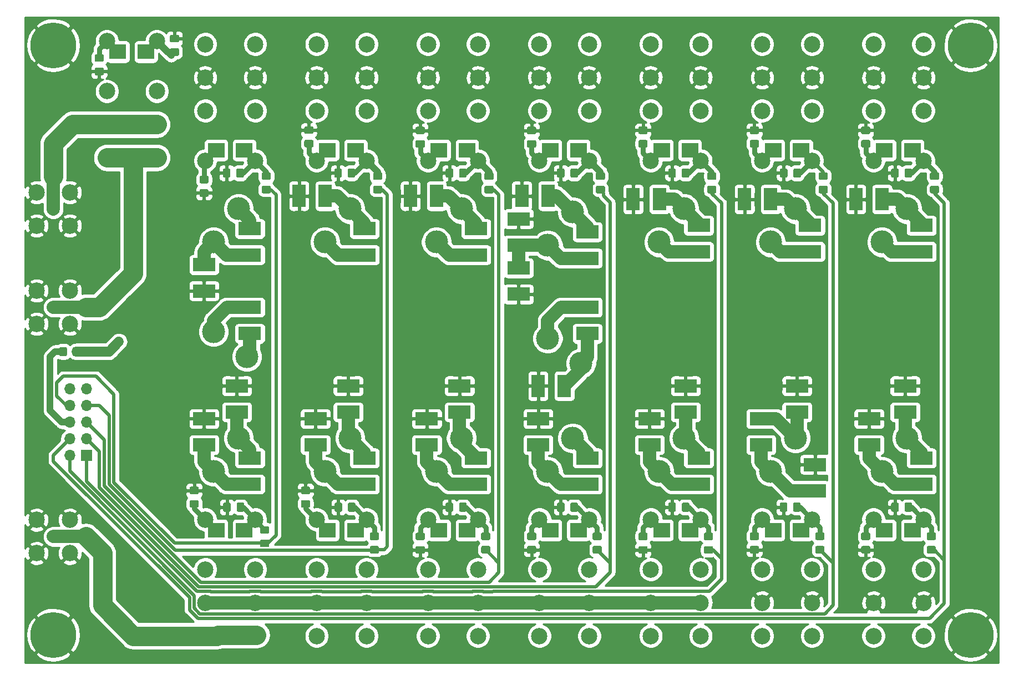
<source format=gbr>
%TF.GenerationSoftware,KiCad,Pcbnew,(5.1.5)-3*%
%TF.CreationDate,2020-05-03T15:54:47+02:00*%
%TF.ProjectId,LPF,4c50462e-6b69-4636-9164-5f7063625858,rev?*%
%TF.SameCoordinates,Original*%
%TF.FileFunction,Copper,L4,Bot*%
%TF.FilePolarity,Positive*%
%FSLAX46Y46*%
G04 Gerber Fmt 4.6, Leading zero omitted, Abs format (unit mm)*
G04 Created by KiCad (PCBNEW (5.1.5)-3) date 2020-05-03 15:54:47*
%MOMM*%
%LPD*%
G04 APERTURE LIST*
%ADD10C,0.100000*%
%ADD11R,2.500000X2.300000*%
%ADD12C,2.500000*%
%ADD13R,2.000000X3.500000*%
%ADD14R,3.500000X2.000000*%
%ADD15R,1.700000X1.700000*%
%ADD16O,1.700000X1.700000*%
%ADD17C,3.500000*%
%ADD18C,2.499360*%
%ADD19C,1.998980*%
%ADD20C,7.000000*%
%ADD21C,0.600000*%
%ADD22C,2.000000*%
%ADD23C,1.000000*%
%ADD24C,0.800000*%
%ADD25C,0.500000*%
%ADD26C,1.500000*%
%ADD27C,0.700000*%
%ADD28C,3.000000*%
%ADD29C,0.254000*%
G04 APERTURE END LIST*
%TA.AperFunction,SMDPad,CuDef*%
D10*
G36*
X96224505Y-65951204D02*
G01*
X96248773Y-65954804D01*
X96272572Y-65960765D01*
X96295671Y-65969030D01*
X96317850Y-65979520D01*
X96338893Y-65992132D01*
X96358599Y-66006747D01*
X96376777Y-66023223D01*
X96393253Y-66041401D01*
X96407868Y-66061107D01*
X96420480Y-66082150D01*
X96430970Y-66104329D01*
X96439235Y-66127428D01*
X96445196Y-66151227D01*
X96448796Y-66175495D01*
X96450000Y-66199999D01*
X96450000Y-66850001D01*
X96448796Y-66874505D01*
X96445196Y-66898773D01*
X96439235Y-66922572D01*
X96430970Y-66945671D01*
X96420480Y-66967850D01*
X96407868Y-66988893D01*
X96393253Y-67008599D01*
X96376777Y-67026777D01*
X96358599Y-67043253D01*
X96338893Y-67057868D01*
X96317850Y-67070480D01*
X96295671Y-67080970D01*
X96272572Y-67089235D01*
X96248773Y-67095196D01*
X96224505Y-67098796D01*
X96200001Y-67100000D01*
X95299999Y-67100000D01*
X95275495Y-67098796D01*
X95251227Y-67095196D01*
X95227428Y-67089235D01*
X95204329Y-67080970D01*
X95182150Y-67070480D01*
X95161107Y-67057868D01*
X95141401Y-67043253D01*
X95123223Y-67026777D01*
X95106747Y-67008599D01*
X95092132Y-66988893D01*
X95079520Y-66967850D01*
X95069030Y-66945671D01*
X95060765Y-66922572D01*
X95054804Y-66898773D01*
X95051204Y-66874505D01*
X95050000Y-66850001D01*
X95050000Y-66199999D01*
X95051204Y-66175495D01*
X95054804Y-66151227D01*
X95060765Y-66127428D01*
X95069030Y-66104329D01*
X95079520Y-66082150D01*
X95092132Y-66061107D01*
X95106747Y-66041401D01*
X95123223Y-66023223D01*
X95141401Y-66006747D01*
X95161107Y-65992132D01*
X95182150Y-65979520D01*
X95204329Y-65969030D01*
X95227428Y-65960765D01*
X95251227Y-65954804D01*
X95275495Y-65951204D01*
X95299999Y-65950000D01*
X96200001Y-65950000D01*
X96224505Y-65951204D01*
G37*
%TD.AperFunction*%
%TA.AperFunction,SMDPad,CuDef*%
G36*
X96224505Y-63901204D02*
G01*
X96248773Y-63904804D01*
X96272572Y-63910765D01*
X96295671Y-63919030D01*
X96317850Y-63929520D01*
X96338893Y-63942132D01*
X96358599Y-63956747D01*
X96376777Y-63973223D01*
X96393253Y-63991401D01*
X96407868Y-64011107D01*
X96420480Y-64032150D01*
X96430970Y-64054329D01*
X96439235Y-64077428D01*
X96445196Y-64101227D01*
X96448796Y-64125495D01*
X96450000Y-64149999D01*
X96450000Y-64800001D01*
X96448796Y-64824505D01*
X96445196Y-64848773D01*
X96439235Y-64872572D01*
X96430970Y-64895671D01*
X96420480Y-64917850D01*
X96407868Y-64938893D01*
X96393253Y-64958599D01*
X96376777Y-64976777D01*
X96358599Y-64993253D01*
X96338893Y-65007868D01*
X96317850Y-65020480D01*
X96295671Y-65030970D01*
X96272572Y-65039235D01*
X96248773Y-65045196D01*
X96224505Y-65048796D01*
X96200001Y-65050000D01*
X95299999Y-65050000D01*
X95275495Y-65048796D01*
X95251227Y-65045196D01*
X95227428Y-65039235D01*
X95204329Y-65030970D01*
X95182150Y-65020480D01*
X95161107Y-65007868D01*
X95141401Y-64993253D01*
X95123223Y-64976777D01*
X95106747Y-64958599D01*
X95092132Y-64938893D01*
X95079520Y-64917850D01*
X95069030Y-64895671D01*
X95060765Y-64872572D01*
X95054804Y-64848773D01*
X95051204Y-64824505D01*
X95050000Y-64800001D01*
X95050000Y-64149999D01*
X95051204Y-64125495D01*
X95054804Y-64101227D01*
X95060765Y-64077428D01*
X95069030Y-64054329D01*
X95079520Y-64032150D01*
X95092132Y-64011107D01*
X95106747Y-63991401D01*
X95123223Y-63973223D01*
X95141401Y-63956747D01*
X95161107Y-63942132D01*
X95182150Y-63929520D01*
X95204329Y-63919030D01*
X95227428Y-63910765D01*
X95251227Y-63904804D01*
X95275495Y-63901204D01*
X95299999Y-63900000D01*
X96200001Y-63900000D01*
X96224505Y-63901204D01*
G37*
%TD.AperFunction*%
D11*
X173100000Y-60500000D03*
X177400000Y-60500000D03*
D12*
X79060000Y-43880000D03*
X71440000Y-43880000D03*
X79060000Y-51500000D03*
X71440000Y-51500000D03*
X79060000Y-56580000D03*
X71440000Y-56580000D03*
X79060000Y-61660000D03*
X71440000Y-61660000D03*
%TA.AperFunction,SMDPad,CuDef*%
D10*
G36*
X192049505Y-63301204D02*
G01*
X192073773Y-63304804D01*
X192097572Y-63310765D01*
X192120671Y-63319030D01*
X192142850Y-63329520D01*
X192163893Y-63342132D01*
X192183599Y-63356747D01*
X192201777Y-63373223D01*
X192218253Y-63391401D01*
X192232868Y-63411107D01*
X192245480Y-63432150D01*
X192255970Y-63454329D01*
X192264235Y-63477428D01*
X192270196Y-63501227D01*
X192273796Y-63525495D01*
X192275000Y-63549999D01*
X192275000Y-64450001D01*
X192273796Y-64474505D01*
X192270196Y-64498773D01*
X192264235Y-64522572D01*
X192255970Y-64545671D01*
X192245480Y-64567850D01*
X192232868Y-64588893D01*
X192218253Y-64608599D01*
X192201777Y-64626777D01*
X192183599Y-64643253D01*
X192163893Y-64657868D01*
X192142850Y-64670480D01*
X192120671Y-64680970D01*
X192097572Y-64689235D01*
X192073773Y-64695196D01*
X192049505Y-64698796D01*
X192025001Y-64700000D01*
X191374999Y-64700000D01*
X191350495Y-64698796D01*
X191326227Y-64695196D01*
X191302428Y-64689235D01*
X191279329Y-64680970D01*
X191257150Y-64670480D01*
X191236107Y-64657868D01*
X191216401Y-64643253D01*
X191198223Y-64626777D01*
X191181747Y-64608599D01*
X191167132Y-64588893D01*
X191154520Y-64567850D01*
X191144030Y-64545671D01*
X191135765Y-64522572D01*
X191129804Y-64498773D01*
X191126204Y-64474505D01*
X191125000Y-64450001D01*
X191125000Y-63549999D01*
X191126204Y-63525495D01*
X191129804Y-63501227D01*
X191135765Y-63477428D01*
X191144030Y-63454329D01*
X191154520Y-63432150D01*
X191167132Y-63411107D01*
X191181747Y-63391401D01*
X191198223Y-63373223D01*
X191216401Y-63356747D01*
X191236107Y-63342132D01*
X191257150Y-63329520D01*
X191279329Y-63319030D01*
X191302428Y-63310765D01*
X191326227Y-63304804D01*
X191350495Y-63301204D01*
X191374999Y-63300000D01*
X192025001Y-63300000D01*
X192049505Y-63301204D01*
G37*
%TD.AperFunction*%
%TA.AperFunction,SMDPad,CuDef*%
G36*
X194099505Y-63301204D02*
G01*
X194123773Y-63304804D01*
X194147572Y-63310765D01*
X194170671Y-63319030D01*
X194192850Y-63329520D01*
X194213893Y-63342132D01*
X194233599Y-63356747D01*
X194251777Y-63373223D01*
X194268253Y-63391401D01*
X194282868Y-63411107D01*
X194295480Y-63432150D01*
X194305970Y-63454329D01*
X194314235Y-63477428D01*
X194320196Y-63501227D01*
X194323796Y-63525495D01*
X194325000Y-63549999D01*
X194325000Y-64450001D01*
X194323796Y-64474505D01*
X194320196Y-64498773D01*
X194314235Y-64522572D01*
X194305970Y-64545671D01*
X194295480Y-64567850D01*
X194282868Y-64588893D01*
X194268253Y-64608599D01*
X194251777Y-64626777D01*
X194233599Y-64643253D01*
X194213893Y-64657868D01*
X194192850Y-64670480D01*
X194170671Y-64680970D01*
X194147572Y-64689235D01*
X194123773Y-64695196D01*
X194099505Y-64698796D01*
X194075001Y-64700000D01*
X193424999Y-64700000D01*
X193400495Y-64698796D01*
X193376227Y-64695196D01*
X193352428Y-64689235D01*
X193329329Y-64680970D01*
X193307150Y-64670480D01*
X193286107Y-64657868D01*
X193266401Y-64643253D01*
X193248223Y-64626777D01*
X193231747Y-64608599D01*
X193217132Y-64588893D01*
X193204520Y-64567850D01*
X193194030Y-64545671D01*
X193185765Y-64522572D01*
X193179804Y-64498773D01*
X193176204Y-64474505D01*
X193175000Y-64450001D01*
X193175000Y-63549999D01*
X193176204Y-63525495D01*
X193179804Y-63501227D01*
X193185765Y-63477428D01*
X193194030Y-63454329D01*
X193204520Y-63432150D01*
X193217132Y-63411107D01*
X193231747Y-63391401D01*
X193248223Y-63373223D01*
X193266401Y-63356747D01*
X193286107Y-63342132D01*
X193307150Y-63329520D01*
X193329329Y-63319030D01*
X193352428Y-63310765D01*
X193376227Y-63304804D01*
X193400495Y-63301204D01*
X193424999Y-63300000D01*
X194075001Y-63300000D01*
X194099505Y-63301204D01*
G37*
%TD.AperFunction*%
%TA.AperFunction,SMDPad,CuDef*%
G36*
X175074505Y-63301204D02*
G01*
X175098773Y-63304804D01*
X175122572Y-63310765D01*
X175145671Y-63319030D01*
X175167850Y-63329520D01*
X175188893Y-63342132D01*
X175208599Y-63356747D01*
X175226777Y-63373223D01*
X175243253Y-63391401D01*
X175257868Y-63411107D01*
X175270480Y-63432150D01*
X175280970Y-63454329D01*
X175289235Y-63477428D01*
X175295196Y-63501227D01*
X175298796Y-63525495D01*
X175300000Y-63549999D01*
X175300000Y-64450001D01*
X175298796Y-64474505D01*
X175295196Y-64498773D01*
X175289235Y-64522572D01*
X175280970Y-64545671D01*
X175270480Y-64567850D01*
X175257868Y-64588893D01*
X175243253Y-64608599D01*
X175226777Y-64626777D01*
X175208599Y-64643253D01*
X175188893Y-64657868D01*
X175167850Y-64670480D01*
X175145671Y-64680970D01*
X175122572Y-64689235D01*
X175098773Y-64695196D01*
X175074505Y-64698796D01*
X175050001Y-64700000D01*
X174399999Y-64700000D01*
X174375495Y-64698796D01*
X174351227Y-64695196D01*
X174327428Y-64689235D01*
X174304329Y-64680970D01*
X174282150Y-64670480D01*
X174261107Y-64657868D01*
X174241401Y-64643253D01*
X174223223Y-64626777D01*
X174206747Y-64608599D01*
X174192132Y-64588893D01*
X174179520Y-64567850D01*
X174169030Y-64545671D01*
X174160765Y-64522572D01*
X174154804Y-64498773D01*
X174151204Y-64474505D01*
X174150000Y-64450001D01*
X174150000Y-63549999D01*
X174151204Y-63525495D01*
X174154804Y-63501227D01*
X174160765Y-63477428D01*
X174169030Y-63454329D01*
X174179520Y-63432150D01*
X174192132Y-63411107D01*
X174206747Y-63391401D01*
X174223223Y-63373223D01*
X174241401Y-63356747D01*
X174261107Y-63342132D01*
X174282150Y-63329520D01*
X174304329Y-63319030D01*
X174327428Y-63310765D01*
X174351227Y-63304804D01*
X174375495Y-63301204D01*
X174399999Y-63300000D01*
X175050001Y-63300000D01*
X175074505Y-63301204D01*
G37*
%TD.AperFunction*%
%TA.AperFunction,SMDPad,CuDef*%
G36*
X177124505Y-63301204D02*
G01*
X177148773Y-63304804D01*
X177172572Y-63310765D01*
X177195671Y-63319030D01*
X177217850Y-63329520D01*
X177238893Y-63342132D01*
X177258599Y-63356747D01*
X177276777Y-63373223D01*
X177293253Y-63391401D01*
X177307868Y-63411107D01*
X177320480Y-63432150D01*
X177330970Y-63454329D01*
X177339235Y-63477428D01*
X177345196Y-63501227D01*
X177348796Y-63525495D01*
X177350000Y-63549999D01*
X177350000Y-64450001D01*
X177348796Y-64474505D01*
X177345196Y-64498773D01*
X177339235Y-64522572D01*
X177330970Y-64545671D01*
X177320480Y-64567850D01*
X177307868Y-64588893D01*
X177293253Y-64608599D01*
X177276777Y-64626777D01*
X177258599Y-64643253D01*
X177238893Y-64657868D01*
X177217850Y-64670480D01*
X177195671Y-64680970D01*
X177172572Y-64689235D01*
X177148773Y-64695196D01*
X177124505Y-64698796D01*
X177100001Y-64700000D01*
X176449999Y-64700000D01*
X176425495Y-64698796D01*
X176401227Y-64695196D01*
X176377428Y-64689235D01*
X176354329Y-64680970D01*
X176332150Y-64670480D01*
X176311107Y-64657868D01*
X176291401Y-64643253D01*
X176273223Y-64626777D01*
X176256747Y-64608599D01*
X176242132Y-64588893D01*
X176229520Y-64567850D01*
X176219030Y-64545671D01*
X176210765Y-64522572D01*
X176204804Y-64498773D01*
X176201204Y-64474505D01*
X176200000Y-64450001D01*
X176200000Y-63549999D01*
X176201204Y-63525495D01*
X176204804Y-63501227D01*
X176210765Y-63477428D01*
X176219030Y-63454329D01*
X176229520Y-63432150D01*
X176242132Y-63411107D01*
X176256747Y-63391401D01*
X176273223Y-63373223D01*
X176291401Y-63356747D01*
X176311107Y-63342132D01*
X176332150Y-63329520D01*
X176354329Y-63319030D01*
X176377428Y-63310765D01*
X176401227Y-63304804D01*
X176425495Y-63301204D01*
X176449999Y-63300000D01*
X177100001Y-63300000D01*
X177124505Y-63301204D01*
G37*
%TD.AperFunction*%
%TA.AperFunction,SMDPad,CuDef*%
G36*
X160099505Y-63301204D02*
G01*
X160123773Y-63304804D01*
X160147572Y-63310765D01*
X160170671Y-63319030D01*
X160192850Y-63329520D01*
X160213893Y-63342132D01*
X160233599Y-63356747D01*
X160251777Y-63373223D01*
X160268253Y-63391401D01*
X160282868Y-63411107D01*
X160295480Y-63432150D01*
X160305970Y-63454329D01*
X160314235Y-63477428D01*
X160320196Y-63501227D01*
X160323796Y-63525495D01*
X160325000Y-63549999D01*
X160325000Y-64450001D01*
X160323796Y-64474505D01*
X160320196Y-64498773D01*
X160314235Y-64522572D01*
X160305970Y-64545671D01*
X160295480Y-64567850D01*
X160282868Y-64588893D01*
X160268253Y-64608599D01*
X160251777Y-64626777D01*
X160233599Y-64643253D01*
X160213893Y-64657868D01*
X160192850Y-64670480D01*
X160170671Y-64680970D01*
X160147572Y-64689235D01*
X160123773Y-64695196D01*
X160099505Y-64698796D01*
X160075001Y-64700000D01*
X159424999Y-64700000D01*
X159400495Y-64698796D01*
X159376227Y-64695196D01*
X159352428Y-64689235D01*
X159329329Y-64680970D01*
X159307150Y-64670480D01*
X159286107Y-64657868D01*
X159266401Y-64643253D01*
X159248223Y-64626777D01*
X159231747Y-64608599D01*
X159217132Y-64588893D01*
X159204520Y-64567850D01*
X159194030Y-64545671D01*
X159185765Y-64522572D01*
X159179804Y-64498773D01*
X159176204Y-64474505D01*
X159175000Y-64450001D01*
X159175000Y-63549999D01*
X159176204Y-63525495D01*
X159179804Y-63501227D01*
X159185765Y-63477428D01*
X159194030Y-63454329D01*
X159204520Y-63432150D01*
X159217132Y-63411107D01*
X159231747Y-63391401D01*
X159248223Y-63373223D01*
X159266401Y-63356747D01*
X159286107Y-63342132D01*
X159307150Y-63329520D01*
X159329329Y-63319030D01*
X159352428Y-63310765D01*
X159376227Y-63304804D01*
X159400495Y-63301204D01*
X159424999Y-63300000D01*
X160075001Y-63300000D01*
X160099505Y-63301204D01*
G37*
%TD.AperFunction*%
%TA.AperFunction,SMDPad,CuDef*%
G36*
X158049505Y-63301204D02*
G01*
X158073773Y-63304804D01*
X158097572Y-63310765D01*
X158120671Y-63319030D01*
X158142850Y-63329520D01*
X158163893Y-63342132D01*
X158183599Y-63356747D01*
X158201777Y-63373223D01*
X158218253Y-63391401D01*
X158232868Y-63411107D01*
X158245480Y-63432150D01*
X158255970Y-63454329D01*
X158264235Y-63477428D01*
X158270196Y-63501227D01*
X158273796Y-63525495D01*
X158275000Y-63549999D01*
X158275000Y-64450001D01*
X158273796Y-64474505D01*
X158270196Y-64498773D01*
X158264235Y-64522572D01*
X158255970Y-64545671D01*
X158245480Y-64567850D01*
X158232868Y-64588893D01*
X158218253Y-64608599D01*
X158201777Y-64626777D01*
X158183599Y-64643253D01*
X158163893Y-64657868D01*
X158142850Y-64670480D01*
X158120671Y-64680970D01*
X158097572Y-64689235D01*
X158073773Y-64695196D01*
X158049505Y-64698796D01*
X158025001Y-64700000D01*
X157374999Y-64700000D01*
X157350495Y-64698796D01*
X157326227Y-64695196D01*
X157302428Y-64689235D01*
X157279329Y-64680970D01*
X157257150Y-64670480D01*
X157236107Y-64657868D01*
X157216401Y-64643253D01*
X157198223Y-64626777D01*
X157181747Y-64608599D01*
X157167132Y-64588893D01*
X157154520Y-64567850D01*
X157144030Y-64545671D01*
X157135765Y-64522572D01*
X157129804Y-64498773D01*
X157126204Y-64474505D01*
X157125000Y-64450001D01*
X157125000Y-63549999D01*
X157126204Y-63525495D01*
X157129804Y-63501227D01*
X157135765Y-63477428D01*
X157144030Y-63454329D01*
X157154520Y-63432150D01*
X157167132Y-63411107D01*
X157181747Y-63391401D01*
X157198223Y-63373223D01*
X157216401Y-63356747D01*
X157236107Y-63342132D01*
X157257150Y-63329520D01*
X157279329Y-63319030D01*
X157302428Y-63310765D01*
X157326227Y-63304804D01*
X157350495Y-63301204D01*
X157374999Y-63300000D01*
X158025001Y-63300000D01*
X158049505Y-63301204D01*
G37*
%TD.AperFunction*%
%TA.AperFunction,SMDPad,CuDef*%
G36*
X141049505Y-63301204D02*
G01*
X141073773Y-63304804D01*
X141097572Y-63310765D01*
X141120671Y-63319030D01*
X141142850Y-63329520D01*
X141163893Y-63342132D01*
X141183599Y-63356747D01*
X141201777Y-63373223D01*
X141218253Y-63391401D01*
X141232868Y-63411107D01*
X141245480Y-63432150D01*
X141255970Y-63454329D01*
X141264235Y-63477428D01*
X141270196Y-63501227D01*
X141273796Y-63525495D01*
X141275000Y-63549999D01*
X141275000Y-64450001D01*
X141273796Y-64474505D01*
X141270196Y-64498773D01*
X141264235Y-64522572D01*
X141255970Y-64545671D01*
X141245480Y-64567850D01*
X141232868Y-64588893D01*
X141218253Y-64608599D01*
X141201777Y-64626777D01*
X141183599Y-64643253D01*
X141163893Y-64657868D01*
X141142850Y-64670480D01*
X141120671Y-64680970D01*
X141097572Y-64689235D01*
X141073773Y-64695196D01*
X141049505Y-64698796D01*
X141025001Y-64700000D01*
X140374999Y-64700000D01*
X140350495Y-64698796D01*
X140326227Y-64695196D01*
X140302428Y-64689235D01*
X140279329Y-64680970D01*
X140257150Y-64670480D01*
X140236107Y-64657868D01*
X140216401Y-64643253D01*
X140198223Y-64626777D01*
X140181747Y-64608599D01*
X140167132Y-64588893D01*
X140154520Y-64567850D01*
X140144030Y-64545671D01*
X140135765Y-64522572D01*
X140129804Y-64498773D01*
X140126204Y-64474505D01*
X140125000Y-64450001D01*
X140125000Y-63549999D01*
X140126204Y-63525495D01*
X140129804Y-63501227D01*
X140135765Y-63477428D01*
X140144030Y-63454329D01*
X140154520Y-63432150D01*
X140167132Y-63411107D01*
X140181747Y-63391401D01*
X140198223Y-63373223D01*
X140216401Y-63356747D01*
X140236107Y-63342132D01*
X140257150Y-63329520D01*
X140279329Y-63319030D01*
X140302428Y-63310765D01*
X140326227Y-63304804D01*
X140350495Y-63301204D01*
X140374999Y-63300000D01*
X141025001Y-63300000D01*
X141049505Y-63301204D01*
G37*
%TD.AperFunction*%
%TA.AperFunction,SMDPad,CuDef*%
G36*
X143099505Y-63301204D02*
G01*
X143123773Y-63304804D01*
X143147572Y-63310765D01*
X143170671Y-63319030D01*
X143192850Y-63329520D01*
X143213893Y-63342132D01*
X143233599Y-63356747D01*
X143251777Y-63373223D01*
X143268253Y-63391401D01*
X143282868Y-63411107D01*
X143295480Y-63432150D01*
X143305970Y-63454329D01*
X143314235Y-63477428D01*
X143320196Y-63501227D01*
X143323796Y-63525495D01*
X143325000Y-63549999D01*
X143325000Y-64450001D01*
X143323796Y-64474505D01*
X143320196Y-64498773D01*
X143314235Y-64522572D01*
X143305970Y-64545671D01*
X143295480Y-64567850D01*
X143282868Y-64588893D01*
X143268253Y-64608599D01*
X143251777Y-64626777D01*
X143233599Y-64643253D01*
X143213893Y-64657868D01*
X143192850Y-64670480D01*
X143170671Y-64680970D01*
X143147572Y-64689235D01*
X143123773Y-64695196D01*
X143099505Y-64698796D01*
X143075001Y-64700000D01*
X142424999Y-64700000D01*
X142400495Y-64698796D01*
X142376227Y-64695196D01*
X142352428Y-64689235D01*
X142329329Y-64680970D01*
X142307150Y-64670480D01*
X142286107Y-64657868D01*
X142266401Y-64643253D01*
X142248223Y-64626777D01*
X142231747Y-64608599D01*
X142217132Y-64588893D01*
X142204520Y-64567850D01*
X142194030Y-64545671D01*
X142185765Y-64522572D01*
X142179804Y-64498773D01*
X142176204Y-64474505D01*
X142175000Y-64450001D01*
X142175000Y-63549999D01*
X142176204Y-63525495D01*
X142179804Y-63501227D01*
X142185765Y-63477428D01*
X142194030Y-63454329D01*
X142204520Y-63432150D01*
X142217132Y-63411107D01*
X142231747Y-63391401D01*
X142248223Y-63373223D01*
X142266401Y-63356747D01*
X142286107Y-63342132D01*
X142307150Y-63329520D01*
X142329329Y-63319030D01*
X142352428Y-63310765D01*
X142376227Y-63304804D01*
X142400495Y-63301204D01*
X142424999Y-63300000D01*
X143075001Y-63300000D01*
X143099505Y-63301204D01*
G37*
%TD.AperFunction*%
%TA.AperFunction,SMDPad,CuDef*%
G36*
X124049505Y-63301204D02*
G01*
X124073773Y-63304804D01*
X124097572Y-63310765D01*
X124120671Y-63319030D01*
X124142850Y-63329520D01*
X124163893Y-63342132D01*
X124183599Y-63356747D01*
X124201777Y-63373223D01*
X124218253Y-63391401D01*
X124232868Y-63411107D01*
X124245480Y-63432150D01*
X124255970Y-63454329D01*
X124264235Y-63477428D01*
X124270196Y-63501227D01*
X124273796Y-63525495D01*
X124275000Y-63549999D01*
X124275000Y-64450001D01*
X124273796Y-64474505D01*
X124270196Y-64498773D01*
X124264235Y-64522572D01*
X124255970Y-64545671D01*
X124245480Y-64567850D01*
X124232868Y-64588893D01*
X124218253Y-64608599D01*
X124201777Y-64626777D01*
X124183599Y-64643253D01*
X124163893Y-64657868D01*
X124142850Y-64670480D01*
X124120671Y-64680970D01*
X124097572Y-64689235D01*
X124073773Y-64695196D01*
X124049505Y-64698796D01*
X124025001Y-64700000D01*
X123374999Y-64700000D01*
X123350495Y-64698796D01*
X123326227Y-64695196D01*
X123302428Y-64689235D01*
X123279329Y-64680970D01*
X123257150Y-64670480D01*
X123236107Y-64657868D01*
X123216401Y-64643253D01*
X123198223Y-64626777D01*
X123181747Y-64608599D01*
X123167132Y-64588893D01*
X123154520Y-64567850D01*
X123144030Y-64545671D01*
X123135765Y-64522572D01*
X123129804Y-64498773D01*
X123126204Y-64474505D01*
X123125000Y-64450001D01*
X123125000Y-63549999D01*
X123126204Y-63525495D01*
X123129804Y-63501227D01*
X123135765Y-63477428D01*
X123144030Y-63454329D01*
X123154520Y-63432150D01*
X123167132Y-63411107D01*
X123181747Y-63391401D01*
X123198223Y-63373223D01*
X123216401Y-63356747D01*
X123236107Y-63342132D01*
X123257150Y-63329520D01*
X123279329Y-63319030D01*
X123302428Y-63310765D01*
X123326227Y-63304804D01*
X123350495Y-63301204D01*
X123374999Y-63300000D01*
X124025001Y-63300000D01*
X124049505Y-63301204D01*
G37*
%TD.AperFunction*%
%TA.AperFunction,SMDPad,CuDef*%
G36*
X126099505Y-63301204D02*
G01*
X126123773Y-63304804D01*
X126147572Y-63310765D01*
X126170671Y-63319030D01*
X126192850Y-63329520D01*
X126213893Y-63342132D01*
X126233599Y-63356747D01*
X126251777Y-63373223D01*
X126268253Y-63391401D01*
X126282868Y-63411107D01*
X126295480Y-63432150D01*
X126305970Y-63454329D01*
X126314235Y-63477428D01*
X126320196Y-63501227D01*
X126323796Y-63525495D01*
X126325000Y-63549999D01*
X126325000Y-64450001D01*
X126323796Y-64474505D01*
X126320196Y-64498773D01*
X126314235Y-64522572D01*
X126305970Y-64545671D01*
X126295480Y-64567850D01*
X126282868Y-64588893D01*
X126268253Y-64608599D01*
X126251777Y-64626777D01*
X126233599Y-64643253D01*
X126213893Y-64657868D01*
X126192850Y-64670480D01*
X126170671Y-64680970D01*
X126147572Y-64689235D01*
X126123773Y-64695196D01*
X126099505Y-64698796D01*
X126075001Y-64700000D01*
X125424999Y-64700000D01*
X125400495Y-64698796D01*
X125376227Y-64695196D01*
X125352428Y-64689235D01*
X125329329Y-64680970D01*
X125307150Y-64670480D01*
X125286107Y-64657868D01*
X125266401Y-64643253D01*
X125248223Y-64626777D01*
X125231747Y-64608599D01*
X125217132Y-64588893D01*
X125204520Y-64567850D01*
X125194030Y-64545671D01*
X125185765Y-64522572D01*
X125179804Y-64498773D01*
X125176204Y-64474505D01*
X125175000Y-64450001D01*
X125175000Y-63549999D01*
X125176204Y-63525495D01*
X125179804Y-63501227D01*
X125185765Y-63477428D01*
X125194030Y-63454329D01*
X125204520Y-63432150D01*
X125217132Y-63411107D01*
X125231747Y-63391401D01*
X125248223Y-63373223D01*
X125266401Y-63356747D01*
X125286107Y-63342132D01*
X125307150Y-63329520D01*
X125329329Y-63319030D01*
X125352428Y-63310765D01*
X125376227Y-63304804D01*
X125400495Y-63301204D01*
X125424999Y-63300000D01*
X126075001Y-63300000D01*
X126099505Y-63301204D01*
G37*
%TD.AperFunction*%
%TA.AperFunction,SMDPad,CuDef*%
G36*
X109099505Y-63301204D02*
G01*
X109123773Y-63304804D01*
X109147572Y-63310765D01*
X109170671Y-63319030D01*
X109192850Y-63329520D01*
X109213893Y-63342132D01*
X109233599Y-63356747D01*
X109251777Y-63373223D01*
X109268253Y-63391401D01*
X109282868Y-63411107D01*
X109295480Y-63432150D01*
X109305970Y-63454329D01*
X109314235Y-63477428D01*
X109320196Y-63501227D01*
X109323796Y-63525495D01*
X109325000Y-63549999D01*
X109325000Y-64450001D01*
X109323796Y-64474505D01*
X109320196Y-64498773D01*
X109314235Y-64522572D01*
X109305970Y-64545671D01*
X109295480Y-64567850D01*
X109282868Y-64588893D01*
X109268253Y-64608599D01*
X109251777Y-64626777D01*
X109233599Y-64643253D01*
X109213893Y-64657868D01*
X109192850Y-64670480D01*
X109170671Y-64680970D01*
X109147572Y-64689235D01*
X109123773Y-64695196D01*
X109099505Y-64698796D01*
X109075001Y-64700000D01*
X108424999Y-64700000D01*
X108400495Y-64698796D01*
X108376227Y-64695196D01*
X108352428Y-64689235D01*
X108329329Y-64680970D01*
X108307150Y-64670480D01*
X108286107Y-64657868D01*
X108266401Y-64643253D01*
X108248223Y-64626777D01*
X108231747Y-64608599D01*
X108217132Y-64588893D01*
X108204520Y-64567850D01*
X108194030Y-64545671D01*
X108185765Y-64522572D01*
X108179804Y-64498773D01*
X108176204Y-64474505D01*
X108175000Y-64450001D01*
X108175000Y-63549999D01*
X108176204Y-63525495D01*
X108179804Y-63501227D01*
X108185765Y-63477428D01*
X108194030Y-63454329D01*
X108204520Y-63432150D01*
X108217132Y-63411107D01*
X108231747Y-63391401D01*
X108248223Y-63373223D01*
X108266401Y-63356747D01*
X108286107Y-63342132D01*
X108307150Y-63329520D01*
X108329329Y-63319030D01*
X108352428Y-63310765D01*
X108376227Y-63304804D01*
X108400495Y-63301204D01*
X108424999Y-63300000D01*
X109075001Y-63300000D01*
X109099505Y-63301204D01*
G37*
%TD.AperFunction*%
%TA.AperFunction,SMDPad,CuDef*%
G36*
X107049505Y-63301204D02*
G01*
X107073773Y-63304804D01*
X107097572Y-63310765D01*
X107120671Y-63319030D01*
X107142850Y-63329520D01*
X107163893Y-63342132D01*
X107183599Y-63356747D01*
X107201777Y-63373223D01*
X107218253Y-63391401D01*
X107232868Y-63411107D01*
X107245480Y-63432150D01*
X107255970Y-63454329D01*
X107264235Y-63477428D01*
X107270196Y-63501227D01*
X107273796Y-63525495D01*
X107275000Y-63549999D01*
X107275000Y-64450001D01*
X107273796Y-64474505D01*
X107270196Y-64498773D01*
X107264235Y-64522572D01*
X107255970Y-64545671D01*
X107245480Y-64567850D01*
X107232868Y-64588893D01*
X107218253Y-64608599D01*
X107201777Y-64626777D01*
X107183599Y-64643253D01*
X107163893Y-64657868D01*
X107142850Y-64670480D01*
X107120671Y-64680970D01*
X107097572Y-64689235D01*
X107073773Y-64695196D01*
X107049505Y-64698796D01*
X107025001Y-64700000D01*
X106374999Y-64700000D01*
X106350495Y-64698796D01*
X106326227Y-64695196D01*
X106302428Y-64689235D01*
X106279329Y-64680970D01*
X106257150Y-64670480D01*
X106236107Y-64657868D01*
X106216401Y-64643253D01*
X106198223Y-64626777D01*
X106181747Y-64608599D01*
X106167132Y-64588893D01*
X106154520Y-64567850D01*
X106144030Y-64545671D01*
X106135765Y-64522572D01*
X106129804Y-64498773D01*
X106126204Y-64474505D01*
X106125000Y-64450001D01*
X106125000Y-63549999D01*
X106126204Y-63525495D01*
X106129804Y-63501227D01*
X106135765Y-63477428D01*
X106144030Y-63454329D01*
X106154520Y-63432150D01*
X106167132Y-63411107D01*
X106181747Y-63391401D01*
X106198223Y-63373223D01*
X106216401Y-63356747D01*
X106236107Y-63342132D01*
X106257150Y-63329520D01*
X106279329Y-63319030D01*
X106302428Y-63310765D01*
X106326227Y-63304804D01*
X106350495Y-63301204D01*
X106374999Y-63300000D01*
X107025001Y-63300000D01*
X107049505Y-63301204D01*
G37*
%TD.AperFunction*%
%TA.AperFunction,SMDPad,CuDef*%
G36*
X82224505Y-42901204D02*
G01*
X82248773Y-42904804D01*
X82272572Y-42910765D01*
X82295671Y-42919030D01*
X82317850Y-42929520D01*
X82338893Y-42942132D01*
X82358599Y-42956747D01*
X82376777Y-42973223D01*
X82393253Y-42991401D01*
X82407868Y-43011107D01*
X82420480Y-43032150D01*
X82430970Y-43054329D01*
X82439235Y-43077428D01*
X82445196Y-43101227D01*
X82448796Y-43125495D01*
X82450000Y-43149999D01*
X82450000Y-43800001D01*
X82448796Y-43824505D01*
X82445196Y-43848773D01*
X82439235Y-43872572D01*
X82430970Y-43895671D01*
X82420480Y-43917850D01*
X82407868Y-43938893D01*
X82393253Y-43958599D01*
X82376777Y-43976777D01*
X82358599Y-43993253D01*
X82338893Y-44007868D01*
X82317850Y-44020480D01*
X82295671Y-44030970D01*
X82272572Y-44039235D01*
X82248773Y-44045196D01*
X82224505Y-44048796D01*
X82200001Y-44050000D01*
X81299999Y-44050000D01*
X81275495Y-44048796D01*
X81251227Y-44045196D01*
X81227428Y-44039235D01*
X81204329Y-44030970D01*
X81182150Y-44020480D01*
X81161107Y-44007868D01*
X81141401Y-43993253D01*
X81123223Y-43976777D01*
X81106747Y-43958599D01*
X81092132Y-43938893D01*
X81079520Y-43917850D01*
X81069030Y-43895671D01*
X81060765Y-43872572D01*
X81054804Y-43848773D01*
X81051204Y-43824505D01*
X81050000Y-43800001D01*
X81050000Y-43149999D01*
X81051204Y-43125495D01*
X81054804Y-43101227D01*
X81060765Y-43077428D01*
X81069030Y-43054329D01*
X81079520Y-43032150D01*
X81092132Y-43011107D01*
X81106747Y-42991401D01*
X81123223Y-42973223D01*
X81141401Y-42956747D01*
X81161107Y-42942132D01*
X81182150Y-42929520D01*
X81204329Y-42919030D01*
X81227428Y-42910765D01*
X81251227Y-42904804D01*
X81275495Y-42901204D01*
X81299999Y-42900000D01*
X82200001Y-42900000D01*
X82224505Y-42901204D01*
G37*
%TD.AperFunction*%
%TA.AperFunction,SMDPad,CuDef*%
G36*
X82224505Y-44951204D02*
G01*
X82248773Y-44954804D01*
X82272572Y-44960765D01*
X82295671Y-44969030D01*
X82317850Y-44979520D01*
X82338893Y-44992132D01*
X82358599Y-45006747D01*
X82376777Y-45023223D01*
X82393253Y-45041401D01*
X82407868Y-45061107D01*
X82420480Y-45082150D01*
X82430970Y-45104329D01*
X82439235Y-45127428D01*
X82445196Y-45151227D01*
X82448796Y-45175495D01*
X82450000Y-45199999D01*
X82450000Y-45850001D01*
X82448796Y-45874505D01*
X82445196Y-45898773D01*
X82439235Y-45922572D01*
X82430970Y-45945671D01*
X82420480Y-45967850D01*
X82407868Y-45988893D01*
X82393253Y-46008599D01*
X82376777Y-46026777D01*
X82358599Y-46043253D01*
X82338893Y-46057868D01*
X82317850Y-46070480D01*
X82295671Y-46080970D01*
X82272572Y-46089235D01*
X82248773Y-46095196D01*
X82224505Y-46098796D01*
X82200001Y-46100000D01*
X81299999Y-46100000D01*
X81275495Y-46098796D01*
X81251227Y-46095196D01*
X81227428Y-46089235D01*
X81204329Y-46080970D01*
X81182150Y-46070480D01*
X81161107Y-46057868D01*
X81141401Y-46043253D01*
X81123223Y-46026777D01*
X81106747Y-46008599D01*
X81092132Y-45988893D01*
X81079520Y-45967850D01*
X81069030Y-45945671D01*
X81060765Y-45922572D01*
X81054804Y-45898773D01*
X81051204Y-45874505D01*
X81050000Y-45850001D01*
X81050000Y-45199999D01*
X81051204Y-45175495D01*
X81054804Y-45151227D01*
X81060765Y-45127428D01*
X81069030Y-45104329D01*
X81079520Y-45082150D01*
X81092132Y-45061107D01*
X81106747Y-45041401D01*
X81123223Y-45023223D01*
X81141401Y-45006747D01*
X81161107Y-44992132D01*
X81182150Y-44979520D01*
X81204329Y-44969030D01*
X81227428Y-44960765D01*
X81251227Y-44954804D01*
X81275495Y-44951204D01*
X81299999Y-44950000D01*
X82200001Y-44950000D01*
X82224505Y-44951204D01*
G37*
%TD.AperFunction*%
%TA.AperFunction,SMDPad,CuDef*%
G36*
X187724505Y-58951204D02*
G01*
X187748773Y-58954804D01*
X187772572Y-58960765D01*
X187795671Y-58969030D01*
X187817850Y-58979520D01*
X187838893Y-58992132D01*
X187858599Y-59006747D01*
X187876777Y-59023223D01*
X187893253Y-59041401D01*
X187907868Y-59061107D01*
X187920480Y-59082150D01*
X187930970Y-59104329D01*
X187939235Y-59127428D01*
X187945196Y-59151227D01*
X187948796Y-59175495D01*
X187950000Y-59199999D01*
X187950000Y-59850001D01*
X187948796Y-59874505D01*
X187945196Y-59898773D01*
X187939235Y-59922572D01*
X187930970Y-59945671D01*
X187920480Y-59967850D01*
X187907868Y-59988893D01*
X187893253Y-60008599D01*
X187876777Y-60026777D01*
X187858599Y-60043253D01*
X187838893Y-60057868D01*
X187817850Y-60070480D01*
X187795671Y-60080970D01*
X187772572Y-60089235D01*
X187748773Y-60095196D01*
X187724505Y-60098796D01*
X187700001Y-60100000D01*
X186799999Y-60100000D01*
X186775495Y-60098796D01*
X186751227Y-60095196D01*
X186727428Y-60089235D01*
X186704329Y-60080970D01*
X186682150Y-60070480D01*
X186661107Y-60057868D01*
X186641401Y-60043253D01*
X186623223Y-60026777D01*
X186606747Y-60008599D01*
X186592132Y-59988893D01*
X186579520Y-59967850D01*
X186569030Y-59945671D01*
X186560765Y-59922572D01*
X186554804Y-59898773D01*
X186551204Y-59874505D01*
X186550000Y-59850001D01*
X186550000Y-59199999D01*
X186551204Y-59175495D01*
X186554804Y-59151227D01*
X186560765Y-59127428D01*
X186569030Y-59104329D01*
X186579520Y-59082150D01*
X186592132Y-59061107D01*
X186606747Y-59041401D01*
X186623223Y-59023223D01*
X186641401Y-59006747D01*
X186661107Y-58992132D01*
X186682150Y-58979520D01*
X186704329Y-58969030D01*
X186727428Y-58960765D01*
X186751227Y-58954804D01*
X186775495Y-58951204D01*
X186799999Y-58950000D01*
X187700001Y-58950000D01*
X187724505Y-58951204D01*
G37*
%TD.AperFunction*%
%TA.AperFunction,SMDPad,CuDef*%
G36*
X187724505Y-56901204D02*
G01*
X187748773Y-56904804D01*
X187772572Y-56910765D01*
X187795671Y-56919030D01*
X187817850Y-56929520D01*
X187838893Y-56942132D01*
X187858599Y-56956747D01*
X187876777Y-56973223D01*
X187893253Y-56991401D01*
X187907868Y-57011107D01*
X187920480Y-57032150D01*
X187930970Y-57054329D01*
X187939235Y-57077428D01*
X187945196Y-57101227D01*
X187948796Y-57125495D01*
X187950000Y-57149999D01*
X187950000Y-57800001D01*
X187948796Y-57824505D01*
X187945196Y-57848773D01*
X187939235Y-57872572D01*
X187930970Y-57895671D01*
X187920480Y-57917850D01*
X187907868Y-57938893D01*
X187893253Y-57958599D01*
X187876777Y-57976777D01*
X187858599Y-57993253D01*
X187838893Y-58007868D01*
X187817850Y-58020480D01*
X187795671Y-58030970D01*
X187772572Y-58039235D01*
X187748773Y-58045196D01*
X187724505Y-58048796D01*
X187700001Y-58050000D01*
X186799999Y-58050000D01*
X186775495Y-58048796D01*
X186751227Y-58045196D01*
X186727428Y-58039235D01*
X186704329Y-58030970D01*
X186682150Y-58020480D01*
X186661107Y-58007868D01*
X186641401Y-57993253D01*
X186623223Y-57976777D01*
X186606747Y-57958599D01*
X186592132Y-57938893D01*
X186579520Y-57917850D01*
X186569030Y-57895671D01*
X186560765Y-57872572D01*
X186554804Y-57848773D01*
X186551204Y-57824505D01*
X186550000Y-57800001D01*
X186550000Y-57149999D01*
X186551204Y-57125495D01*
X186554804Y-57101227D01*
X186560765Y-57077428D01*
X186569030Y-57054329D01*
X186579520Y-57032150D01*
X186592132Y-57011107D01*
X186606747Y-56991401D01*
X186623223Y-56973223D01*
X186641401Y-56956747D01*
X186661107Y-56942132D01*
X186682150Y-56929520D01*
X186704329Y-56919030D01*
X186727428Y-56910765D01*
X186751227Y-56904804D01*
X186775495Y-56901204D01*
X186799999Y-56900000D01*
X187700001Y-56900000D01*
X187724505Y-56901204D01*
G37*
%TD.AperFunction*%
%TA.AperFunction,SMDPad,CuDef*%
G36*
X170724505Y-58951204D02*
G01*
X170748773Y-58954804D01*
X170772572Y-58960765D01*
X170795671Y-58969030D01*
X170817850Y-58979520D01*
X170838893Y-58992132D01*
X170858599Y-59006747D01*
X170876777Y-59023223D01*
X170893253Y-59041401D01*
X170907868Y-59061107D01*
X170920480Y-59082150D01*
X170930970Y-59104329D01*
X170939235Y-59127428D01*
X170945196Y-59151227D01*
X170948796Y-59175495D01*
X170950000Y-59199999D01*
X170950000Y-59850001D01*
X170948796Y-59874505D01*
X170945196Y-59898773D01*
X170939235Y-59922572D01*
X170930970Y-59945671D01*
X170920480Y-59967850D01*
X170907868Y-59988893D01*
X170893253Y-60008599D01*
X170876777Y-60026777D01*
X170858599Y-60043253D01*
X170838893Y-60057868D01*
X170817850Y-60070480D01*
X170795671Y-60080970D01*
X170772572Y-60089235D01*
X170748773Y-60095196D01*
X170724505Y-60098796D01*
X170700001Y-60100000D01*
X169799999Y-60100000D01*
X169775495Y-60098796D01*
X169751227Y-60095196D01*
X169727428Y-60089235D01*
X169704329Y-60080970D01*
X169682150Y-60070480D01*
X169661107Y-60057868D01*
X169641401Y-60043253D01*
X169623223Y-60026777D01*
X169606747Y-60008599D01*
X169592132Y-59988893D01*
X169579520Y-59967850D01*
X169569030Y-59945671D01*
X169560765Y-59922572D01*
X169554804Y-59898773D01*
X169551204Y-59874505D01*
X169550000Y-59850001D01*
X169550000Y-59199999D01*
X169551204Y-59175495D01*
X169554804Y-59151227D01*
X169560765Y-59127428D01*
X169569030Y-59104329D01*
X169579520Y-59082150D01*
X169592132Y-59061107D01*
X169606747Y-59041401D01*
X169623223Y-59023223D01*
X169641401Y-59006747D01*
X169661107Y-58992132D01*
X169682150Y-58979520D01*
X169704329Y-58969030D01*
X169727428Y-58960765D01*
X169751227Y-58954804D01*
X169775495Y-58951204D01*
X169799999Y-58950000D01*
X170700001Y-58950000D01*
X170724505Y-58951204D01*
G37*
%TD.AperFunction*%
%TA.AperFunction,SMDPad,CuDef*%
G36*
X170724505Y-56901204D02*
G01*
X170748773Y-56904804D01*
X170772572Y-56910765D01*
X170795671Y-56919030D01*
X170817850Y-56929520D01*
X170838893Y-56942132D01*
X170858599Y-56956747D01*
X170876777Y-56973223D01*
X170893253Y-56991401D01*
X170907868Y-57011107D01*
X170920480Y-57032150D01*
X170930970Y-57054329D01*
X170939235Y-57077428D01*
X170945196Y-57101227D01*
X170948796Y-57125495D01*
X170950000Y-57149999D01*
X170950000Y-57800001D01*
X170948796Y-57824505D01*
X170945196Y-57848773D01*
X170939235Y-57872572D01*
X170930970Y-57895671D01*
X170920480Y-57917850D01*
X170907868Y-57938893D01*
X170893253Y-57958599D01*
X170876777Y-57976777D01*
X170858599Y-57993253D01*
X170838893Y-58007868D01*
X170817850Y-58020480D01*
X170795671Y-58030970D01*
X170772572Y-58039235D01*
X170748773Y-58045196D01*
X170724505Y-58048796D01*
X170700001Y-58050000D01*
X169799999Y-58050000D01*
X169775495Y-58048796D01*
X169751227Y-58045196D01*
X169727428Y-58039235D01*
X169704329Y-58030970D01*
X169682150Y-58020480D01*
X169661107Y-58007868D01*
X169641401Y-57993253D01*
X169623223Y-57976777D01*
X169606747Y-57958599D01*
X169592132Y-57938893D01*
X169579520Y-57917850D01*
X169569030Y-57895671D01*
X169560765Y-57872572D01*
X169554804Y-57848773D01*
X169551204Y-57824505D01*
X169550000Y-57800001D01*
X169550000Y-57149999D01*
X169551204Y-57125495D01*
X169554804Y-57101227D01*
X169560765Y-57077428D01*
X169569030Y-57054329D01*
X169579520Y-57032150D01*
X169592132Y-57011107D01*
X169606747Y-56991401D01*
X169623223Y-56973223D01*
X169641401Y-56956747D01*
X169661107Y-56942132D01*
X169682150Y-56929520D01*
X169704329Y-56919030D01*
X169727428Y-56910765D01*
X169751227Y-56904804D01*
X169775495Y-56901204D01*
X169799999Y-56900000D01*
X170700001Y-56900000D01*
X170724505Y-56901204D01*
G37*
%TD.AperFunction*%
%TA.AperFunction,SMDPad,CuDef*%
G36*
X153724505Y-58951204D02*
G01*
X153748773Y-58954804D01*
X153772572Y-58960765D01*
X153795671Y-58969030D01*
X153817850Y-58979520D01*
X153838893Y-58992132D01*
X153858599Y-59006747D01*
X153876777Y-59023223D01*
X153893253Y-59041401D01*
X153907868Y-59061107D01*
X153920480Y-59082150D01*
X153930970Y-59104329D01*
X153939235Y-59127428D01*
X153945196Y-59151227D01*
X153948796Y-59175495D01*
X153950000Y-59199999D01*
X153950000Y-59850001D01*
X153948796Y-59874505D01*
X153945196Y-59898773D01*
X153939235Y-59922572D01*
X153930970Y-59945671D01*
X153920480Y-59967850D01*
X153907868Y-59988893D01*
X153893253Y-60008599D01*
X153876777Y-60026777D01*
X153858599Y-60043253D01*
X153838893Y-60057868D01*
X153817850Y-60070480D01*
X153795671Y-60080970D01*
X153772572Y-60089235D01*
X153748773Y-60095196D01*
X153724505Y-60098796D01*
X153700001Y-60100000D01*
X152799999Y-60100000D01*
X152775495Y-60098796D01*
X152751227Y-60095196D01*
X152727428Y-60089235D01*
X152704329Y-60080970D01*
X152682150Y-60070480D01*
X152661107Y-60057868D01*
X152641401Y-60043253D01*
X152623223Y-60026777D01*
X152606747Y-60008599D01*
X152592132Y-59988893D01*
X152579520Y-59967850D01*
X152569030Y-59945671D01*
X152560765Y-59922572D01*
X152554804Y-59898773D01*
X152551204Y-59874505D01*
X152550000Y-59850001D01*
X152550000Y-59199999D01*
X152551204Y-59175495D01*
X152554804Y-59151227D01*
X152560765Y-59127428D01*
X152569030Y-59104329D01*
X152579520Y-59082150D01*
X152592132Y-59061107D01*
X152606747Y-59041401D01*
X152623223Y-59023223D01*
X152641401Y-59006747D01*
X152661107Y-58992132D01*
X152682150Y-58979520D01*
X152704329Y-58969030D01*
X152727428Y-58960765D01*
X152751227Y-58954804D01*
X152775495Y-58951204D01*
X152799999Y-58950000D01*
X153700001Y-58950000D01*
X153724505Y-58951204D01*
G37*
%TD.AperFunction*%
%TA.AperFunction,SMDPad,CuDef*%
G36*
X153724505Y-56901204D02*
G01*
X153748773Y-56904804D01*
X153772572Y-56910765D01*
X153795671Y-56919030D01*
X153817850Y-56929520D01*
X153838893Y-56942132D01*
X153858599Y-56956747D01*
X153876777Y-56973223D01*
X153893253Y-56991401D01*
X153907868Y-57011107D01*
X153920480Y-57032150D01*
X153930970Y-57054329D01*
X153939235Y-57077428D01*
X153945196Y-57101227D01*
X153948796Y-57125495D01*
X153950000Y-57149999D01*
X153950000Y-57800001D01*
X153948796Y-57824505D01*
X153945196Y-57848773D01*
X153939235Y-57872572D01*
X153930970Y-57895671D01*
X153920480Y-57917850D01*
X153907868Y-57938893D01*
X153893253Y-57958599D01*
X153876777Y-57976777D01*
X153858599Y-57993253D01*
X153838893Y-58007868D01*
X153817850Y-58020480D01*
X153795671Y-58030970D01*
X153772572Y-58039235D01*
X153748773Y-58045196D01*
X153724505Y-58048796D01*
X153700001Y-58050000D01*
X152799999Y-58050000D01*
X152775495Y-58048796D01*
X152751227Y-58045196D01*
X152727428Y-58039235D01*
X152704329Y-58030970D01*
X152682150Y-58020480D01*
X152661107Y-58007868D01*
X152641401Y-57993253D01*
X152623223Y-57976777D01*
X152606747Y-57958599D01*
X152592132Y-57938893D01*
X152579520Y-57917850D01*
X152569030Y-57895671D01*
X152560765Y-57872572D01*
X152554804Y-57848773D01*
X152551204Y-57824505D01*
X152550000Y-57800001D01*
X152550000Y-57149999D01*
X152551204Y-57125495D01*
X152554804Y-57101227D01*
X152560765Y-57077428D01*
X152569030Y-57054329D01*
X152579520Y-57032150D01*
X152592132Y-57011107D01*
X152606747Y-56991401D01*
X152623223Y-56973223D01*
X152641401Y-56956747D01*
X152661107Y-56942132D01*
X152682150Y-56929520D01*
X152704329Y-56919030D01*
X152727428Y-56910765D01*
X152751227Y-56904804D01*
X152775495Y-56901204D01*
X152799999Y-56900000D01*
X153700001Y-56900000D01*
X153724505Y-56901204D01*
G37*
%TD.AperFunction*%
D13*
X134750000Y-67500000D03*
X138750000Y-67500000D03*
%TA.AperFunction,SMDPad,CuDef*%
D10*
G36*
X136724505Y-56926204D02*
G01*
X136748773Y-56929804D01*
X136772572Y-56935765D01*
X136795671Y-56944030D01*
X136817850Y-56954520D01*
X136838893Y-56967132D01*
X136858599Y-56981747D01*
X136876777Y-56998223D01*
X136893253Y-57016401D01*
X136907868Y-57036107D01*
X136920480Y-57057150D01*
X136930970Y-57079329D01*
X136939235Y-57102428D01*
X136945196Y-57126227D01*
X136948796Y-57150495D01*
X136950000Y-57174999D01*
X136950000Y-57825001D01*
X136948796Y-57849505D01*
X136945196Y-57873773D01*
X136939235Y-57897572D01*
X136930970Y-57920671D01*
X136920480Y-57942850D01*
X136907868Y-57963893D01*
X136893253Y-57983599D01*
X136876777Y-58001777D01*
X136858599Y-58018253D01*
X136838893Y-58032868D01*
X136817850Y-58045480D01*
X136795671Y-58055970D01*
X136772572Y-58064235D01*
X136748773Y-58070196D01*
X136724505Y-58073796D01*
X136700001Y-58075000D01*
X135799999Y-58075000D01*
X135775495Y-58073796D01*
X135751227Y-58070196D01*
X135727428Y-58064235D01*
X135704329Y-58055970D01*
X135682150Y-58045480D01*
X135661107Y-58032868D01*
X135641401Y-58018253D01*
X135623223Y-58001777D01*
X135606747Y-57983599D01*
X135592132Y-57963893D01*
X135579520Y-57942850D01*
X135569030Y-57920671D01*
X135560765Y-57897572D01*
X135554804Y-57873773D01*
X135551204Y-57849505D01*
X135550000Y-57825001D01*
X135550000Y-57174999D01*
X135551204Y-57150495D01*
X135554804Y-57126227D01*
X135560765Y-57102428D01*
X135569030Y-57079329D01*
X135579520Y-57057150D01*
X135592132Y-57036107D01*
X135606747Y-57016401D01*
X135623223Y-56998223D01*
X135641401Y-56981747D01*
X135661107Y-56967132D01*
X135682150Y-56954520D01*
X135704329Y-56944030D01*
X135727428Y-56935765D01*
X135751227Y-56929804D01*
X135775495Y-56926204D01*
X135799999Y-56925000D01*
X136700001Y-56925000D01*
X136724505Y-56926204D01*
G37*
%TD.AperFunction*%
%TA.AperFunction,SMDPad,CuDef*%
G36*
X136724505Y-58976204D02*
G01*
X136748773Y-58979804D01*
X136772572Y-58985765D01*
X136795671Y-58994030D01*
X136817850Y-59004520D01*
X136838893Y-59017132D01*
X136858599Y-59031747D01*
X136876777Y-59048223D01*
X136893253Y-59066401D01*
X136907868Y-59086107D01*
X136920480Y-59107150D01*
X136930970Y-59129329D01*
X136939235Y-59152428D01*
X136945196Y-59176227D01*
X136948796Y-59200495D01*
X136950000Y-59224999D01*
X136950000Y-59875001D01*
X136948796Y-59899505D01*
X136945196Y-59923773D01*
X136939235Y-59947572D01*
X136930970Y-59970671D01*
X136920480Y-59992850D01*
X136907868Y-60013893D01*
X136893253Y-60033599D01*
X136876777Y-60051777D01*
X136858599Y-60068253D01*
X136838893Y-60082868D01*
X136817850Y-60095480D01*
X136795671Y-60105970D01*
X136772572Y-60114235D01*
X136748773Y-60120196D01*
X136724505Y-60123796D01*
X136700001Y-60125000D01*
X135799999Y-60125000D01*
X135775495Y-60123796D01*
X135751227Y-60120196D01*
X135727428Y-60114235D01*
X135704329Y-60105970D01*
X135682150Y-60095480D01*
X135661107Y-60082868D01*
X135641401Y-60068253D01*
X135623223Y-60051777D01*
X135606747Y-60033599D01*
X135592132Y-60013893D01*
X135579520Y-59992850D01*
X135569030Y-59970671D01*
X135560765Y-59947572D01*
X135554804Y-59923773D01*
X135551204Y-59899505D01*
X135550000Y-59875001D01*
X135550000Y-59224999D01*
X135551204Y-59200495D01*
X135554804Y-59176227D01*
X135560765Y-59152428D01*
X135569030Y-59129329D01*
X135579520Y-59107150D01*
X135592132Y-59086107D01*
X135606747Y-59066401D01*
X135623223Y-59048223D01*
X135641401Y-59031747D01*
X135661107Y-59017132D01*
X135682150Y-59004520D01*
X135704329Y-58994030D01*
X135727428Y-58985765D01*
X135751227Y-58979804D01*
X135775495Y-58976204D01*
X135799999Y-58975000D01*
X136700001Y-58975000D01*
X136724505Y-58976204D01*
G37*
%TD.AperFunction*%
%TA.AperFunction,SMDPad,CuDef*%
G36*
X119724505Y-58976204D02*
G01*
X119748773Y-58979804D01*
X119772572Y-58985765D01*
X119795671Y-58994030D01*
X119817850Y-59004520D01*
X119838893Y-59017132D01*
X119858599Y-59031747D01*
X119876777Y-59048223D01*
X119893253Y-59066401D01*
X119907868Y-59086107D01*
X119920480Y-59107150D01*
X119930970Y-59129329D01*
X119939235Y-59152428D01*
X119945196Y-59176227D01*
X119948796Y-59200495D01*
X119950000Y-59224999D01*
X119950000Y-59875001D01*
X119948796Y-59899505D01*
X119945196Y-59923773D01*
X119939235Y-59947572D01*
X119930970Y-59970671D01*
X119920480Y-59992850D01*
X119907868Y-60013893D01*
X119893253Y-60033599D01*
X119876777Y-60051777D01*
X119858599Y-60068253D01*
X119838893Y-60082868D01*
X119817850Y-60095480D01*
X119795671Y-60105970D01*
X119772572Y-60114235D01*
X119748773Y-60120196D01*
X119724505Y-60123796D01*
X119700001Y-60125000D01*
X118799999Y-60125000D01*
X118775495Y-60123796D01*
X118751227Y-60120196D01*
X118727428Y-60114235D01*
X118704329Y-60105970D01*
X118682150Y-60095480D01*
X118661107Y-60082868D01*
X118641401Y-60068253D01*
X118623223Y-60051777D01*
X118606747Y-60033599D01*
X118592132Y-60013893D01*
X118579520Y-59992850D01*
X118569030Y-59970671D01*
X118560765Y-59947572D01*
X118554804Y-59923773D01*
X118551204Y-59899505D01*
X118550000Y-59875001D01*
X118550000Y-59224999D01*
X118551204Y-59200495D01*
X118554804Y-59176227D01*
X118560765Y-59152428D01*
X118569030Y-59129329D01*
X118579520Y-59107150D01*
X118592132Y-59086107D01*
X118606747Y-59066401D01*
X118623223Y-59048223D01*
X118641401Y-59031747D01*
X118661107Y-59017132D01*
X118682150Y-59004520D01*
X118704329Y-58994030D01*
X118727428Y-58985765D01*
X118751227Y-58979804D01*
X118775495Y-58976204D01*
X118799999Y-58975000D01*
X119700001Y-58975000D01*
X119724505Y-58976204D01*
G37*
%TD.AperFunction*%
%TA.AperFunction,SMDPad,CuDef*%
G36*
X119724505Y-56926204D02*
G01*
X119748773Y-56929804D01*
X119772572Y-56935765D01*
X119795671Y-56944030D01*
X119817850Y-56954520D01*
X119838893Y-56967132D01*
X119858599Y-56981747D01*
X119876777Y-56998223D01*
X119893253Y-57016401D01*
X119907868Y-57036107D01*
X119920480Y-57057150D01*
X119930970Y-57079329D01*
X119939235Y-57102428D01*
X119945196Y-57126227D01*
X119948796Y-57150495D01*
X119950000Y-57174999D01*
X119950000Y-57825001D01*
X119948796Y-57849505D01*
X119945196Y-57873773D01*
X119939235Y-57897572D01*
X119930970Y-57920671D01*
X119920480Y-57942850D01*
X119907868Y-57963893D01*
X119893253Y-57983599D01*
X119876777Y-58001777D01*
X119858599Y-58018253D01*
X119838893Y-58032868D01*
X119817850Y-58045480D01*
X119795671Y-58055970D01*
X119772572Y-58064235D01*
X119748773Y-58070196D01*
X119724505Y-58073796D01*
X119700001Y-58075000D01*
X118799999Y-58075000D01*
X118775495Y-58073796D01*
X118751227Y-58070196D01*
X118727428Y-58064235D01*
X118704329Y-58055970D01*
X118682150Y-58045480D01*
X118661107Y-58032868D01*
X118641401Y-58018253D01*
X118623223Y-58001777D01*
X118606747Y-57983599D01*
X118592132Y-57963893D01*
X118579520Y-57942850D01*
X118569030Y-57920671D01*
X118560765Y-57897572D01*
X118554804Y-57873773D01*
X118551204Y-57849505D01*
X118550000Y-57825001D01*
X118550000Y-57174999D01*
X118551204Y-57150495D01*
X118554804Y-57126227D01*
X118560765Y-57102428D01*
X118569030Y-57079329D01*
X118579520Y-57057150D01*
X118592132Y-57036107D01*
X118606747Y-57016401D01*
X118623223Y-56998223D01*
X118641401Y-56981747D01*
X118661107Y-56967132D01*
X118682150Y-56954520D01*
X118704329Y-56944030D01*
X118727428Y-56935765D01*
X118751227Y-56929804D01*
X118775495Y-56926204D01*
X118799999Y-56925000D01*
X119700001Y-56925000D01*
X119724505Y-56926204D01*
G37*
%TD.AperFunction*%
%TA.AperFunction,SMDPad,CuDef*%
G36*
X102724505Y-56876204D02*
G01*
X102748773Y-56879804D01*
X102772572Y-56885765D01*
X102795671Y-56894030D01*
X102817850Y-56904520D01*
X102838893Y-56917132D01*
X102858599Y-56931747D01*
X102876777Y-56948223D01*
X102893253Y-56966401D01*
X102907868Y-56986107D01*
X102920480Y-57007150D01*
X102930970Y-57029329D01*
X102939235Y-57052428D01*
X102945196Y-57076227D01*
X102948796Y-57100495D01*
X102950000Y-57124999D01*
X102950000Y-57775001D01*
X102948796Y-57799505D01*
X102945196Y-57823773D01*
X102939235Y-57847572D01*
X102930970Y-57870671D01*
X102920480Y-57892850D01*
X102907868Y-57913893D01*
X102893253Y-57933599D01*
X102876777Y-57951777D01*
X102858599Y-57968253D01*
X102838893Y-57982868D01*
X102817850Y-57995480D01*
X102795671Y-58005970D01*
X102772572Y-58014235D01*
X102748773Y-58020196D01*
X102724505Y-58023796D01*
X102700001Y-58025000D01*
X101799999Y-58025000D01*
X101775495Y-58023796D01*
X101751227Y-58020196D01*
X101727428Y-58014235D01*
X101704329Y-58005970D01*
X101682150Y-57995480D01*
X101661107Y-57982868D01*
X101641401Y-57968253D01*
X101623223Y-57951777D01*
X101606747Y-57933599D01*
X101592132Y-57913893D01*
X101579520Y-57892850D01*
X101569030Y-57870671D01*
X101560765Y-57847572D01*
X101554804Y-57823773D01*
X101551204Y-57799505D01*
X101550000Y-57775001D01*
X101550000Y-57124999D01*
X101551204Y-57100495D01*
X101554804Y-57076227D01*
X101560765Y-57052428D01*
X101569030Y-57029329D01*
X101579520Y-57007150D01*
X101592132Y-56986107D01*
X101606747Y-56966401D01*
X101623223Y-56948223D01*
X101641401Y-56931747D01*
X101661107Y-56917132D01*
X101682150Y-56904520D01*
X101704329Y-56894030D01*
X101727428Y-56885765D01*
X101751227Y-56879804D01*
X101775495Y-56876204D01*
X101799999Y-56875000D01*
X102700001Y-56875000D01*
X102724505Y-56876204D01*
G37*
%TD.AperFunction*%
%TA.AperFunction,SMDPad,CuDef*%
G36*
X102724505Y-58926204D02*
G01*
X102748773Y-58929804D01*
X102772572Y-58935765D01*
X102795671Y-58944030D01*
X102817850Y-58954520D01*
X102838893Y-58967132D01*
X102858599Y-58981747D01*
X102876777Y-58998223D01*
X102893253Y-59016401D01*
X102907868Y-59036107D01*
X102920480Y-59057150D01*
X102930970Y-59079329D01*
X102939235Y-59102428D01*
X102945196Y-59126227D01*
X102948796Y-59150495D01*
X102950000Y-59174999D01*
X102950000Y-59825001D01*
X102948796Y-59849505D01*
X102945196Y-59873773D01*
X102939235Y-59897572D01*
X102930970Y-59920671D01*
X102920480Y-59942850D01*
X102907868Y-59963893D01*
X102893253Y-59983599D01*
X102876777Y-60001777D01*
X102858599Y-60018253D01*
X102838893Y-60032868D01*
X102817850Y-60045480D01*
X102795671Y-60055970D01*
X102772572Y-60064235D01*
X102748773Y-60070196D01*
X102724505Y-60073796D01*
X102700001Y-60075000D01*
X101799999Y-60075000D01*
X101775495Y-60073796D01*
X101751227Y-60070196D01*
X101727428Y-60064235D01*
X101704329Y-60055970D01*
X101682150Y-60045480D01*
X101661107Y-60032868D01*
X101641401Y-60018253D01*
X101623223Y-60001777D01*
X101606747Y-59983599D01*
X101592132Y-59963893D01*
X101579520Y-59942850D01*
X101569030Y-59920671D01*
X101560765Y-59897572D01*
X101554804Y-59873773D01*
X101551204Y-59849505D01*
X101550000Y-59825001D01*
X101550000Y-59174999D01*
X101551204Y-59150495D01*
X101554804Y-59126227D01*
X101560765Y-59102428D01*
X101569030Y-59079329D01*
X101579520Y-59057150D01*
X101592132Y-59036107D01*
X101606747Y-59016401D01*
X101623223Y-58998223D01*
X101641401Y-58981747D01*
X101661107Y-58967132D01*
X101682150Y-58954520D01*
X101704329Y-58944030D01*
X101727428Y-58935765D01*
X101751227Y-58929804D01*
X101775495Y-58926204D01*
X101799999Y-58925000D01*
X102700001Y-58925000D01*
X102724505Y-58926204D01*
G37*
%TD.AperFunction*%
%TA.AperFunction,SMDPad,CuDef*%
G36*
X92099505Y-63301204D02*
G01*
X92123773Y-63304804D01*
X92147572Y-63310765D01*
X92170671Y-63319030D01*
X92192850Y-63329520D01*
X92213893Y-63342132D01*
X92233599Y-63356747D01*
X92251777Y-63373223D01*
X92268253Y-63391401D01*
X92282868Y-63411107D01*
X92295480Y-63432150D01*
X92305970Y-63454329D01*
X92314235Y-63477428D01*
X92320196Y-63501227D01*
X92323796Y-63525495D01*
X92325000Y-63549999D01*
X92325000Y-64450001D01*
X92323796Y-64474505D01*
X92320196Y-64498773D01*
X92314235Y-64522572D01*
X92305970Y-64545671D01*
X92295480Y-64567850D01*
X92282868Y-64588893D01*
X92268253Y-64608599D01*
X92251777Y-64626777D01*
X92233599Y-64643253D01*
X92213893Y-64657868D01*
X92192850Y-64670480D01*
X92170671Y-64680970D01*
X92147572Y-64689235D01*
X92123773Y-64695196D01*
X92099505Y-64698796D01*
X92075001Y-64700000D01*
X91424999Y-64700000D01*
X91400495Y-64698796D01*
X91376227Y-64695196D01*
X91352428Y-64689235D01*
X91329329Y-64680970D01*
X91307150Y-64670480D01*
X91286107Y-64657868D01*
X91266401Y-64643253D01*
X91248223Y-64626777D01*
X91231747Y-64608599D01*
X91217132Y-64588893D01*
X91204520Y-64567850D01*
X91194030Y-64545671D01*
X91185765Y-64522572D01*
X91179804Y-64498773D01*
X91176204Y-64474505D01*
X91175000Y-64450001D01*
X91175000Y-63549999D01*
X91176204Y-63525495D01*
X91179804Y-63501227D01*
X91185765Y-63477428D01*
X91194030Y-63454329D01*
X91204520Y-63432150D01*
X91217132Y-63411107D01*
X91231747Y-63391401D01*
X91248223Y-63373223D01*
X91266401Y-63356747D01*
X91286107Y-63342132D01*
X91307150Y-63329520D01*
X91329329Y-63319030D01*
X91352428Y-63310765D01*
X91376227Y-63304804D01*
X91400495Y-63301204D01*
X91424999Y-63300000D01*
X92075001Y-63300000D01*
X92099505Y-63301204D01*
G37*
%TD.AperFunction*%
%TA.AperFunction,SMDPad,CuDef*%
G36*
X90049505Y-63301204D02*
G01*
X90073773Y-63304804D01*
X90097572Y-63310765D01*
X90120671Y-63319030D01*
X90142850Y-63329520D01*
X90163893Y-63342132D01*
X90183599Y-63356747D01*
X90201777Y-63373223D01*
X90218253Y-63391401D01*
X90232868Y-63411107D01*
X90245480Y-63432150D01*
X90255970Y-63454329D01*
X90264235Y-63477428D01*
X90270196Y-63501227D01*
X90273796Y-63525495D01*
X90275000Y-63549999D01*
X90275000Y-64450001D01*
X90273796Y-64474505D01*
X90270196Y-64498773D01*
X90264235Y-64522572D01*
X90255970Y-64545671D01*
X90245480Y-64567850D01*
X90232868Y-64588893D01*
X90218253Y-64608599D01*
X90201777Y-64626777D01*
X90183599Y-64643253D01*
X90163893Y-64657868D01*
X90142850Y-64670480D01*
X90120671Y-64680970D01*
X90097572Y-64689235D01*
X90073773Y-64695196D01*
X90049505Y-64698796D01*
X90025001Y-64700000D01*
X89374999Y-64700000D01*
X89350495Y-64698796D01*
X89326227Y-64695196D01*
X89302428Y-64689235D01*
X89279329Y-64680970D01*
X89257150Y-64670480D01*
X89236107Y-64657868D01*
X89216401Y-64643253D01*
X89198223Y-64626777D01*
X89181747Y-64608599D01*
X89167132Y-64588893D01*
X89154520Y-64567850D01*
X89144030Y-64545671D01*
X89135765Y-64522572D01*
X89129804Y-64498773D01*
X89126204Y-64474505D01*
X89125000Y-64450001D01*
X89125000Y-63549999D01*
X89126204Y-63525495D01*
X89129804Y-63501227D01*
X89135765Y-63477428D01*
X89144030Y-63454329D01*
X89154520Y-63432150D01*
X89167132Y-63411107D01*
X89181747Y-63391401D01*
X89198223Y-63373223D01*
X89216401Y-63356747D01*
X89236107Y-63342132D01*
X89257150Y-63329520D01*
X89279329Y-63319030D01*
X89302428Y-63310765D01*
X89326227Y-63304804D01*
X89350495Y-63301204D01*
X89374999Y-63300000D01*
X90025001Y-63300000D01*
X90049505Y-63301204D01*
G37*
%TD.AperFunction*%
D14*
X144750000Y-77000000D03*
X144750000Y-73000000D03*
X93250000Y-76500000D03*
X93250000Y-72500000D03*
X134250000Y-75000000D03*
X134250000Y-71000000D03*
D13*
X185750000Y-68000000D03*
X189750000Y-68000000D03*
X168750000Y-68000000D03*
X172750000Y-68000000D03*
X151750000Y-68000000D03*
X155750000Y-68000000D03*
X121750000Y-67500000D03*
X117750000Y-67500000D03*
X104750000Y-67500000D03*
X100750000Y-67500000D03*
D14*
X86250000Y-82000000D03*
X86250000Y-78000000D03*
X195750000Y-76000000D03*
X195750000Y-72000000D03*
X178750000Y-72000000D03*
X178750000Y-76000000D03*
X161750000Y-76000000D03*
X161750000Y-72000000D03*
X127750000Y-72500000D03*
X127750000Y-76500000D03*
X110750000Y-72500000D03*
X110750000Y-76500000D03*
X93250000Y-84500000D03*
X93250000Y-88500000D03*
X134250000Y-82500000D03*
X134250000Y-78500000D03*
X193250000Y-96500000D03*
X193250000Y-100500000D03*
X176750000Y-100500000D03*
X176750000Y-96500000D03*
X159750000Y-96500000D03*
X159750000Y-100500000D03*
X144750000Y-88500000D03*
X144750000Y-84500000D03*
X125250000Y-100500000D03*
X125250000Y-96500000D03*
X108250000Y-100500000D03*
X108250000Y-96500000D03*
X91250000Y-100500000D03*
X91250000Y-96500000D03*
X195750000Y-107500000D03*
X195750000Y-111500000D03*
X171250000Y-105500000D03*
X171250000Y-101500000D03*
X161750000Y-107500000D03*
X161750000Y-111500000D03*
D13*
X141250000Y-96500000D03*
X137250000Y-96500000D03*
D14*
X127750000Y-111500000D03*
X127750000Y-107500000D03*
X110750000Y-111500000D03*
X110750000Y-107500000D03*
X93250000Y-107500000D03*
X93250000Y-111500000D03*
X187750000Y-105500000D03*
X187750000Y-101500000D03*
X179500000Y-108500000D03*
X179500000Y-112500000D03*
X154250000Y-105500000D03*
X154250000Y-101500000D03*
X120250000Y-101500000D03*
X120250000Y-105500000D03*
X103250000Y-101500000D03*
X103250000Y-105500000D03*
X144750000Y-111500000D03*
X144750000Y-107500000D03*
%TA.AperFunction,SMDPad,CuDef*%
D10*
G36*
X192049505Y-114301204D02*
G01*
X192073773Y-114304804D01*
X192097572Y-114310765D01*
X192120671Y-114319030D01*
X192142850Y-114329520D01*
X192163893Y-114342132D01*
X192183599Y-114356747D01*
X192201777Y-114373223D01*
X192218253Y-114391401D01*
X192232868Y-114411107D01*
X192245480Y-114432150D01*
X192255970Y-114454329D01*
X192264235Y-114477428D01*
X192270196Y-114501227D01*
X192273796Y-114525495D01*
X192275000Y-114549999D01*
X192275000Y-115450001D01*
X192273796Y-115474505D01*
X192270196Y-115498773D01*
X192264235Y-115522572D01*
X192255970Y-115545671D01*
X192245480Y-115567850D01*
X192232868Y-115588893D01*
X192218253Y-115608599D01*
X192201777Y-115626777D01*
X192183599Y-115643253D01*
X192163893Y-115657868D01*
X192142850Y-115670480D01*
X192120671Y-115680970D01*
X192097572Y-115689235D01*
X192073773Y-115695196D01*
X192049505Y-115698796D01*
X192025001Y-115700000D01*
X191374999Y-115700000D01*
X191350495Y-115698796D01*
X191326227Y-115695196D01*
X191302428Y-115689235D01*
X191279329Y-115680970D01*
X191257150Y-115670480D01*
X191236107Y-115657868D01*
X191216401Y-115643253D01*
X191198223Y-115626777D01*
X191181747Y-115608599D01*
X191167132Y-115588893D01*
X191154520Y-115567850D01*
X191144030Y-115545671D01*
X191135765Y-115522572D01*
X191129804Y-115498773D01*
X191126204Y-115474505D01*
X191125000Y-115450001D01*
X191125000Y-114549999D01*
X191126204Y-114525495D01*
X191129804Y-114501227D01*
X191135765Y-114477428D01*
X191144030Y-114454329D01*
X191154520Y-114432150D01*
X191167132Y-114411107D01*
X191181747Y-114391401D01*
X191198223Y-114373223D01*
X191216401Y-114356747D01*
X191236107Y-114342132D01*
X191257150Y-114329520D01*
X191279329Y-114319030D01*
X191302428Y-114310765D01*
X191326227Y-114304804D01*
X191350495Y-114301204D01*
X191374999Y-114300000D01*
X192025001Y-114300000D01*
X192049505Y-114301204D01*
G37*
%TD.AperFunction*%
%TA.AperFunction,SMDPad,CuDef*%
G36*
X194099505Y-114301204D02*
G01*
X194123773Y-114304804D01*
X194147572Y-114310765D01*
X194170671Y-114319030D01*
X194192850Y-114329520D01*
X194213893Y-114342132D01*
X194233599Y-114356747D01*
X194251777Y-114373223D01*
X194268253Y-114391401D01*
X194282868Y-114411107D01*
X194295480Y-114432150D01*
X194305970Y-114454329D01*
X194314235Y-114477428D01*
X194320196Y-114501227D01*
X194323796Y-114525495D01*
X194325000Y-114549999D01*
X194325000Y-115450001D01*
X194323796Y-115474505D01*
X194320196Y-115498773D01*
X194314235Y-115522572D01*
X194305970Y-115545671D01*
X194295480Y-115567850D01*
X194282868Y-115588893D01*
X194268253Y-115608599D01*
X194251777Y-115626777D01*
X194233599Y-115643253D01*
X194213893Y-115657868D01*
X194192850Y-115670480D01*
X194170671Y-115680970D01*
X194147572Y-115689235D01*
X194123773Y-115695196D01*
X194099505Y-115698796D01*
X194075001Y-115700000D01*
X193424999Y-115700000D01*
X193400495Y-115698796D01*
X193376227Y-115695196D01*
X193352428Y-115689235D01*
X193329329Y-115680970D01*
X193307150Y-115670480D01*
X193286107Y-115657868D01*
X193266401Y-115643253D01*
X193248223Y-115626777D01*
X193231747Y-115608599D01*
X193217132Y-115588893D01*
X193204520Y-115567850D01*
X193194030Y-115545671D01*
X193185765Y-115522572D01*
X193179804Y-115498773D01*
X193176204Y-115474505D01*
X193175000Y-115450001D01*
X193175000Y-114549999D01*
X193176204Y-114525495D01*
X193179804Y-114501227D01*
X193185765Y-114477428D01*
X193194030Y-114454329D01*
X193204520Y-114432150D01*
X193217132Y-114411107D01*
X193231747Y-114391401D01*
X193248223Y-114373223D01*
X193266401Y-114356747D01*
X193286107Y-114342132D01*
X193307150Y-114329520D01*
X193329329Y-114319030D01*
X193352428Y-114310765D01*
X193376227Y-114304804D01*
X193400495Y-114301204D01*
X193424999Y-114300000D01*
X194075001Y-114300000D01*
X194099505Y-114301204D01*
G37*
%TD.AperFunction*%
%TA.AperFunction,SMDPad,CuDef*%
G36*
X175049505Y-114301204D02*
G01*
X175073773Y-114304804D01*
X175097572Y-114310765D01*
X175120671Y-114319030D01*
X175142850Y-114329520D01*
X175163893Y-114342132D01*
X175183599Y-114356747D01*
X175201777Y-114373223D01*
X175218253Y-114391401D01*
X175232868Y-114411107D01*
X175245480Y-114432150D01*
X175255970Y-114454329D01*
X175264235Y-114477428D01*
X175270196Y-114501227D01*
X175273796Y-114525495D01*
X175275000Y-114549999D01*
X175275000Y-115450001D01*
X175273796Y-115474505D01*
X175270196Y-115498773D01*
X175264235Y-115522572D01*
X175255970Y-115545671D01*
X175245480Y-115567850D01*
X175232868Y-115588893D01*
X175218253Y-115608599D01*
X175201777Y-115626777D01*
X175183599Y-115643253D01*
X175163893Y-115657868D01*
X175142850Y-115670480D01*
X175120671Y-115680970D01*
X175097572Y-115689235D01*
X175073773Y-115695196D01*
X175049505Y-115698796D01*
X175025001Y-115700000D01*
X174374999Y-115700000D01*
X174350495Y-115698796D01*
X174326227Y-115695196D01*
X174302428Y-115689235D01*
X174279329Y-115680970D01*
X174257150Y-115670480D01*
X174236107Y-115657868D01*
X174216401Y-115643253D01*
X174198223Y-115626777D01*
X174181747Y-115608599D01*
X174167132Y-115588893D01*
X174154520Y-115567850D01*
X174144030Y-115545671D01*
X174135765Y-115522572D01*
X174129804Y-115498773D01*
X174126204Y-115474505D01*
X174125000Y-115450001D01*
X174125000Y-114549999D01*
X174126204Y-114525495D01*
X174129804Y-114501227D01*
X174135765Y-114477428D01*
X174144030Y-114454329D01*
X174154520Y-114432150D01*
X174167132Y-114411107D01*
X174181747Y-114391401D01*
X174198223Y-114373223D01*
X174216401Y-114356747D01*
X174236107Y-114342132D01*
X174257150Y-114329520D01*
X174279329Y-114319030D01*
X174302428Y-114310765D01*
X174326227Y-114304804D01*
X174350495Y-114301204D01*
X174374999Y-114300000D01*
X175025001Y-114300000D01*
X175049505Y-114301204D01*
G37*
%TD.AperFunction*%
%TA.AperFunction,SMDPad,CuDef*%
G36*
X177099505Y-114301204D02*
G01*
X177123773Y-114304804D01*
X177147572Y-114310765D01*
X177170671Y-114319030D01*
X177192850Y-114329520D01*
X177213893Y-114342132D01*
X177233599Y-114356747D01*
X177251777Y-114373223D01*
X177268253Y-114391401D01*
X177282868Y-114411107D01*
X177295480Y-114432150D01*
X177305970Y-114454329D01*
X177314235Y-114477428D01*
X177320196Y-114501227D01*
X177323796Y-114525495D01*
X177325000Y-114549999D01*
X177325000Y-115450001D01*
X177323796Y-115474505D01*
X177320196Y-115498773D01*
X177314235Y-115522572D01*
X177305970Y-115545671D01*
X177295480Y-115567850D01*
X177282868Y-115588893D01*
X177268253Y-115608599D01*
X177251777Y-115626777D01*
X177233599Y-115643253D01*
X177213893Y-115657868D01*
X177192850Y-115670480D01*
X177170671Y-115680970D01*
X177147572Y-115689235D01*
X177123773Y-115695196D01*
X177099505Y-115698796D01*
X177075001Y-115700000D01*
X176424999Y-115700000D01*
X176400495Y-115698796D01*
X176376227Y-115695196D01*
X176352428Y-115689235D01*
X176329329Y-115680970D01*
X176307150Y-115670480D01*
X176286107Y-115657868D01*
X176266401Y-115643253D01*
X176248223Y-115626777D01*
X176231747Y-115608599D01*
X176217132Y-115588893D01*
X176204520Y-115567850D01*
X176194030Y-115545671D01*
X176185765Y-115522572D01*
X176179804Y-115498773D01*
X176176204Y-115474505D01*
X176175000Y-115450001D01*
X176175000Y-114549999D01*
X176176204Y-114525495D01*
X176179804Y-114501227D01*
X176185765Y-114477428D01*
X176194030Y-114454329D01*
X176204520Y-114432150D01*
X176217132Y-114411107D01*
X176231747Y-114391401D01*
X176248223Y-114373223D01*
X176266401Y-114356747D01*
X176286107Y-114342132D01*
X176307150Y-114329520D01*
X176329329Y-114319030D01*
X176352428Y-114310765D01*
X176376227Y-114304804D01*
X176400495Y-114301204D01*
X176424999Y-114300000D01*
X177075001Y-114300000D01*
X177099505Y-114301204D01*
G37*
%TD.AperFunction*%
%TA.AperFunction,SMDPad,CuDef*%
G36*
X158049505Y-114301204D02*
G01*
X158073773Y-114304804D01*
X158097572Y-114310765D01*
X158120671Y-114319030D01*
X158142850Y-114329520D01*
X158163893Y-114342132D01*
X158183599Y-114356747D01*
X158201777Y-114373223D01*
X158218253Y-114391401D01*
X158232868Y-114411107D01*
X158245480Y-114432150D01*
X158255970Y-114454329D01*
X158264235Y-114477428D01*
X158270196Y-114501227D01*
X158273796Y-114525495D01*
X158275000Y-114549999D01*
X158275000Y-115450001D01*
X158273796Y-115474505D01*
X158270196Y-115498773D01*
X158264235Y-115522572D01*
X158255970Y-115545671D01*
X158245480Y-115567850D01*
X158232868Y-115588893D01*
X158218253Y-115608599D01*
X158201777Y-115626777D01*
X158183599Y-115643253D01*
X158163893Y-115657868D01*
X158142850Y-115670480D01*
X158120671Y-115680970D01*
X158097572Y-115689235D01*
X158073773Y-115695196D01*
X158049505Y-115698796D01*
X158025001Y-115700000D01*
X157374999Y-115700000D01*
X157350495Y-115698796D01*
X157326227Y-115695196D01*
X157302428Y-115689235D01*
X157279329Y-115680970D01*
X157257150Y-115670480D01*
X157236107Y-115657868D01*
X157216401Y-115643253D01*
X157198223Y-115626777D01*
X157181747Y-115608599D01*
X157167132Y-115588893D01*
X157154520Y-115567850D01*
X157144030Y-115545671D01*
X157135765Y-115522572D01*
X157129804Y-115498773D01*
X157126204Y-115474505D01*
X157125000Y-115450001D01*
X157125000Y-114549999D01*
X157126204Y-114525495D01*
X157129804Y-114501227D01*
X157135765Y-114477428D01*
X157144030Y-114454329D01*
X157154520Y-114432150D01*
X157167132Y-114411107D01*
X157181747Y-114391401D01*
X157198223Y-114373223D01*
X157216401Y-114356747D01*
X157236107Y-114342132D01*
X157257150Y-114329520D01*
X157279329Y-114319030D01*
X157302428Y-114310765D01*
X157326227Y-114304804D01*
X157350495Y-114301204D01*
X157374999Y-114300000D01*
X158025001Y-114300000D01*
X158049505Y-114301204D01*
G37*
%TD.AperFunction*%
%TA.AperFunction,SMDPad,CuDef*%
G36*
X160099505Y-114301204D02*
G01*
X160123773Y-114304804D01*
X160147572Y-114310765D01*
X160170671Y-114319030D01*
X160192850Y-114329520D01*
X160213893Y-114342132D01*
X160233599Y-114356747D01*
X160251777Y-114373223D01*
X160268253Y-114391401D01*
X160282868Y-114411107D01*
X160295480Y-114432150D01*
X160305970Y-114454329D01*
X160314235Y-114477428D01*
X160320196Y-114501227D01*
X160323796Y-114525495D01*
X160325000Y-114549999D01*
X160325000Y-115450001D01*
X160323796Y-115474505D01*
X160320196Y-115498773D01*
X160314235Y-115522572D01*
X160305970Y-115545671D01*
X160295480Y-115567850D01*
X160282868Y-115588893D01*
X160268253Y-115608599D01*
X160251777Y-115626777D01*
X160233599Y-115643253D01*
X160213893Y-115657868D01*
X160192850Y-115670480D01*
X160170671Y-115680970D01*
X160147572Y-115689235D01*
X160123773Y-115695196D01*
X160099505Y-115698796D01*
X160075001Y-115700000D01*
X159424999Y-115700000D01*
X159400495Y-115698796D01*
X159376227Y-115695196D01*
X159352428Y-115689235D01*
X159329329Y-115680970D01*
X159307150Y-115670480D01*
X159286107Y-115657868D01*
X159266401Y-115643253D01*
X159248223Y-115626777D01*
X159231747Y-115608599D01*
X159217132Y-115588893D01*
X159204520Y-115567850D01*
X159194030Y-115545671D01*
X159185765Y-115522572D01*
X159179804Y-115498773D01*
X159176204Y-115474505D01*
X159175000Y-115450001D01*
X159175000Y-114549999D01*
X159176204Y-114525495D01*
X159179804Y-114501227D01*
X159185765Y-114477428D01*
X159194030Y-114454329D01*
X159204520Y-114432150D01*
X159217132Y-114411107D01*
X159231747Y-114391401D01*
X159248223Y-114373223D01*
X159266401Y-114356747D01*
X159286107Y-114342132D01*
X159307150Y-114329520D01*
X159329329Y-114319030D01*
X159352428Y-114310765D01*
X159376227Y-114304804D01*
X159400495Y-114301204D01*
X159424999Y-114300000D01*
X160075001Y-114300000D01*
X160099505Y-114301204D01*
G37*
%TD.AperFunction*%
D14*
X137250000Y-101500000D03*
X137250000Y-105500000D03*
%TA.AperFunction,SMDPad,CuDef*%
D10*
G36*
X141049505Y-114301204D02*
G01*
X141073773Y-114304804D01*
X141097572Y-114310765D01*
X141120671Y-114319030D01*
X141142850Y-114329520D01*
X141163893Y-114342132D01*
X141183599Y-114356747D01*
X141201777Y-114373223D01*
X141218253Y-114391401D01*
X141232868Y-114411107D01*
X141245480Y-114432150D01*
X141255970Y-114454329D01*
X141264235Y-114477428D01*
X141270196Y-114501227D01*
X141273796Y-114525495D01*
X141275000Y-114549999D01*
X141275000Y-115450001D01*
X141273796Y-115474505D01*
X141270196Y-115498773D01*
X141264235Y-115522572D01*
X141255970Y-115545671D01*
X141245480Y-115567850D01*
X141232868Y-115588893D01*
X141218253Y-115608599D01*
X141201777Y-115626777D01*
X141183599Y-115643253D01*
X141163893Y-115657868D01*
X141142850Y-115670480D01*
X141120671Y-115680970D01*
X141097572Y-115689235D01*
X141073773Y-115695196D01*
X141049505Y-115698796D01*
X141025001Y-115700000D01*
X140374999Y-115700000D01*
X140350495Y-115698796D01*
X140326227Y-115695196D01*
X140302428Y-115689235D01*
X140279329Y-115680970D01*
X140257150Y-115670480D01*
X140236107Y-115657868D01*
X140216401Y-115643253D01*
X140198223Y-115626777D01*
X140181747Y-115608599D01*
X140167132Y-115588893D01*
X140154520Y-115567850D01*
X140144030Y-115545671D01*
X140135765Y-115522572D01*
X140129804Y-115498773D01*
X140126204Y-115474505D01*
X140125000Y-115450001D01*
X140125000Y-114549999D01*
X140126204Y-114525495D01*
X140129804Y-114501227D01*
X140135765Y-114477428D01*
X140144030Y-114454329D01*
X140154520Y-114432150D01*
X140167132Y-114411107D01*
X140181747Y-114391401D01*
X140198223Y-114373223D01*
X140216401Y-114356747D01*
X140236107Y-114342132D01*
X140257150Y-114329520D01*
X140279329Y-114319030D01*
X140302428Y-114310765D01*
X140326227Y-114304804D01*
X140350495Y-114301204D01*
X140374999Y-114300000D01*
X141025001Y-114300000D01*
X141049505Y-114301204D01*
G37*
%TD.AperFunction*%
%TA.AperFunction,SMDPad,CuDef*%
G36*
X143099505Y-114301204D02*
G01*
X143123773Y-114304804D01*
X143147572Y-114310765D01*
X143170671Y-114319030D01*
X143192850Y-114329520D01*
X143213893Y-114342132D01*
X143233599Y-114356747D01*
X143251777Y-114373223D01*
X143268253Y-114391401D01*
X143282868Y-114411107D01*
X143295480Y-114432150D01*
X143305970Y-114454329D01*
X143314235Y-114477428D01*
X143320196Y-114501227D01*
X143323796Y-114525495D01*
X143325000Y-114549999D01*
X143325000Y-115450001D01*
X143323796Y-115474505D01*
X143320196Y-115498773D01*
X143314235Y-115522572D01*
X143305970Y-115545671D01*
X143295480Y-115567850D01*
X143282868Y-115588893D01*
X143268253Y-115608599D01*
X143251777Y-115626777D01*
X143233599Y-115643253D01*
X143213893Y-115657868D01*
X143192850Y-115670480D01*
X143170671Y-115680970D01*
X143147572Y-115689235D01*
X143123773Y-115695196D01*
X143099505Y-115698796D01*
X143075001Y-115700000D01*
X142424999Y-115700000D01*
X142400495Y-115698796D01*
X142376227Y-115695196D01*
X142352428Y-115689235D01*
X142329329Y-115680970D01*
X142307150Y-115670480D01*
X142286107Y-115657868D01*
X142266401Y-115643253D01*
X142248223Y-115626777D01*
X142231747Y-115608599D01*
X142217132Y-115588893D01*
X142204520Y-115567850D01*
X142194030Y-115545671D01*
X142185765Y-115522572D01*
X142179804Y-115498773D01*
X142176204Y-115474505D01*
X142175000Y-115450001D01*
X142175000Y-114549999D01*
X142176204Y-114525495D01*
X142179804Y-114501227D01*
X142185765Y-114477428D01*
X142194030Y-114454329D01*
X142204520Y-114432150D01*
X142217132Y-114411107D01*
X142231747Y-114391401D01*
X142248223Y-114373223D01*
X142266401Y-114356747D01*
X142286107Y-114342132D01*
X142307150Y-114329520D01*
X142329329Y-114319030D01*
X142352428Y-114310765D01*
X142376227Y-114304804D01*
X142400495Y-114301204D01*
X142424999Y-114300000D01*
X143075001Y-114300000D01*
X143099505Y-114301204D01*
G37*
%TD.AperFunction*%
%TA.AperFunction,SMDPad,CuDef*%
G36*
X124049505Y-114301204D02*
G01*
X124073773Y-114304804D01*
X124097572Y-114310765D01*
X124120671Y-114319030D01*
X124142850Y-114329520D01*
X124163893Y-114342132D01*
X124183599Y-114356747D01*
X124201777Y-114373223D01*
X124218253Y-114391401D01*
X124232868Y-114411107D01*
X124245480Y-114432150D01*
X124255970Y-114454329D01*
X124264235Y-114477428D01*
X124270196Y-114501227D01*
X124273796Y-114525495D01*
X124275000Y-114549999D01*
X124275000Y-115450001D01*
X124273796Y-115474505D01*
X124270196Y-115498773D01*
X124264235Y-115522572D01*
X124255970Y-115545671D01*
X124245480Y-115567850D01*
X124232868Y-115588893D01*
X124218253Y-115608599D01*
X124201777Y-115626777D01*
X124183599Y-115643253D01*
X124163893Y-115657868D01*
X124142850Y-115670480D01*
X124120671Y-115680970D01*
X124097572Y-115689235D01*
X124073773Y-115695196D01*
X124049505Y-115698796D01*
X124025001Y-115700000D01*
X123374999Y-115700000D01*
X123350495Y-115698796D01*
X123326227Y-115695196D01*
X123302428Y-115689235D01*
X123279329Y-115680970D01*
X123257150Y-115670480D01*
X123236107Y-115657868D01*
X123216401Y-115643253D01*
X123198223Y-115626777D01*
X123181747Y-115608599D01*
X123167132Y-115588893D01*
X123154520Y-115567850D01*
X123144030Y-115545671D01*
X123135765Y-115522572D01*
X123129804Y-115498773D01*
X123126204Y-115474505D01*
X123125000Y-115450001D01*
X123125000Y-114549999D01*
X123126204Y-114525495D01*
X123129804Y-114501227D01*
X123135765Y-114477428D01*
X123144030Y-114454329D01*
X123154520Y-114432150D01*
X123167132Y-114411107D01*
X123181747Y-114391401D01*
X123198223Y-114373223D01*
X123216401Y-114356747D01*
X123236107Y-114342132D01*
X123257150Y-114329520D01*
X123279329Y-114319030D01*
X123302428Y-114310765D01*
X123326227Y-114304804D01*
X123350495Y-114301204D01*
X123374999Y-114300000D01*
X124025001Y-114300000D01*
X124049505Y-114301204D01*
G37*
%TD.AperFunction*%
%TA.AperFunction,SMDPad,CuDef*%
G36*
X126099505Y-114301204D02*
G01*
X126123773Y-114304804D01*
X126147572Y-114310765D01*
X126170671Y-114319030D01*
X126192850Y-114329520D01*
X126213893Y-114342132D01*
X126233599Y-114356747D01*
X126251777Y-114373223D01*
X126268253Y-114391401D01*
X126282868Y-114411107D01*
X126295480Y-114432150D01*
X126305970Y-114454329D01*
X126314235Y-114477428D01*
X126320196Y-114501227D01*
X126323796Y-114525495D01*
X126325000Y-114549999D01*
X126325000Y-115450001D01*
X126323796Y-115474505D01*
X126320196Y-115498773D01*
X126314235Y-115522572D01*
X126305970Y-115545671D01*
X126295480Y-115567850D01*
X126282868Y-115588893D01*
X126268253Y-115608599D01*
X126251777Y-115626777D01*
X126233599Y-115643253D01*
X126213893Y-115657868D01*
X126192850Y-115670480D01*
X126170671Y-115680970D01*
X126147572Y-115689235D01*
X126123773Y-115695196D01*
X126099505Y-115698796D01*
X126075001Y-115700000D01*
X125424999Y-115700000D01*
X125400495Y-115698796D01*
X125376227Y-115695196D01*
X125352428Y-115689235D01*
X125329329Y-115680970D01*
X125307150Y-115670480D01*
X125286107Y-115657868D01*
X125266401Y-115643253D01*
X125248223Y-115626777D01*
X125231747Y-115608599D01*
X125217132Y-115588893D01*
X125204520Y-115567850D01*
X125194030Y-115545671D01*
X125185765Y-115522572D01*
X125179804Y-115498773D01*
X125176204Y-115474505D01*
X125175000Y-115450001D01*
X125175000Y-114549999D01*
X125176204Y-114525495D01*
X125179804Y-114501227D01*
X125185765Y-114477428D01*
X125194030Y-114454329D01*
X125204520Y-114432150D01*
X125217132Y-114411107D01*
X125231747Y-114391401D01*
X125248223Y-114373223D01*
X125266401Y-114356747D01*
X125286107Y-114342132D01*
X125307150Y-114329520D01*
X125329329Y-114319030D01*
X125352428Y-114310765D01*
X125376227Y-114304804D01*
X125400495Y-114301204D01*
X125424999Y-114300000D01*
X126075001Y-114300000D01*
X126099505Y-114301204D01*
G37*
%TD.AperFunction*%
%TA.AperFunction,SMDPad,CuDef*%
G36*
X109149505Y-114301204D02*
G01*
X109173773Y-114304804D01*
X109197572Y-114310765D01*
X109220671Y-114319030D01*
X109242850Y-114329520D01*
X109263893Y-114342132D01*
X109283599Y-114356747D01*
X109301777Y-114373223D01*
X109318253Y-114391401D01*
X109332868Y-114411107D01*
X109345480Y-114432150D01*
X109355970Y-114454329D01*
X109364235Y-114477428D01*
X109370196Y-114501227D01*
X109373796Y-114525495D01*
X109375000Y-114549999D01*
X109375000Y-115450001D01*
X109373796Y-115474505D01*
X109370196Y-115498773D01*
X109364235Y-115522572D01*
X109355970Y-115545671D01*
X109345480Y-115567850D01*
X109332868Y-115588893D01*
X109318253Y-115608599D01*
X109301777Y-115626777D01*
X109283599Y-115643253D01*
X109263893Y-115657868D01*
X109242850Y-115670480D01*
X109220671Y-115680970D01*
X109197572Y-115689235D01*
X109173773Y-115695196D01*
X109149505Y-115698796D01*
X109125001Y-115700000D01*
X108474999Y-115700000D01*
X108450495Y-115698796D01*
X108426227Y-115695196D01*
X108402428Y-115689235D01*
X108379329Y-115680970D01*
X108357150Y-115670480D01*
X108336107Y-115657868D01*
X108316401Y-115643253D01*
X108298223Y-115626777D01*
X108281747Y-115608599D01*
X108267132Y-115588893D01*
X108254520Y-115567850D01*
X108244030Y-115545671D01*
X108235765Y-115522572D01*
X108229804Y-115498773D01*
X108226204Y-115474505D01*
X108225000Y-115450001D01*
X108225000Y-114549999D01*
X108226204Y-114525495D01*
X108229804Y-114501227D01*
X108235765Y-114477428D01*
X108244030Y-114454329D01*
X108254520Y-114432150D01*
X108267132Y-114411107D01*
X108281747Y-114391401D01*
X108298223Y-114373223D01*
X108316401Y-114356747D01*
X108336107Y-114342132D01*
X108357150Y-114329520D01*
X108379329Y-114319030D01*
X108402428Y-114310765D01*
X108426227Y-114304804D01*
X108450495Y-114301204D01*
X108474999Y-114300000D01*
X109125001Y-114300000D01*
X109149505Y-114301204D01*
G37*
%TD.AperFunction*%
%TA.AperFunction,SMDPad,CuDef*%
G36*
X107099505Y-114301204D02*
G01*
X107123773Y-114304804D01*
X107147572Y-114310765D01*
X107170671Y-114319030D01*
X107192850Y-114329520D01*
X107213893Y-114342132D01*
X107233599Y-114356747D01*
X107251777Y-114373223D01*
X107268253Y-114391401D01*
X107282868Y-114411107D01*
X107295480Y-114432150D01*
X107305970Y-114454329D01*
X107314235Y-114477428D01*
X107320196Y-114501227D01*
X107323796Y-114525495D01*
X107325000Y-114549999D01*
X107325000Y-115450001D01*
X107323796Y-115474505D01*
X107320196Y-115498773D01*
X107314235Y-115522572D01*
X107305970Y-115545671D01*
X107295480Y-115567850D01*
X107282868Y-115588893D01*
X107268253Y-115608599D01*
X107251777Y-115626777D01*
X107233599Y-115643253D01*
X107213893Y-115657868D01*
X107192850Y-115670480D01*
X107170671Y-115680970D01*
X107147572Y-115689235D01*
X107123773Y-115695196D01*
X107099505Y-115698796D01*
X107075001Y-115700000D01*
X106424999Y-115700000D01*
X106400495Y-115698796D01*
X106376227Y-115695196D01*
X106352428Y-115689235D01*
X106329329Y-115680970D01*
X106307150Y-115670480D01*
X106286107Y-115657868D01*
X106266401Y-115643253D01*
X106248223Y-115626777D01*
X106231747Y-115608599D01*
X106217132Y-115588893D01*
X106204520Y-115567850D01*
X106194030Y-115545671D01*
X106185765Y-115522572D01*
X106179804Y-115498773D01*
X106176204Y-115474505D01*
X106175000Y-115450001D01*
X106175000Y-114549999D01*
X106176204Y-114525495D01*
X106179804Y-114501227D01*
X106185765Y-114477428D01*
X106194030Y-114454329D01*
X106204520Y-114432150D01*
X106217132Y-114411107D01*
X106231747Y-114391401D01*
X106248223Y-114373223D01*
X106266401Y-114356747D01*
X106286107Y-114342132D01*
X106307150Y-114329520D01*
X106329329Y-114319030D01*
X106352428Y-114310765D01*
X106376227Y-114304804D01*
X106400495Y-114301204D01*
X106424999Y-114300000D01*
X107075001Y-114300000D01*
X107099505Y-114301204D01*
G37*
%TD.AperFunction*%
D14*
X86250000Y-105500000D03*
X86250000Y-101500000D03*
%TA.AperFunction,SMDPad,CuDef*%
D10*
G36*
X86724505Y-66476204D02*
G01*
X86748773Y-66479804D01*
X86772572Y-66485765D01*
X86795671Y-66494030D01*
X86817850Y-66504520D01*
X86838893Y-66517132D01*
X86858599Y-66531747D01*
X86876777Y-66548223D01*
X86893253Y-66566401D01*
X86907868Y-66586107D01*
X86920480Y-66607150D01*
X86930970Y-66629329D01*
X86939235Y-66652428D01*
X86945196Y-66676227D01*
X86948796Y-66700495D01*
X86950000Y-66724999D01*
X86950000Y-67375001D01*
X86948796Y-67399505D01*
X86945196Y-67423773D01*
X86939235Y-67447572D01*
X86930970Y-67470671D01*
X86920480Y-67492850D01*
X86907868Y-67513893D01*
X86893253Y-67533599D01*
X86876777Y-67551777D01*
X86858599Y-67568253D01*
X86838893Y-67582868D01*
X86817850Y-67595480D01*
X86795671Y-67605970D01*
X86772572Y-67614235D01*
X86748773Y-67620196D01*
X86724505Y-67623796D01*
X86700001Y-67625000D01*
X85799999Y-67625000D01*
X85775495Y-67623796D01*
X85751227Y-67620196D01*
X85727428Y-67614235D01*
X85704329Y-67605970D01*
X85682150Y-67595480D01*
X85661107Y-67582868D01*
X85641401Y-67568253D01*
X85623223Y-67551777D01*
X85606747Y-67533599D01*
X85592132Y-67513893D01*
X85579520Y-67492850D01*
X85569030Y-67470671D01*
X85560765Y-67447572D01*
X85554804Y-67423773D01*
X85551204Y-67399505D01*
X85550000Y-67375001D01*
X85550000Y-66724999D01*
X85551204Y-66700495D01*
X85554804Y-66676227D01*
X85560765Y-66652428D01*
X85569030Y-66629329D01*
X85579520Y-66607150D01*
X85592132Y-66586107D01*
X85606747Y-66566401D01*
X85623223Y-66548223D01*
X85641401Y-66531747D01*
X85661107Y-66517132D01*
X85682150Y-66504520D01*
X85704329Y-66494030D01*
X85727428Y-66485765D01*
X85751227Y-66479804D01*
X85775495Y-66476204D01*
X85799999Y-66475000D01*
X86700001Y-66475000D01*
X86724505Y-66476204D01*
G37*
%TD.AperFunction*%
%TA.AperFunction,SMDPad,CuDef*%
G36*
X86724505Y-64426204D02*
G01*
X86748773Y-64429804D01*
X86772572Y-64435765D01*
X86795671Y-64444030D01*
X86817850Y-64454520D01*
X86838893Y-64467132D01*
X86858599Y-64481747D01*
X86876777Y-64498223D01*
X86893253Y-64516401D01*
X86907868Y-64536107D01*
X86920480Y-64557150D01*
X86930970Y-64579329D01*
X86939235Y-64602428D01*
X86945196Y-64626227D01*
X86948796Y-64650495D01*
X86950000Y-64674999D01*
X86950000Y-65325001D01*
X86948796Y-65349505D01*
X86945196Y-65373773D01*
X86939235Y-65397572D01*
X86930970Y-65420671D01*
X86920480Y-65442850D01*
X86907868Y-65463893D01*
X86893253Y-65483599D01*
X86876777Y-65501777D01*
X86858599Y-65518253D01*
X86838893Y-65532868D01*
X86817850Y-65545480D01*
X86795671Y-65555970D01*
X86772572Y-65564235D01*
X86748773Y-65570196D01*
X86724505Y-65573796D01*
X86700001Y-65575000D01*
X85799999Y-65575000D01*
X85775495Y-65573796D01*
X85751227Y-65570196D01*
X85727428Y-65564235D01*
X85704329Y-65555970D01*
X85682150Y-65545480D01*
X85661107Y-65532868D01*
X85641401Y-65518253D01*
X85623223Y-65501777D01*
X85606747Y-65483599D01*
X85592132Y-65463893D01*
X85579520Y-65442850D01*
X85569030Y-65420671D01*
X85560765Y-65397572D01*
X85554804Y-65373773D01*
X85551204Y-65349505D01*
X85550000Y-65325001D01*
X85550000Y-64674999D01*
X85551204Y-64650495D01*
X85554804Y-64626227D01*
X85560765Y-64602428D01*
X85569030Y-64579329D01*
X85579520Y-64557150D01*
X85592132Y-64536107D01*
X85606747Y-64516401D01*
X85623223Y-64498223D01*
X85641401Y-64481747D01*
X85661107Y-64467132D01*
X85682150Y-64454520D01*
X85704329Y-64444030D01*
X85727428Y-64435765D01*
X85751227Y-64429804D01*
X85775495Y-64426204D01*
X85799999Y-64425000D01*
X86700001Y-64425000D01*
X86724505Y-64426204D01*
G37*
%TD.AperFunction*%
%TA.AperFunction,SMDPad,CuDef*%
G36*
X187724505Y-120926204D02*
G01*
X187748773Y-120929804D01*
X187772572Y-120935765D01*
X187795671Y-120944030D01*
X187817850Y-120954520D01*
X187838893Y-120967132D01*
X187858599Y-120981747D01*
X187876777Y-120998223D01*
X187893253Y-121016401D01*
X187907868Y-121036107D01*
X187920480Y-121057150D01*
X187930970Y-121079329D01*
X187939235Y-121102428D01*
X187945196Y-121126227D01*
X187948796Y-121150495D01*
X187950000Y-121174999D01*
X187950000Y-121825001D01*
X187948796Y-121849505D01*
X187945196Y-121873773D01*
X187939235Y-121897572D01*
X187930970Y-121920671D01*
X187920480Y-121942850D01*
X187907868Y-121963893D01*
X187893253Y-121983599D01*
X187876777Y-122001777D01*
X187858599Y-122018253D01*
X187838893Y-122032868D01*
X187817850Y-122045480D01*
X187795671Y-122055970D01*
X187772572Y-122064235D01*
X187748773Y-122070196D01*
X187724505Y-122073796D01*
X187700001Y-122075000D01*
X186799999Y-122075000D01*
X186775495Y-122073796D01*
X186751227Y-122070196D01*
X186727428Y-122064235D01*
X186704329Y-122055970D01*
X186682150Y-122045480D01*
X186661107Y-122032868D01*
X186641401Y-122018253D01*
X186623223Y-122001777D01*
X186606747Y-121983599D01*
X186592132Y-121963893D01*
X186579520Y-121942850D01*
X186569030Y-121920671D01*
X186560765Y-121897572D01*
X186554804Y-121873773D01*
X186551204Y-121849505D01*
X186550000Y-121825001D01*
X186550000Y-121174999D01*
X186551204Y-121150495D01*
X186554804Y-121126227D01*
X186560765Y-121102428D01*
X186569030Y-121079329D01*
X186579520Y-121057150D01*
X186592132Y-121036107D01*
X186606747Y-121016401D01*
X186623223Y-120998223D01*
X186641401Y-120981747D01*
X186661107Y-120967132D01*
X186682150Y-120954520D01*
X186704329Y-120944030D01*
X186727428Y-120935765D01*
X186751227Y-120929804D01*
X186775495Y-120926204D01*
X186799999Y-120925000D01*
X187700001Y-120925000D01*
X187724505Y-120926204D01*
G37*
%TD.AperFunction*%
%TA.AperFunction,SMDPad,CuDef*%
G36*
X187724505Y-118876204D02*
G01*
X187748773Y-118879804D01*
X187772572Y-118885765D01*
X187795671Y-118894030D01*
X187817850Y-118904520D01*
X187838893Y-118917132D01*
X187858599Y-118931747D01*
X187876777Y-118948223D01*
X187893253Y-118966401D01*
X187907868Y-118986107D01*
X187920480Y-119007150D01*
X187930970Y-119029329D01*
X187939235Y-119052428D01*
X187945196Y-119076227D01*
X187948796Y-119100495D01*
X187950000Y-119124999D01*
X187950000Y-119775001D01*
X187948796Y-119799505D01*
X187945196Y-119823773D01*
X187939235Y-119847572D01*
X187930970Y-119870671D01*
X187920480Y-119892850D01*
X187907868Y-119913893D01*
X187893253Y-119933599D01*
X187876777Y-119951777D01*
X187858599Y-119968253D01*
X187838893Y-119982868D01*
X187817850Y-119995480D01*
X187795671Y-120005970D01*
X187772572Y-120014235D01*
X187748773Y-120020196D01*
X187724505Y-120023796D01*
X187700001Y-120025000D01*
X186799999Y-120025000D01*
X186775495Y-120023796D01*
X186751227Y-120020196D01*
X186727428Y-120014235D01*
X186704329Y-120005970D01*
X186682150Y-119995480D01*
X186661107Y-119982868D01*
X186641401Y-119968253D01*
X186623223Y-119951777D01*
X186606747Y-119933599D01*
X186592132Y-119913893D01*
X186579520Y-119892850D01*
X186569030Y-119870671D01*
X186560765Y-119847572D01*
X186554804Y-119823773D01*
X186551204Y-119799505D01*
X186550000Y-119775001D01*
X186550000Y-119124999D01*
X186551204Y-119100495D01*
X186554804Y-119076227D01*
X186560765Y-119052428D01*
X186569030Y-119029329D01*
X186579520Y-119007150D01*
X186592132Y-118986107D01*
X186606747Y-118966401D01*
X186623223Y-118948223D01*
X186641401Y-118931747D01*
X186661107Y-118917132D01*
X186682150Y-118904520D01*
X186704329Y-118894030D01*
X186727428Y-118885765D01*
X186751227Y-118879804D01*
X186775495Y-118876204D01*
X186799999Y-118875000D01*
X187700001Y-118875000D01*
X187724505Y-118876204D01*
G37*
%TD.AperFunction*%
%TA.AperFunction,SMDPad,CuDef*%
G36*
X170724505Y-120926204D02*
G01*
X170748773Y-120929804D01*
X170772572Y-120935765D01*
X170795671Y-120944030D01*
X170817850Y-120954520D01*
X170838893Y-120967132D01*
X170858599Y-120981747D01*
X170876777Y-120998223D01*
X170893253Y-121016401D01*
X170907868Y-121036107D01*
X170920480Y-121057150D01*
X170930970Y-121079329D01*
X170939235Y-121102428D01*
X170945196Y-121126227D01*
X170948796Y-121150495D01*
X170950000Y-121174999D01*
X170950000Y-121825001D01*
X170948796Y-121849505D01*
X170945196Y-121873773D01*
X170939235Y-121897572D01*
X170930970Y-121920671D01*
X170920480Y-121942850D01*
X170907868Y-121963893D01*
X170893253Y-121983599D01*
X170876777Y-122001777D01*
X170858599Y-122018253D01*
X170838893Y-122032868D01*
X170817850Y-122045480D01*
X170795671Y-122055970D01*
X170772572Y-122064235D01*
X170748773Y-122070196D01*
X170724505Y-122073796D01*
X170700001Y-122075000D01*
X169799999Y-122075000D01*
X169775495Y-122073796D01*
X169751227Y-122070196D01*
X169727428Y-122064235D01*
X169704329Y-122055970D01*
X169682150Y-122045480D01*
X169661107Y-122032868D01*
X169641401Y-122018253D01*
X169623223Y-122001777D01*
X169606747Y-121983599D01*
X169592132Y-121963893D01*
X169579520Y-121942850D01*
X169569030Y-121920671D01*
X169560765Y-121897572D01*
X169554804Y-121873773D01*
X169551204Y-121849505D01*
X169550000Y-121825001D01*
X169550000Y-121174999D01*
X169551204Y-121150495D01*
X169554804Y-121126227D01*
X169560765Y-121102428D01*
X169569030Y-121079329D01*
X169579520Y-121057150D01*
X169592132Y-121036107D01*
X169606747Y-121016401D01*
X169623223Y-120998223D01*
X169641401Y-120981747D01*
X169661107Y-120967132D01*
X169682150Y-120954520D01*
X169704329Y-120944030D01*
X169727428Y-120935765D01*
X169751227Y-120929804D01*
X169775495Y-120926204D01*
X169799999Y-120925000D01*
X170700001Y-120925000D01*
X170724505Y-120926204D01*
G37*
%TD.AperFunction*%
%TA.AperFunction,SMDPad,CuDef*%
G36*
X170724505Y-118876204D02*
G01*
X170748773Y-118879804D01*
X170772572Y-118885765D01*
X170795671Y-118894030D01*
X170817850Y-118904520D01*
X170838893Y-118917132D01*
X170858599Y-118931747D01*
X170876777Y-118948223D01*
X170893253Y-118966401D01*
X170907868Y-118986107D01*
X170920480Y-119007150D01*
X170930970Y-119029329D01*
X170939235Y-119052428D01*
X170945196Y-119076227D01*
X170948796Y-119100495D01*
X170950000Y-119124999D01*
X170950000Y-119775001D01*
X170948796Y-119799505D01*
X170945196Y-119823773D01*
X170939235Y-119847572D01*
X170930970Y-119870671D01*
X170920480Y-119892850D01*
X170907868Y-119913893D01*
X170893253Y-119933599D01*
X170876777Y-119951777D01*
X170858599Y-119968253D01*
X170838893Y-119982868D01*
X170817850Y-119995480D01*
X170795671Y-120005970D01*
X170772572Y-120014235D01*
X170748773Y-120020196D01*
X170724505Y-120023796D01*
X170700001Y-120025000D01*
X169799999Y-120025000D01*
X169775495Y-120023796D01*
X169751227Y-120020196D01*
X169727428Y-120014235D01*
X169704329Y-120005970D01*
X169682150Y-119995480D01*
X169661107Y-119982868D01*
X169641401Y-119968253D01*
X169623223Y-119951777D01*
X169606747Y-119933599D01*
X169592132Y-119913893D01*
X169579520Y-119892850D01*
X169569030Y-119870671D01*
X169560765Y-119847572D01*
X169554804Y-119823773D01*
X169551204Y-119799505D01*
X169550000Y-119775001D01*
X169550000Y-119124999D01*
X169551204Y-119100495D01*
X169554804Y-119076227D01*
X169560765Y-119052428D01*
X169569030Y-119029329D01*
X169579520Y-119007150D01*
X169592132Y-118986107D01*
X169606747Y-118966401D01*
X169623223Y-118948223D01*
X169641401Y-118931747D01*
X169661107Y-118917132D01*
X169682150Y-118904520D01*
X169704329Y-118894030D01*
X169727428Y-118885765D01*
X169751227Y-118879804D01*
X169775495Y-118876204D01*
X169799999Y-118875000D01*
X170700001Y-118875000D01*
X170724505Y-118876204D01*
G37*
%TD.AperFunction*%
%TA.AperFunction,SMDPad,CuDef*%
G36*
X153724505Y-120951204D02*
G01*
X153748773Y-120954804D01*
X153772572Y-120960765D01*
X153795671Y-120969030D01*
X153817850Y-120979520D01*
X153838893Y-120992132D01*
X153858599Y-121006747D01*
X153876777Y-121023223D01*
X153893253Y-121041401D01*
X153907868Y-121061107D01*
X153920480Y-121082150D01*
X153930970Y-121104329D01*
X153939235Y-121127428D01*
X153945196Y-121151227D01*
X153948796Y-121175495D01*
X153950000Y-121199999D01*
X153950000Y-121850001D01*
X153948796Y-121874505D01*
X153945196Y-121898773D01*
X153939235Y-121922572D01*
X153930970Y-121945671D01*
X153920480Y-121967850D01*
X153907868Y-121988893D01*
X153893253Y-122008599D01*
X153876777Y-122026777D01*
X153858599Y-122043253D01*
X153838893Y-122057868D01*
X153817850Y-122070480D01*
X153795671Y-122080970D01*
X153772572Y-122089235D01*
X153748773Y-122095196D01*
X153724505Y-122098796D01*
X153700001Y-122100000D01*
X152799999Y-122100000D01*
X152775495Y-122098796D01*
X152751227Y-122095196D01*
X152727428Y-122089235D01*
X152704329Y-122080970D01*
X152682150Y-122070480D01*
X152661107Y-122057868D01*
X152641401Y-122043253D01*
X152623223Y-122026777D01*
X152606747Y-122008599D01*
X152592132Y-121988893D01*
X152579520Y-121967850D01*
X152569030Y-121945671D01*
X152560765Y-121922572D01*
X152554804Y-121898773D01*
X152551204Y-121874505D01*
X152550000Y-121850001D01*
X152550000Y-121199999D01*
X152551204Y-121175495D01*
X152554804Y-121151227D01*
X152560765Y-121127428D01*
X152569030Y-121104329D01*
X152579520Y-121082150D01*
X152592132Y-121061107D01*
X152606747Y-121041401D01*
X152623223Y-121023223D01*
X152641401Y-121006747D01*
X152661107Y-120992132D01*
X152682150Y-120979520D01*
X152704329Y-120969030D01*
X152727428Y-120960765D01*
X152751227Y-120954804D01*
X152775495Y-120951204D01*
X152799999Y-120950000D01*
X153700001Y-120950000D01*
X153724505Y-120951204D01*
G37*
%TD.AperFunction*%
%TA.AperFunction,SMDPad,CuDef*%
G36*
X153724505Y-118901204D02*
G01*
X153748773Y-118904804D01*
X153772572Y-118910765D01*
X153795671Y-118919030D01*
X153817850Y-118929520D01*
X153838893Y-118942132D01*
X153858599Y-118956747D01*
X153876777Y-118973223D01*
X153893253Y-118991401D01*
X153907868Y-119011107D01*
X153920480Y-119032150D01*
X153930970Y-119054329D01*
X153939235Y-119077428D01*
X153945196Y-119101227D01*
X153948796Y-119125495D01*
X153950000Y-119149999D01*
X153950000Y-119800001D01*
X153948796Y-119824505D01*
X153945196Y-119848773D01*
X153939235Y-119872572D01*
X153930970Y-119895671D01*
X153920480Y-119917850D01*
X153907868Y-119938893D01*
X153893253Y-119958599D01*
X153876777Y-119976777D01*
X153858599Y-119993253D01*
X153838893Y-120007868D01*
X153817850Y-120020480D01*
X153795671Y-120030970D01*
X153772572Y-120039235D01*
X153748773Y-120045196D01*
X153724505Y-120048796D01*
X153700001Y-120050000D01*
X152799999Y-120050000D01*
X152775495Y-120048796D01*
X152751227Y-120045196D01*
X152727428Y-120039235D01*
X152704329Y-120030970D01*
X152682150Y-120020480D01*
X152661107Y-120007868D01*
X152641401Y-119993253D01*
X152623223Y-119976777D01*
X152606747Y-119958599D01*
X152592132Y-119938893D01*
X152579520Y-119917850D01*
X152569030Y-119895671D01*
X152560765Y-119872572D01*
X152554804Y-119848773D01*
X152551204Y-119824505D01*
X152550000Y-119800001D01*
X152550000Y-119149999D01*
X152551204Y-119125495D01*
X152554804Y-119101227D01*
X152560765Y-119077428D01*
X152569030Y-119054329D01*
X152579520Y-119032150D01*
X152592132Y-119011107D01*
X152606747Y-118991401D01*
X152623223Y-118973223D01*
X152641401Y-118956747D01*
X152661107Y-118942132D01*
X152682150Y-118929520D01*
X152704329Y-118919030D01*
X152727428Y-118910765D01*
X152751227Y-118904804D01*
X152775495Y-118901204D01*
X152799999Y-118900000D01*
X153700001Y-118900000D01*
X153724505Y-118901204D01*
G37*
%TD.AperFunction*%
%TA.AperFunction,SMDPad,CuDef*%
G36*
X136724505Y-120926204D02*
G01*
X136748773Y-120929804D01*
X136772572Y-120935765D01*
X136795671Y-120944030D01*
X136817850Y-120954520D01*
X136838893Y-120967132D01*
X136858599Y-120981747D01*
X136876777Y-120998223D01*
X136893253Y-121016401D01*
X136907868Y-121036107D01*
X136920480Y-121057150D01*
X136930970Y-121079329D01*
X136939235Y-121102428D01*
X136945196Y-121126227D01*
X136948796Y-121150495D01*
X136950000Y-121174999D01*
X136950000Y-121825001D01*
X136948796Y-121849505D01*
X136945196Y-121873773D01*
X136939235Y-121897572D01*
X136930970Y-121920671D01*
X136920480Y-121942850D01*
X136907868Y-121963893D01*
X136893253Y-121983599D01*
X136876777Y-122001777D01*
X136858599Y-122018253D01*
X136838893Y-122032868D01*
X136817850Y-122045480D01*
X136795671Y-122055970D01*
X136772572Y-122064235D01*
X136748773Y-122070196D01*
X136724505Y-122073796D01*
X136700001Y-122075000D01*
X135799999Y-122075000D01*
X135775495Y-122073796D01*
X135751227Y-122070196D01*
X135727428Y-122064235D01*
X135704329Y-122055970D01*
X135682150Y-122045480D01*
X135661107Y-122032868D01*
X135641401Y-122018253D01*
X135623223Y-122001777D01*
X135606747Y-121983599D01*
X135592132Y-121963893D01*
X135579520Y-121942850D01*
X135569030Y-121920671D01*
X135560765Y-121897572D01*
X135554804Y-121873773D01*
X135551204Y-121849505D01*
X135550000Y-121825001D01*
X135550000Y-121174999D01*
X135551204Y-121150495D01*
X135554804Y-121126227D01*
X135560765Y-121102428D01*
X135569030Y-121079329D01*
X135579520Y-121057150D01*
X135592132Y-121036107D01*
X135606747Y-121016401D01*
X135623223Y-120998223D01*
X135641401Y-120981747D01*
X135661107Y-120967132D01*
X135682150Y-120954520D01*
X135704329Y-120944030D01*
X135727428Y-120935765D01*
X135751227Y-120929804D01*
X135775495Y-120926204D01*
X135799999Y-120925000D01*
X136700001Y-120925000D01*
X136724505Y-120926204D01*
G37*
%TD.AperFunction*%
%TA.AperFunction,SMDPad,CuDef*%
G36*
X136724505Y-118876204D02*
G01*
X136748773Y-118879804D01*
X136772572Y-118885765D01*
X136795671Y-118894030D01*
X136817850Y-118904520D01*
X136838893Y-118917132D01*
X136858599Y-118931747D01*
X136876777Y-118948223D01*
X136893253Y-118966401D01*
X136907868Y-118986107D01*
X136920480Y-119007150D01*
X136930970Y-119029329D01*
X136939235Y-119052428D01*
X136945196Y-119076227D01*
X136948796Y-119100495D01*
X136950000Y-119124999D01*
X136950000Y-119775001D01*
X136948796Y-119799505D01*
X136945196Y-119823773D01*
X136939235Y-119847572D01*
X136930970Y-119870671D01*
X136920480Y-119892850D01*
X136907868Y-119913893D01*
X136893253Y-119933599D01*
X136876777Y-119951777D01*
X136858599Y-119968253D01*
X136838893Y-119982868D01*
X136817850Y-119995480D01*
X136795671Y-120005970D01*
X136772572Y-120014235D01*
X136748773Y-120020196D01*
X136724505Y-120023796D01*
X136700001Y-120025000D01*
X135799999Y-120025000D01*
X135775495Y-120023796D01*
X135751227Y-120020196D01*
X135727428Y-120014235D01*
X135704329Y-120005970D01*
X135682150Y-119995480D01*
X135661107Y-119982868D01*
X135641401Y-119968253D01*
X135623223Y-119951777D01*
X135606747Y-119933599D01*
X135592132Y-119913893D01*
X135579520Y-119892850D01*
X135569030Y-119870671D01*
X135560765Y-119847572D01*
X135554804Y-119823773D01*
X135551204Y-119799505D01*
X135550000Y-119775001D01*
X135550000Y-119124999D01*
X135551204Y-119100495D01*
X135554804Y-119076227D01*
X135560765Y-119052428D01*
X135569030Y-119029329D01*
X135579520Y-119007150D01*
X135592132Y-118986107D01*
X135606747Y-118966401D01*
X135623223Y-118948223D01*
X135641401Y-118931747D01*
X135661107Y-118917132D01*
X135682150Y-118904520D01*
X135704329Y-118894030D01*
X135727428Y-118885765D01*
X135751227Y-118879804D01*
X135775495Y-118876204D01*
X135799999Y-118875000D01*
X136700001Y-118875000D01*
X136724505Y-118876204D01*
G37*
%TD.AperFunction*%
%TA.AperFunction,SMDPad,CuDef*%
G36*
X119724505Y-118901204D02*
G01*
X119748773Y-118904804D01*
X119772572Y-118910765D01*
X119795671Y-118919030D01*
X119817850Y-118929520D01*
X119838893Y-118942132D01*
X119858599Y-118956747D01*
X119876777Y-118973223D01*
X119893253Y-118991401D01*
X119907868Y-119011107D01*
X119920480Y-119032150D01*
X119930970Y-119054329D01*
X119939235Y-119077428D01*
X119945196Y-119101227D01*
X119948796Y-119125495D01*
X119950000Y-119149999D01*
X119950000Y-119800001D01*
X119948796Y-119824505D01*
X119945196Y-119848773D01*
X119939235Y-119872572D01*
X119930970Y-119895671D01*
X119920480Y-119917850D01*
X119907868Y-119938893D01*
X119893253Y-119958599D01*
X119876777Y-119976777D01*
X119858599Y-119993253D01*
X119838893Y-120007868D01*
X119817850Y-120020480D01*
X119795671Y-120030970D01*
X119772572Y-120039235D01*
X119748773Y-120045196D01*
X119724505Y-120048796D01*
X119700001Y-120050000D01*
X118799999Y-120050000D01*
X118775495Y-120048796D01*
X118751227Y-120045196D01*
X118727428Y-120039235D01*
X118704329Y-120030970D01*
X118682150Y-120020480D01*
X118661107Y-120007868D01*
X118641401Y-119993253D01*
X118623223Y-119976777D01*
X118606747Y-119958599D01*
X118592132Y-119938893D01*
X118579520Y-119917850D01*
X118569030Y-119895671D01*
X118560765Y-119872572D01*
X118554804Y-119848773D01*
X118551204Y-119824505D01*
X118550000Y-119800001D01*
X118550000Y-119149999D01*
X118551204Y-119125495D01*
X118554804Y-119101227D01*
X118560765Y-119077428D01*
X118569030Y-119054329D01*
X118579520Y-119032150D01*
X118592132Y-119011107D01*
X118606747Y-118991401D01*
X118623223Y-118973223D01*
X118641401Y-118956747D01*
X118661107Y-118942132D01*
X118682150Y-118929520D01*
X118704329Y-118919030D01*
X118727428Y-118910765D01*
X118751227Y-118904804D01*
X118775495Y-118901204D01*
X118799999Y-118900000D01*
X119700001Y-118900000D01*
X119724505Y-118901204D01*
G37*
%TD.AperFunction*%
%TA.AperFunction,SMDPad,CuDef*%
G36*
X119724505Y-120951204D02*
G01*
X119748773Y-120954804D01*
X119772572Y-120960765D01*
X119795671Y-120969030D01*
X119817850Y-120979520D01*
X119838893Y-120992132D01*
X119858599Y-121006747D01*
X119876777Y-121023223D01*
X119893253Y-121041401D01*
X119907868Y-121061107D01*
X119920480Y-121082150D01*
X119930970Y-121104329D01*
X119939235Y-121127428D01*
X119945196Y-121151227D01*
X119948796Y-121175495D01*
X119950000Y-121199999D01*
X119950000Y-121850001D01*
X119948796Y-121874505D01*
X119945196Y-121898773D01*
X119939235Y-121922572D01*
X119930970Y-121945671D01*
X119920480Y-121967850D01*
X119907868Y-121988893D01*
X119893253Y-122008599D01*
X119876777Y-122026777D01*
X119858599Y-122043253D01*
X119838893Y-122057868D01*
X119817850Y-122070480D01*
X119795671Y-122080970D01*
X119772572Y-122089235D01*
X119748773Y-122095196D01*
X119724505Y-122098796D01*
X119700001Y-122100000D01*
X118799999Y-122100000D01*
X118775495Y-122098796D01*
X118751227Y-122095196D01*
X118727428Y-122089235D01*
X118704329Y-122080970D01*
X118682150Y-122070480D01*
X118661107Y-122057868D01*
X118641401Y-122043253D01*
X118623223Y-122026777D01*
X118606747Y-122008599D01*
X118592132Y-121988893D01*
X118579520Y-121967850D01*
X118569030Y-121945671D01*
X118560765Y-121922572D01*
X118554804Y-121898773D01*
X118551204Y-121874505D01*
X118550000Y-121850001D01*
X118550000Y-121199999D01*
X118551204Y-121175495D01*
X118554804Y-121151227D01*
X118560765Y-121127428D01*
X118569030Y-121104329D01*
X118579520Y-121082150D01*
X118592132Y-121061107D01*
X118606747Y-121041401D01*
X118623223Y-121023223D01*
X118641401Y-121006747D01*
X118661107Y-120992132D01*
X118682150Y-120979520D01*
X118704329Y-120969030D01*
X118727428Y-120960765D01*
X118751227Y-120954804D01*
X118775495Y-120951204D01*
X118799999Y-120950000D01*
X119700001Y-120950000D01*
X119724505Y-120951204D01*
G37*
%TD.AperFunction*%
%TA.AperFunction,SMDPad,CuDef*%
G36*
X102224505Y-111876204D02*
G01*
X102248773Y-111879804D01*
X102272572Y-111885765D01*
X102295671Y-111894030D01*
X102317850Y-111904520D01*
X102338893Y-111917132D01*
X102358599Y-111931747D01*
X102376777Y-111948223D01*
X102393253Y-111966401D01*
X102407868Y-111986107D01*
X102420480Y-112007150D01*
X102430970Y-112029329D01*
X102439235Y-112052428D01*
X102445196Y-112076227D01*
X102448796Y-112100495D01*
X102450000Y-112124999D01*
X102450000Y-112775001D01*
X102448796Y-112799505D01*
X102445196Y-112823773D01*
X102439235Y-112847572D01*
X102430970Y-112870671D01*
X102420480Y-112892850D01*
X102407868Y-112913893D01*
X102393253Y-112933599D01*
X102376777Y-112951777D01*
X102358599Y-112968253D01*
X102338893Y-112982868D01*
X102317850Y-112995480D01*
X102295671Y-113005970D01*
X102272572Y-113014235D01*
X102248773Y-113020196D01*
X102224505Y-113023796D01*
X102200001Y-113025000D01*
X101299999Y-113025000D01*
X101275495Y-113023796D01*
X101251227Y-113020196D01*
X101227428Y-113014235D01*
X101204329Y-113005970D01*
X101182150Y-112995480D01*
X101161107Y-112982868D01*
X101141401Y-112968253D01*
X101123223Y-112951777D01*
X101106747Y-112933599D01*
X101092132Y-112913893D01*
X101079520Y-112892850D01*
X101069030Y-112870671D01*
X101060765Y-112847572D01*
X101054804Y-112823773D01*
X101051204Y-112799505D01*
X101050000Y-112775001D01*
X101050000Y-112124999D01*
X101051204Y-112100495D01*
X101054804Y-112076227D01*
X101060765Y-112052428D01*
X101069030Y-112029329D01*
X101079520Y-112007150D01*
X101092132Y-111986107D01*
X101106747Y-111966401D01*
X101123223Y-111948223D01*
X101141401Y-111931747D01*
X101161107Y-111917132D01*
X101182150Y-111904520D01*
X101204329Y-111894030D01*
X101227428Y-111885765D01*
X101251227Y-111879804D01*
X101275495Y-111876204D01*
X101299999Y-111875000D01*
X102200001Y-111875000D01*
X102224505Y-111876204D01*
G37*
%TD.AperFunction*%
%TA.AperFunction,SMDPad,CuDef*%
G36*
X102224505Y-113926204D02*
G01*
X102248773Y-113929804D01*
X102272572Y-113935765D01*
X102295671Y-113944030D01*
X102317850Y-113954520D01*
X102338893Y-113967132D01*
X102358599Y-113981747D01*
X102376777Y-113998223D01*
X102393253Y-114016401D01*
X102407868Y-114036107D01*
X102420480Y-114057150D01*
X102430970Y-114079329D01*
X102439235Y-114102428D01*
X102445196Y-114126227D01*
X102448796Y-114150495D01*
X102450000Y-114174999D01*
X102450000Y-114825001D01*
X102448796Y-114849505D01*
X102445196Y-114873773D01*
X102439235Y-114897572D01*
X102430970Y-114920671D01*
X102420480Y-114942850D01*
X102407868Y-114963893D01*
X102393253Y-114983599D01*
X102376777Y-115001777D01*
X102358599Y-115018253D01*
X102338893Y-115032868D01*
X102317850Y-115045480D01*
X102295671Y-115055970D01*
X102272572Y-115064235D01*
X102248773Y-115070196D01*
X102224505Y-115073796D01*
X102200001Y-115075000D01*
X101299999Y-115075000D01*
X101275495Y-115073796D01*
X101251227Y-115070196D01*
X101227428Y-115064235D01*
X101204329Y-115055970D01*
X101182150Y-115045480D01*
X101161107Y-115032868D01*
X101141401Y-115018253D01*
X101123223Y-115001777D01*
X101106747Y-114983599D01*
X101092132Y-114963893D01*
X101079520Y-114942850D01*
X101069030Y-114920671D01*
X101060765Y-114897572D01*
X101054804Y-114873773D01*
X101051204Y-114849505D01*
X101050000Y-114825001D01*
X101050000Y-114174999D01*
X101051204Y-114150495D01*
X101054804Y-114126227D01*
X101060765Y-114102428D01*
X101069030Y-114079329D01*
X101079520Y-114057150D01*
X101092132Y-114036107D01*
X101106747Y-114016401D01*
X101123223Y-113998223D01*
X101141401Y-113981747D01*
X101161107Y-113967132D01*
X101182150Y-113954520D01*
X101204329Y-113944030D01*
X101227428Y-113935765D01*
X101251227Y-113929804D01*
X101275495Y-113926204D01*
X101299999Y-113925000D01*
X102200001Y-113925000D01*
X102224505Y-113926204D01*
G37*
%TD.AperFunction*%
%TA.AperFunction,SMDPad,CuDef*%
G36*
X85224505Y-113926204D02*
G01*
X85248773Y-113929804D01*
X85272572Y-113935765D01*
X85295671Y-113944030D01*
X85317850Y-113954520D01*
X85338893Y-113967132D01*
X85358599Y-113981747D01*
X85376777Y-113998223D01*
X85393253Y-114016401D01*
X85407868Y-114036107D01*
X85420480Y-114057150D01*
X85430970Y-114079329D01*
X85439235Y-114102428D01*
X85445196Y-114126227D01*
X85448796Y-114150495D01*
X85450000Y-114174999D01*
X85450000Y-114825001D01*
X85448796Y-114849505D01*
X85445196Y-114873773D01*
X85439235Y-114897572D01*
X85430970Y-114920671D01*
X85420480Y-114942850D01*
X85407868Y-114963893D01*
X85393253Y-114983599D01*
X85376777Y-115001777D01*
X85358599Y-115018253D01*
X85338893Y-115032868D01*
X85317850Y-115045480D01*
X85295671Y-115055970D01*
X85272572Y-115064235D01*
X85248773Y-115070196D01*
X85224505Y-115073796D01*
X85200001Y-115075000D01*
X84299999Y-115075000D01*
X84275495Y-115073796D01*
X84251227Y-115070196D01*
X84227428Y-115064235D01*
X84204329Y-115055970D01*
X84182150Y-115045480D01*
X84161107Y-115032868D01*
X84141401Y-115018253D01*
X84123223Y-115001777D01*
X84106747Y-114983599D01*
X84092132Y-114963893D01*
X84079520Y-114942850D01*
X84069030Y-114920671D01*
X84060765Y-114897572D01*
X84054804Y-114873773D01*
X84051204Y-114849505D01*
X84050000Y-114825001D01*
X84050000Y-114174999D01*
X84051204Y-114150495D01*
X84054804Y-114126227D01*
X84060765Y-114102428D01*
X84069030Y-114079329D01*
X84079520Y-114057150D01*
X84092132Y-114036107D01*
X84106747Y-114016401D01*
X84123223Y-113998223D01*
X84141401Y-113981747D01*
X84161107Y-113967132D01*
X84182150Y-113954520D01*
X84204329Y-113944030D01*
X84227428Y-113935765D01*
X84251227Y-113929804D01*
X84275495Y-113926204D01*
X84299999Y-113925000D01*
X85200001Y-113925000D01*
X85224505Y-113926204D01*
G37*
%TD.AperFunction*%
%TA.AperFunction,SMDPad,CuDef*%
G36*
X85224505Y-111876204D02*
G01*
X85248773Y-111879804D01*
X85272572Y-111885765D01*
X85295671Y-111894030D01*
X85317850Y-111904520D01*
X85338893Y-111917132D01*
X85358599Y-111931747D01*
X85376777Y-111948223D01*
X85393253Y-111966401D01*
X85407868Y-111986107D01*
X85420480Y-112007150D01*
X85430970Y-112029329D01*
X85439235Y-112052428D01*
X85445196Y-112076227D01*
X85448796Y-112100495D01*
X85450000Y-112124999D01*
X85450000Y-112775001D01*
X85448796Y-112799505D01*
X85445196Y-112823773D01*
X85439235Y-112847572D01*
X85430970Y-112870671D01*
X85420480Y-112892850D01*
X85407868Y-112913893D01*
X85393253Y-112933599D01*
X85376777Y-112951777D01*
X85358599Y-112968253D01*
X85338893Y-112982868D01*
X85317850Y-112995480D01*
X85295671Y-113005970D01*
X85272572Y-113014235D01*
X85248773Y-113020196D01*
X85224505Y-113023796D01*
X85200001Y-113025000D01*
X84299999Y-113025000D01*
X84275495Y-113023796D01*
X84251227Y-113020196D01*
X84227428Y-113014235D01*
X84204329Y-113005970D01*
X84182150Y-112995480D01*
X84161107Y-112982868D01*
X84141401Y-112968253D01*
X84123223Y-112951777D01*
X84106747Y-112933599D01*
X84092132Y-112913893D01*
X84079520Y-112892850D01*
X84069030Y-112870671D01*
X84060765Y-112847572D01*
X84054804Y-112823773D01*
X84051204Y-112799505D01*
X84050000Y-112775001D01*
X84050000Y-112124999D01*
X84051204Y-112100495D01*
X84054804Y-112076227D01*
X84060765Y-112052428D01*
X84069030Y-112029329D01*
X84079520Y-112007150D01*
X84092132Y-111986107D01*
X84106747Y-111966401D01*
X84123223Y-111948223D01*
X84141401Y-111931747D01*
X84161107Y-111917132D01*
X84182150Y-111904520D01*
X84204329Y-111894030D01*
X84227428Y-111885765D01*
X84251227Y-111879804D01*
X84275495Y-111876204D01*
X84299999Y-111875000D01*
X85200001Y-111875000D01*
X85224505Y-111876204D01*
G37*
%TD.AperFunction*%
%TA.AperFunction,SMDPad,CuDef*%
G36*
X70724505Y-47926204D02*
G01*
X70748773Y-47929804D01*
X70772572Y-47935765D01*
X70795671Y-47944030D01*
X70817850Y-47954520D01*
X70838893Y-47967132D01*
X70858599Y-47981747D01*
X70876777Y-47998223D01*
X70893253Y-48016401D01*
X70907868Y-48036107D01*
X70920480Y-48057150D01*
X70930970Y-48079329D01*
X70939235Y-48102428D01*
X70945196Y-48126227D01*
X70948796Y-48150495D01*
X70950000Y-48174999D01*
X70950000Y-48825001D01*
X70948796Y-48849505D01*
X70945196Y-48873773D01*
X70939235Y-48897572D01*
X70930970Y-48920671D01*
X70920480Y-48942850D01*
X70907868Y-48963893D01*
X70893253Y-48983599D01*
X70876777Y-49001777D01*
X70858599Y-49018253D01*
X70838893Y-49032868D01*
X70817850Y-49045480D01*
X70795671Y-49055970D01*
X70772572Y-49064235D01*
X70748773Y-49070196D01*
X70724505Y-49073796D01*
X70700001Y-49075000D01*
X69799999Y-49075000D01*
X69775495Y-49073796D01*
X69751227Y-49070196D01*
X69727428Y-49064235D01*
X69704329Y-49055970D01*
X69682150Y-49045480D01*
X69661107Y-49032868D01*
X69641401Y-49018253D01*
X69623223Y-49001777D01*
X69606747Y-48983599D01*
X69592132Y-48963893D01*
X69579520Y-48942850D01*
X69569030Y-48920671D01*
X69560765Y-48897572D01*
X69554804Y-48873773D01*
X69551204Y-48849505D01*
X69550000Y-48825001D01*
X69550000Y-48174999D01*
X69551204Y-48150495D01*
X69554804Y-48126227D01*
X69560765Y-48102428D01*
X69569030Y-48079329D01*
X69579520Y-48057150D01*
X69592132Y-48036107D01*
X69606747Y-48016401D01*
X69623223Y-47998223D01*
X69641401Y-47981747D01*
X69661107Y-47967132D01*
X69682150Y-47954520D01*
X69704329Y-47944030D01*
X69727428Y-47935765D01*
X69751227Y-47929804D01*
X69775495Y-47926204D01*
X69799999Y-47925000D01*
X70700001Y-47925000D01*
X70724505Y-47926204D01*
G37*
%TD.AperFunction*%
%TA.AperFunction,SMDPad,CuDef*%
G36*
X70724505Y-45876204D02*
G01*
X70748773Y-45879804D01*
X70772572Y-45885765D01*
X70795671Y-45894030D01*
X70817850Y-45904520D01*
X70838893Y-45917132D01*
X70858599Y-45931747D01*
X70876777Y-45948223D01*
X70893253Y-45966401D01*
X70907868Y-45986107D01*
X70920480Y-46007150D01*
X70930970Y-46029329D01*
X70939235Y-46052428D01*
X70945196Y-46076227D01*
X70948796Y-46100495D01*
X70950000Y-46124999D01*
X70950000Y-46775001D01*
X70948796Y-46799505D01*
X70945196Y-46823773D01*
X70939235Y-46847572D01*
X70930970Y-46870671D01*
X70920480Y-46892850D01*
X70907868Y-46913893D01*
X70893253Y-46933599D01*
X70876777Y-46951777D01*
X70858599Y-46968253D01*
X70838893Y-46982868D01*
X70817850Y-46995480D01*
X70795671Y-47005970D01*
X70772572Y-47014235D01*
X70748773Y-47020196D01*
X70724505Y-47023796D01*
X70700001Y-47025000D01*
X69799999Y-47025000D01*
X69775495Y-47023796D01*
X69751227Y-47020196D01*
X69727428Y-47014235D01*
X69704329Y-47005970D01*
X69682150Y-46995480D01*
X69661107Y-46982868D01*
X69641401Y-46968253D01*
X69623223Y-46951777D01*
X69606747Y-46933599D01*
X69592132Y-46913893D01*
X69579520Y-46892850D01*
X69569030Y-46870671D01*
X69560765Y-46847572D01*
X69554804Y-46823773D01*
X69551204Y-46799505D01*
X69550000Y-46775001D01*
X69550000Y-46124999D01*
X69551204Y-46100495D01*
X69554804Y-46076227D01*
X69560765Y-46052428D01*
X69569030Y-46029329D01*
X69579520Y-46007150D01*
X69592132Y-45986107D01*
X69606747Y-45966401D01*
X69623223Y-45948223D01*
X69641401Y-45931747D01*
X69661107Y-45917132D01*
X69682150Y-45904520D01*
X69704329Y-45894030D01*
X69727428Y-45885765D01*
X69751227Y-45879804D01*
X69775495Y-45876204D01*
X69799999Y-45875000D01*
X70700001Y-45875000D01*
X70724505Y-45876204D01*
G37*
%TD.AperFunction*%
%TA.AperFunction,SMDPad,CuDef*%
G36*
X90099505Y-114301204D02*
G01*
X90123773Y-114304804D01*
X90147572Y-114310765D01*
X90170671Y-114319030D01*
X90192850Y-114329520D01*
X90213893Y-114342132D01*
X90233599Y-114356747D01*
X90251777Y-114373223D01*
X90268253Y-114391401D01*
X90282868Y-114411107D01*
X90295480Y-114432150D01*
X90305970Y-114454329D01*
X90314235Y-114477428D01*
X90320196Y-114501227D01*
X90323796Y-114525495D01*
X90325000Y-114549999D01*
X90325000Y-115450001D01*
X90323796Y-115474505D01*
X90320196Y-115498773D01*
X90314235Y-115522572D01*
X90305970Y-115545671D01*
X90295480Y-115567850D01*
X90282868Y-115588893D01*
X90268253Y-115608599D01*
X90251777Y-115626777D01*
X90233599Y-115643253D01*
X90213893Y-115657868D01*
X90192850Y-115670480D01*
X90170671Y-115680970D01*
X90147572Y-115689235D01*
X90123773Y-115695196D01*
X90099505Y-115698796D01*
X90075001Y-115700000D01*
X89424999Y-115700000D01*
X89400495Y-115698796D01*
X89376227Y-115695196D01*
X89352428Y-115689235D01*
X89329329Y-115680970D01*
X89307150Y-115670480D01*
X89286107Y-115657868D01*
X89266401Y-115643253D01*
X89248223Y-115626777D01*
X89231747Y-115608599D01*
X89217132Y-115588893D01*
X89204520Y-115567850D01*
X89194030Y-115545671D01*
X89185765Y-115522572D01*
X89179804Y-115498773D01*
X89176204Y-115474505D01*
X89175000Y-115450001D01*
X89175000Y-114549999D01*
X89176204Y-114525495D01*
X89179804Y-114501227D01*
X89185765Y-114477428D01*
X89194030Y-114454329D01*
X89204520Y-114432150D01*
X89217132Y-114411107D01*
X89231747Y-114391401D01*
X89248223Y-114373223D01*
X89266401Y-114356747D01*
X89286107Y-114342132D01*
X89307150Y-114329520D01*
X89329329Y-114319030D01*
X89352428Y-114310765D01*
X89376227Y-114304804D01*
X89400495Y-114301204D01*
X89424999Y-114300000D01*
X90075001Y-114300000D01*
X90099505Y-114301204D01*
G37*
%TD.AperFunction*%
%TA.AperFunction,SMDPad,CuDef*%
G36*
X92149505Y-114301204D02*
G01*
X92173773Y-114304804D01*
X92197572Y-114310765D01*
X92220671Y-114319030D01*
X92242850Y-114329520D01*
X92263893Y-114342132D01*
X92283599Y-114356747D01*
X92301777Y-114373223D01*
X92318253Y-114391401D01*
X92332868Y-114411107D01*
X92345480Y-114432150D01*
X92355970Y-114454329D01*
X92364235Y-114477428D01*
X92370196Y-114501227D01*
X92373796Y-114525495D01*
X92375000Y-114549999D01*
X92375000Y-115450001D01*
X92373796Y-115474505D01*
X92370196Y-115498773D01*
X92364235Y-115522572D01*
X92355970Y-115545671D01*
X92345480Y-115567850D01*
X92332868Y-115588893D01*
X92318253Y-115608599D01*
X92301777Y-115626777D01*
X92283599Y-115643253D01*
X92263893Y-115657868D01*
X92242850Y-115670480D01*
X92220671Y-115680970D01*
X92197572Y-115689235D01*
X92173773Y-115695196D01*
X92149505Y-115698796D01*
X92125001Y-115700000D01*
X91474999Y-115700000D01*
X91450495Y-115698796D01*
X91426227Y-115695196D01*
X91402428Y-115689235D01*
X91379329Y-115680970D01*
X91357150Y-115670480D01*
X91336107Y-115657868D01*
X91316401Y-115643253D01*
X91298223Y-115626777D01*
X91281747Y-115608599D01*
X91267132Y-115588893D01*
X91254520Y-115567850D01*
X91244030Y-115545671D01*
X91235765Y-115522572D01*
X91229804Y-115498773D01*
X91226204Y-115474505D01*
X91225000Y-115450001D01*
X91225000Y-114549999D01*
X91226204Y-114525495D01*
X91229804Y-114501227D01*
X91235765Y-114477428D01*
X91244030Y-114454329D01*
X91254520Y-114432150D01*
X91267132Y-114411107D01*
X91281747Y-114391401D01*
X91298223Y-114373223D01*
X91316401Y-114356747D01*
X91336107Y-114342132D01*
X91357150Y-114329520D01*
X91379329Y-114319030D01*
X91402428Y-114310765D01*
X91426227Y-114304804D01*
X91450495Y-114301204D01*
X91474999Y-114300000D01*
X92125001Y-114300000D01*
X92149505Y-114301204D01*
G37*
%TD.AperFunction*%
D11*
X77400000Y-45500000D03*
X73100000Y-45500000D03*
X190100000Y-118500000D03*
X194400000Y-118500000D03*
X190100000Y-60500000D03*
X194400000Y-60500000D03*
X160400000Y-60500000D03*
X156100000Y-60500000D03*
X143400000Y-60500000D03*
X139100000Y-60500000D03*
X122100000Y-60500000D03*
X126400000Y-60500000D03*
X109400000Y-60500000D03*
X105100000Y-60500000D03*
X88100000Y-60500000D03*
X92400000Y-60500000D03*
X177400000Y-118500000D03*
X173100000Y-118500000D03*
X139100000Y-118500000D03*
X143400000Y-118500000D03*
X122100000Y-118500000D03*
X126400000Y-118500000D03*
X105100000Y-118500000D03*
X109400000Y-118500000D03*
X92400000Y-118500000D03*
X88100000Y-118500000D03*
X160400000Y-118500000D03*
X156100000Y-118500000D03*
D15*
X68290000Y-107120000D03*
D16*
X65750000Y-107120000D03*
X68290000Y-104580000D03*
X65750000Y-104580000D03*
X68290000Y-102040000D03*
X65750000Y-102040000D03*
X68290000Y-99500000D03*
X65750000Y-99500000D03*
X68290000Y-96960000D03*
X65750000Y-96960000D03*
D17*
X138710000Y-75040000D03*
X142520000Y-69960000D03*
X91520000Y-69460000D03*
X87710000Y-74540000D03*
X193520000Y-69460000D03*
X189710000Y-74540000D03*
X172710000Y-74540000D03*
X176520000Y-69460000D03*
X155710000Y-74540000D03*
X159520000Y-69460000D03*
X125520000Y-69460000D03*
X121710000Y-74540000D03*
X104710000Y-74540000D03*
X108520000Y-69460000D03*
X87710000Y-88230000D03*
X92790000Y-92040000D03*
X138710000Y-89230000D03*
X143790000Y-93040000D03*
X193520000Y-104460000D03*
X189710000Y-109540000D03*
X172710000Y-109540000D03*
X176520000Y-104460000D03*
X159520000Y-104460000D03*
X155710000Y-109540000D03*
X121710000Y-109540000D03*
X125520000Y-104460000D03*
X104710000Y-109540000D03*
X108520000Y-104460000D03*
X87710000Y-109540000D03*
X91520000Y-104460000D03*
X142520000Y-104460000D03*
X138710000Y-109540000D03*
%TA.AperFunction,SMDPad,CuDef*%
D10*
G36*
X67149505Y-90551204D02*
G01*
X67173773Y-90554804D01*
X67197572Y-90560765D01*
X67220671Y-90569030D01*
X67242850Y-90579520D01*
X67263893Y-90592132D01*
X67283599Y-90606747D01*
X67301777Y-90623223D01*
X67318253Y-90641401D01*
X67332868Y-90661107D01*
X67345480Y-90682150D01*
X67355970Y-90704329D01*
X67364235Y-90727428D01*
X67370196Y-90751227D01*
X67373796Y-90775495D01*
X67375000Y-90799999D01*
X67375000Y-91700001D01*
X67373796Y-91724505D01*
X67370196Y-91748773D01*
X67364235Y-91772572D01*
X67355970Y-91795671D01*
X67345480Y-91817850D01*
X67332868Y-91838893D01*
X67318253Y-91858599D01*
X67301777Y-91876777D01*
X67283599Y-91893253D01*
X67263893Y-91907868D01*
X67242850Y-91920480D01*
X67220671Y-91930970D01*
X67197572Y-91939235D01*
X67173773Y-91945196D01*
X67149505Y-91948796D01*
X67125001Y-91950000D01*
X66474999Y-91950000D01*
X66450495Y-91948796D01*
X66426227Y-91945196D01*
X66402428Y-91939235D01*
X66379329Y-91930970D01*
X66357150Y-91920480D01*
X66336107Y-91907868D01*
X66316401Y-91893253D01*
X66298223Y-91876777D01*
X66281747Y-91858599D01*
X66267132Y-91838893D01*
X66254520Y-91817850D01*
X66244030Y-91795671D01*
X66235765Y-91772572D01*
X66229804Y-91748773D01*
X66226204Y-91724505D01*
X66225000Y-91700001D01*
X66225000Y-90799999D01*
X66226204Y-90775495D01*
X66229804Y-90751227D01*
X66235765Y-90727428D01*
X66244030Y-90704329D01*
X66254520Y-90682150D01*
X66267132Y-90661107D01*
X66281747Y-90641401D01*
X66298223Y-90623223D01*
X66316401Y-90606747D01*
X66336107Y-90592132D01*
X66357150Y-90579520D01*
X66379329Y-90569030D01*
X66402428Y-90560765D01*
X66426227Y-90554804D01*
X66450495Y-90551204D01*
X66474999Y-90550000D01*
X67125001Y-90550000D01*
X67149505Y-90551204D01*
G37*
%TD.AperFunction*%
%TA.AperFunction,SMDPad,CuDef*%
G36*
X65099505Y-90551204D02*
G01*
X65123773Y-90554804D01*
X65147572Y-90560765D01*
X65170671Y-90569030D01*
X65192850Y-90579520D01*
X65213893Y-90592132D01*
X65233599Y-90606747D01*
X65251777Y-90623223D01*
X65268253Y-90641401D01*
X65282868Y-90661107D01*
X65295480Y-90682150D01*
X65305970Y-90704329D01*
X65314235Y-90727428D01*
X65320196Y-90751227D01*
X65323796Y-90775495D01*
X65325000Y-90799999D01*
X65325000Y-91700001D01*
X65323796Y-91724505D01*
X65320196Y-91748773D01*
X65314235Y-91772572D01*
X65305970Y-91795671D01*
X65295480Y-91817850D01*
X65282868Y-91838893D01*
X65268253Y-91858599D01*
X65251777Y-91876777D01*
X65233599Y-91893253D01*
X65213893Y-91907868D01*
X65192850Y-91920480D01*
X65170671Y-91930970D01*
X65147572Y-91939235D01*
X65123773Y-91945196D01*
X65099505Y-91948796D01*
X65075001Y-91950000D01*
X64424999Y-91950000D01*
X64400495Y-91948796D01*
X64376227Y-91945196D01*
X64352428Y-91939235D01*
X64329329Y-91930970D01*
X64307150Y-91920480D01*
X64286107Y-91907868D01*
X64266401Y-91893253D01*
X64248223Y-91876777D01*
X64231747Y-91858599D01*
X64217132Y-91838893D01*
X64204520Y-91817850D01*
X64194030Y-91795671D01*
X64185765Y-91772572D01*
X64179804Y-91748773D01*
X64176204Y-91724505D01*
X64175000Y-91700001D01*
X64175000Y-90799999D01*
X64176204Y-90775495D01*
X64179804Y-90751227D01*
X64185765Y-90727428D01*
X64194030Y-90704329D01*
X64204520Y-90682150D01*
X64217132Y-90661107D01*
X64231747Y-90641401D01*
X64248223Y-90623223D01*
X64266401Y-90606747D01*
X64286107Y-90592132D01*
X64307150Y-90579520D01*
X64329329Y-90569030D01*
X64352428Y-90560765D01*
X64376227Y-90554804D01*
X64400495Y-90551204D01*
X64424999Y-90550000D01*
X65075001Y-90550000D01*
X65099505Y-90551204D01*
G37*
%TD.AperFunction*%
%TA.AperFunction,SMDPad,CuDef*%
G36*
X198224505Y-63901204D02*
G01*
X198248773Y-63904804D01*
X198272572Y-63910765D01*
X198295671Y-63919030D01*
X198317850Y-63929520D01*
X198338893Y-63942132D01*
X198358599Y-63956747D01*
X198376777Y-63973223D01*
X198393253Y-63991401D01*
X198407868Y-64011107D01*
X198420480Y-64032150D01*
X198430970Y-64054329D01*
X198439235Y-64077428D01*
X198445196Y-64101227D01*
X198448796Y-64125495D01*
X198450000Y-64149999D01*
X198450000Y-64800001D01*
X198448796Y-64824505D01*
X198445196Y-64848773D01*
X198439235Y-64872572D01*
X198430970Y-64895671D01*
X198420480Y-64917850D01*
X198407868Y-64938893D01*
X198393253Y-64958599D01*
X198376777Y-64976777D01*
X198358599Y-64993253D01*
X198338893Y-65007868D01*
X198317850Y-65020480D01*
X198295671Y-65030970D01*
X198272572Y-65039235D01*
X198248773Y-65045196D01*
X198224505Y-65048796D01*
X198200001Y-65050000D01*
X197299999Y-65050000D01*
X197275495Y-65048796D01*
X197251227Y-65045196D01*
X197227428Y-65039235D01*
X197204329Y-65030970D01*
X197182150Y-65020480D01*
X197161107Y-65007868D01*
X197141401Y-64993253D01*
X197123223Y-64976777D01*
X197106747Y-64958599D01*
X197092132Y-64938893D01*
X197079520Y-64917850D01*
X197069030Y-64895671D01*
X197060765Y-64872572D01*
X197054804Y-64848773D01*
X197051204Y-64824505D01*
X197050000Y-64800001D01*
X197050000Y-64149999D01*
X197051204Y-64125495D01*
X197054804Y-64101227D01*
X197060765Y-64077428D01*
X197069030Y-64054329D01*
X197079520Y-64032150D01*
X197092132Y-64011107D01*
X197106747Y-63991401D01*
X197123223Y-63973223D01*
X197141401Y-63956747D01*
X197161107Y-63942132D01*
X197182150Y-63929520D01*
X197204329Y-63919030D01*
X197227428Y-63910765D01*
X197251227Y-63904804D01*
X197275495Y-63901204D01*
X197299999Y-63900000D01*
X198200001Y-63900000D01*
X198224505Y-63901204D01*
G37*
%TD.AperFunction*%
%TA.AperFunction,SMDPad,CuDef*%
G36*
X198224505Y-65951204D02*
G01*
X198248773Y-65954804D01*
X198272572Y-65960765D01*
X198295671Y-65969030D01*
X198317850Y-65979520D01*
X198338893Y-65992132D01*
X198358599Y-66006747D01*
X198376777Y-66023223D01*
X198393253Y-66041401D01*
X198407868Y-66061107D01*
X198420480Y-66082150D01*
X198430970Y-66104329D01*
X198439235Y-66127428D01*
X198445196Y-66151227D01*
X198448796Y-66175495D01*
X198450000Y-66199999D01*
X198450000Y-66850001D01*
X198448796Y-66874505D01*
X198445196Y-66898773D01*
X198439235Y-66922572D01*
X198430970Y-66945671D01*
X198420480Y-66967850D01*
X198407868Y-66988893D01*
X198393253Y-67008599D01*
X198376777Y-67026777D01*
X198358599Y-67043253D01*
X198338893Y-67057868D01*
X198317850Y-67070480D01*
X198295671Y-67080970D01*
X198272572Y-67089235D01*
X198248773Y-67095196D01*
X198224505Y-67098796D01*
X198200001Y-67100000D01*
X197299999Y-67100000D01*
X197275495Y-67098796D01*
X197251227Y-67095196D01*
X197227428Y-67089235D01*
X197204329Y-67080970D01*
X197182150Y-67070480D01*
X197161107Y-67057868D01*
X197141401Y-67043253D01*
X197123223Y-67026777D01*
X197106747Y-67008599D01*
X197092132Y-66988893D01*
X197079520Y-66967850D01*
X197069030Y-66945671D01*
X197060765Y-66922572D01*
X197054804Y-66898773D01*
X197051204Y-66874505D01*
X197050000Y-66850001D01*
X197050000Y-66199999D01*
X197051204Y-66175495D01*
X197054804Y-66151227D01*
X197060765Y-66127428D01*
X197069030Y-66104329D01*
X197079520Y-66082150D01*
X197092132Y-66061107D01*
X197106747Y-66041401D01*
X197123223Y-66023223D01*
X197141401Y-66006747D01*
X197161107Y-65992132D01*
X197182150Y-65979520D01*
X197204329Y-65969030D01*
X197227428Y-65960765D01*
X197251227Y-65954804D01*
X197275495Y-65951204D01*
X197299999Y-65950000D01*
X198200001Y-65950000D01*
X198224505Y-65951204D01*
G37*
%TD.AperFunction*%
%TA.AperFunction,SMDPad,CuDef*%
G36*
X181224505Y-63901204D02*
G01*
X181248773Y-63904804D01*
X181272572Y-63910765D01*
X181295671Y-63919030D01*
X181317850Y-63929520D01*
X181338893Y-63942132D01*
X181358599Y-63956747D01*
X181376777Y-63973223D01*
X181393253Y-63991401D01*
X181407868Y-64011107D01*
X181420480Y-64032150D01*
X181430970Y-64054329D01*
X181439235Y-64077428D01*
X181445196Y-64101227D01*
X181448796Y-64125495D01*
X181450000Y-64149999D01*
X181450000Y-64800001D01*
X181448796Y-64824505D01*
X181445196Y-64848773D01*
X181439235Y-64872572D01*
X181430970Y-64895671D01*
X181420480Y-64917850D01*
X181407868Y-64938893D01*
X181393253Y-64958599D01*
X181376777Y-64976777D01*
X181358599Y-64993253D01*
X181338893Y-65007868D01*
X181317850Y-65020480D01*
X181295671Y-65030970D01*
X181272572Y-65039235D01*
X181248773Y-65045196D01*
X181224505Y-65048796D01*
X181200001Y-65050000D01*
X180299999Y-65050000D01*
X180275495Y-65048796D01*
X180251227Y-65045196D01*
X180227428Y-65039235D01*
X180204329Y-65030970D01*
X180182150Y-65020480D01*
X180161107Y-65007868D01*
X180141401Y-64993253D01*
X180123223Y-64976777D01*
X180106747Y-64958599D01*
X180092132Y-64938893D01*
X180079520Y-64917850D01*
X180069030Y-64895671D01*
X180060765Y-64872572D01*
X180054804Y-64848773D01*
X180051204Y-64824505D01*
X180050000Y-64800001D01*
X180050000Y-64149999D01*
X180051204Y-64125495D01*
X180054804Y-64101227D01*
X180060765Y-64077428D01*
X180069030Y-64054329D01*
X180079520Y-64032150D01*
X180092132Y-64011107D01*
X180106747Y-63991401D01*
X180123223Y-63973223D01*
X180141401Y-63956747D01*
X180161107Y-63942132D01*
X180182150Y-63929520D01*
X180204329Y-63919030D01*
X180227428Y-63910765D01*
X180251227Y-63904804D01*
X180275495Y-63901204D01*
X180299999Y-63900000D01*
X181200001Y-63900000D01*
X181224505Y-63901204D01*
G37*
%TD.AperFunction*%
%TA.AperFunction,SMDPad,CuDef*%
G36*
X181224505Y-65951204D02*
G01*
X181248773Y-65954804D01*
X181272572Y-65960765D01*
X181295671Y-65969030D01*
X181317850Y-65979520D01*
X181338893Y-65992132D01*
X181358599Y-66006747D01*
X181376777Y-66023223D01*
X181393253Y-66041401D01*
X181407868Y-66061107D01*
X181420480Y-66082150D01*
X181430970Y-66104329D01*
X181439235Y-66127428D01*
X181445196Y-66151227D01*
X181448796Y-66175495D01*
X181450000Y-66199999D01*
X181450000Y-66850001D01*
X181448796Y-66874505D01*
X181445196Y-66898773D01*
X181439235Y-66922572D01*
X181430970Y-66945671D01*
X181420480Y-66967850D01*
X181407868Y-66988893D01*
X181393253Y-67008599D01*
X181376777Y-67026777D01*
X181358599Y-67043253D01*
X181338893Y-67057868D01*
X181317850Y-67070480D01*
X181295671Y-67080970D01*
X181272572Y-67089235D01*
X181248773Y-67095196D01*
X181224505Y-67098796D01*
X181200001Y-67100000D01*
X180299999Y-67100000D01*
X180275495Y-67098796D01*
X180251227Y-67095196D01*
X180227428Y-67089235D01*
X180204329Y-67080970D01*
X180182150Y-67070480D01*
X180161107Y-67057868D01*
X180141401Y-67043253D01*
X180123223Y-67026777D01*
X180106747Y-67008599D01*
X180092132Y-66988893D01*
X180079520Y-66967850D01*
X180069030Y-66945671D01*
X180060765Y-66922572D01*
X180054804Y-66898773D01*
X180051204Y-66874505D01*
X180050000Y-66850001D01*
X180050000Y-66199999D01*
X180051204Y-66175495D01*
X180054804Y-66151227D01*
X180060765Y-66127428D01*
X180069030Y-66104329D01*
X180079520Y-66082150D01*
X180092132Y-66061107D01*
X180106747Y-66041401D01*
X180123223Y-66023223D01*
X180141401Y-66006747D01*
X180161107Y-65992132D01*
X180182150Y-65979520D01*
X180204329Y-65969030D01*
X180227428Y-65960765D01*
X180251227Y-65954804D01*
X180275495Y-65951204D01*
X180299999Y-65950000D01*
X181200001Y-65950000D01*
X181224505Y-65951204D01*
G37*
%TD.AperFunction*%
%TA.AperFunction,SMDPad,CuDef*%
G36*
X164224505Y-63901204D02*
G01*
X164248773Y-63904804D01*
X164272572Y-63910765D01*
X164295671Y-63919030D01*
X164317850Y-63929520D01*
X164338893Y-63942132D01*
X164358599Y-63956747D01*
X164376777Y-63973223D01*
X164393253Y-63991401D01*
X164407868Y-64011107D01*
X164420480Y-64032150D01*
X164430970Y-64054329D01*
X164439235Y-64077428D01*
X164445196Y-64101227D01*
X164448796Y-64125495D01*
X164450000Y-64149999D01*
X164450000Y-64800001D01*
X164448796Y-64824505D01*
X164445196Y-64848773D01*
X164439235Y-64872572D01*
X164430970Y-64895671D01*
X164420480Y-64917850D01*
X164407868Y-64938893D01*
X164393253Y-64958599D01*
X164376777Y-64976777D01*
X164358599Y-64993253D01*
X164338893Y-65007868D01*
X164317850Y-65020480D01*
X164295671Y-65030970D01*
X164272572Y-65039235D01*
X164248773Y-65045196D01*
X164224505Y-65048796D01*
X164200001Y-65050000D01*
X163299999Y-65050000D01*
X163275495Y-65048796D01*
X163251227Y-65045196D01*
X163227428Y-65039235D01*
X163204329Y-65030970D01*
X163182150Y-65020480D01*
X163161107Y-65007868D01*
X163141401Y-64993253D01*
X163123223Y-64976777D01*
X163106747Y-64958599D01*
X163092132Y-64938893D01*
X163079520Y-64917850D01*
X163069030Y-64895671D01*
X163060765Y-64872572D01*
X163054804Y-64848773D01*
X163051204Y-64824505D01*
X163050000Y-64800001D01*
X163050000Y-64149999D01*
X163051204Y-64125495D01*
X163054804Y-64101227D01*
X163060765Y-64077428D01*
X163069030Y-64054329D01*
X163079520Y-64032150D01*
X163092132Y-64011107D01*
X163106747Y-63991401D01*
X163123223Y-63973223D01*
X163141401Y-63956747D01*
X163161107Y-63942132D01*
X163182150Y-63929520D01*
X163204329Y-63919030D01*
X163227428Y-63910765D01*
X163251227Y-63904804D01*
X163275495Y-63901204D01*
X163299999Y-63900000D01*
X164200001Y-63900000D01*
X164224505Y-63901204D01*
G37*
%TD.AperFunction*%
%TA.AperFunction,SMDPad,CuDef*%
G36*
X164224505Y-65951204D02*
G01*
X164248773Y-65954804D01*
X164272572Y-65960765D01*
X164295671Y-65969030D01*
X164317850Y-65979520D01*
X164338893Y-65992132D01*
X164358599Y-66006747D01*
X164376777Y-66023223D01*
X164393253Y-66041401D01*
X164407868Y-66061107D01*
X164420480Y-66082150D01*
X164430970Y-66104329D01*
X164439235Y-66127428D01*
X164445196Y-66151227D01*
X164448796Y-66175495D01*
X164450000Y-66199999D01*
X164450000Y-66850001D01*
X164448796Y-66874505D01*
X164445196Y-66898773D01*
X164439235Y-66922572D01*
X164430970Y-66945671D01*
X164420480Y-66967850D01*
X164407868Y-66988893D01*
X164393253Y-67008599D01*
X164376777Y-67026777D01*
X164358599Y-67043253D01*
X164338893Y-67057868D01*
X164317850Y-67070480D01*
X164295671Y-67080970D01*
X164272572Y-67089235D01*
X164248773Y-67095196D01*
X164224505Y-67098796D01*
X164200001Y-67100000D01*
X163299999Y-67100000D01*
X163275495Y-67098796D01*
X163251227Y-67095196D01*
X163227428Y-67089235D01*
X163204329Y-67080970D01*
X163182150Y-67070480D01*
X163161107Y-67057868D01*
X163141401Y-67043253D01*
X163123223Y-67026777D01*
X163106747Y-67008599D01*
X163092132Y-66988893D01*
X163079520Y-66967850D01*
X163069030Y-66945671D01*
X163060765Y-66922572D01*
X163054804Y-66898773D01*
X163051204Y-66874505D01*
X163050000Y-66850001D01*
X163050000Y-66199999D01*
X163051204Y-66175495D01*
X163054804Y-66151227D01*
X163060765Y-66127428D01*
X163069030Y-66104329D01*
X163079520Y-66082150D01*
X163092132Y-66061107D01*
X163106747Y-66041401D01*
X163123223Y-66023223D01*
X163141401Y-66006747D01*
X163161107Y-65992132D01*
X163182150Y-65979520D01*
X163204329Y-65969030D01*
X163227428Y-65960765D01*
X163251227Y-65954804D01*
X163275495Y-65951204D01*
X163299999Y-65950000D01*
X164200001Y-65950000D01*
X164224505Y-65951204D01*
G37*
%TD.AperFunction*%
%TA.AperFunction,SMDPad,CuDef*%
G36*
X147224505Y-65951204D02*
G01*
X147248773Y-65954804D01*
X147272572Y-65960765D01*
X147295671Y-65969030D01*
X147317850Y-65979520D01*
X147338893Y-65992132D01*
X147358599Y-66006747D01*
X147376777Y-66023223D01*
X147393253Y-66041401D01*
X147407868Y-66061107D01*
X147420480Y-66082150D01*
X147430970Y-66104329D01*
X147439235Y-66127428D01*
X147445196Y-66151227D01*
X147448796Y-66175495D01*
X147450000Y-66199999D01*
X147450000Y-66850001D01*
X147448796Y-66874505D01*
X147445196Y-66898773D01*
X147439235Y-66922572D01*
X147430970Y-66945671D01*
X147420480Y-66967850D01*
X147407868Y-66988893D01*
X147393253Y-67008599D01*
X147376777Y-67026777D01*
X147358599Y-67043253D01*
X147338893Y-67057868D01*
X147317850Y-67070480D01*
X147295671Y-67080970D01*
X147272572Y-67089235D01*
X147248773Y-67095196D01*
X147224505Y-67098796D01*
X147200001Y-67100000D01*
X146299999Y-67100000D01*
X146275495Y-67098796D01*
X146251227Y-67095196D01*
X146227428Y-67089235D01*
X146204329Y-67080970D01*
X146182150Y-67070480D01*
X146161107Y-67057868D01*
X146141401Y-67043253D01*
X146123223Y-67026777D01*
X146106747Y-67008599D01*
X146092132Y-66988893D01*
X146079520Y-66967850D01*
X146069030Y-66945671D01*
X146060765Y-66922572D01*
X146054804Y-66898773D01*
X146051204Y-66874505D01*
X146050000Y-66850001D01*
X146050000Y-66199999D01*
X146051204Y-66175495D01*
X146054804Y-66151227D01*
X146060765Y-66127428D01*
X146069030Y-66104329D01*
X146079520Y-66082150D01*
X146092132Y-66061107D01*
X146106747Y-66041401D01*
X146123223Y-66023223D01*
X146141401Y-66006747D01*
X146161107Y-65992132D01*
X146182150Y-65979520D01*
X146204329Y-65969030D01*
X146227428Y-65960765D01*
X146251227Y-65954804D01*
X146275495Y-65951204D01*
X146299999Y-65950000D01*
X147200001Y-65950000D01*
X147224505Y-65951204D01*
G37*
%TD.AperFunction*%
%TA.AperFunction,SMDPad,CuDef*%
G36*
X147224505Y-63901204D02*
G01*
X147248773Y-63904804D01*
X147272572Y-63910765D01*
X147295671Y-63919030D01*
X147317850Y-63929520D01*
X147338893Y-63942132D01*
X147358599Y-63956747D01*
X147376777Y-63973223D01*
X147393253Y-63991401D01*
X147407868Y-64011107D01*
X147420480Y-64032150D01*
X147430970Y-64054329D01*
X147439235Y-64077428D01*
X147445196Y-64101227D01*
X147448796Y-64125495D01*
X147450000Y-64149999D01*
X147450000Y-64800001D01*
X147448796Y-64824505D01*
X147445196Y-64848773D01*
X147439235Y-64872572D01*
X147430970Y-64895671D01*
X147420480Y-64917850D01*
X147407868Y-64938893D01*
X147393253Y-64958599D01*
X147376777Y-64976777D01*
X147358599Y-64993253D01*
X147338893Y-65007868D01*
X147317850Y-65020480D01*
X147295671Y-65030970D01*
X147272572Y-65039235D01*
X147248773Y-65045196D01*
X147224505Y-65048796D01*
X147200001Y-65050000D01*
X146299999Y-65050000D01*
X146275495Y-65048796D01*
X146251227Y-65045196D01*
X146227428Y-65039235D01*
X146204329Y-65030970D01*
X146182150Y-65020480D01*
X146161107Y-65007868D01*
X146141401Y-64993253D01*
X146123223Y-64976777D01*
X146106747Y-64958599D01*
X146092132Y-64938893D01*
X146079520Y-64917850D01*
X146069030Y-64895671D01*
X146060765Y-64872572D01*
X146054804Y-64848773D01*
X146051204Y-64824505D01*
X146050000Y-64800001D01*
X146050000Y-64149999D01*
X146051204Y-64125495D01*
X146054804Y-64101227D01*
X146060765Y-64077428D01*
X146069030Y-64054329D01*
X146079520Y-64032150D01*
X146092132Y-64011107D01*
X146106747Y-63991401D01*
X146123223Y-63973223D01*
X146141401Y-63956747D01*
X146161107Y-63942132D01*
X146182150Y-63929520D01*
X146204329Y-63919030D01*
X146227428Y-63910765D01*
X146251227Y-63904804D01*
X146275495Y-63901204D01*
X146299999Y-63900000D01*
X147200001Y-63900000D01*
X147224505Y-63901204D01*
G37*
%TD.AperFunction*%
%TA.AperFunction,SMDPad,CuDef*%
G36*
X130224505Y-63901204D02*
G01*
X130248773Y-63904804D01*
X130272572Y-63910765D01*
X130295671Y-63919030D01*
X130317850Y-63929520D01*
X130338893Y-63942132D01*
X130358599Y-63956747D01*
X130376777Y-63973223D01*
X130393253Y-63991401D01*
X130407868Y-64011107D01*
X130420480Y-64032150D01*
X130430970Y-64054329D01*
X130439235Y-64077428D01*
X130445196Y-64101227D01*
X130448796Y-64125495D01*
X130450000Y-64149999D01*
X130450000Y-64800001D01*
X130448796Y-64824505D01*
X130445196Y-64848773D01*
X130439235Y-64872572D01*
X130430970Y-64895671D01*
X130420480Y-64917850D01*
X130407868Y-64938893D01*
X130393253Y-64958599D01*
X130376777Y-64976777D01*
X130358599Y-64993253D01*
X130338893Y-65007868D01*
X130317850Y-65020480D01*
X130295671Y-65030970D01*
X130272572Y-65039235D01*
X130248773Y-65045196D01*
X130224505Y-65048796D01*
X130200001Y-65050000D01*
X129299999Y-65050000D01*
X129275495Y-65048796D01*
X129251227Y-65045196D01*
X129227428Y-65039235D01*
X129204329Y-65030970D01*
X129182150Y-65020480D01*
X129161107Y-65007868D01*
X129141401Y-64993253D01*
X129123223Y-64976777D01*
X129106747Y-64958599D01*
X129092132Y-64938893D01*
X129079520Y-64917850D01*
X129069030Y-64895671D01*
X129060765Y-64872572D01*
X129054804Y-64848773D01*
X129051204Y-64824505D01*
X129050000Y-64800001D01*
X129050000Y-64149999D01*
X129051204Y-64125495D01*
X129054804Y-64101227D01*
X129060765Y-64077428D01*
X129069030Y-64054329D01*
X129079520Y-64032150D01*
X129092132Y-64011107D01*
X129106747Y-63991401D01*
X129123223Y-63973223D01*
X129141401Y-63956747D01*
X129161107Y-63942132D01*
X129182150Y-63929520D01*
X129204329Y-63919030D01*
X129227428Y-63910765D01*
X129251227Y-63904804D01*
X129275495Y-63901204D01*
X129299999Y-63900000D01*
X130200001Y-63900000D01*
X130224505Y-63901204D01*
G37*
%TD.AperFunction*%
%TA.AperFunction,SMDPad,CuDef*%
G36*
X130224505Y-65951204D02*
G01*
X130248773Y-65954804D01*
X130272572Y-65960765D01*
X130295671Y-65969030D01*
X130317850Y-65979520D01*
X130338893Y-65992132D01*
X130358599Y-66006747D01*
X130376777Y-66023223D01*
X130393253Y-66041401D01*
X130407868Y-66061107D01*
X130420480Y-66082150D01*
X130430970Y-66104329D01*
X130439235Y-66127428D01*
X130445196Y-66151227D01*
X130448796Y-66175495D01*
X130450000Y-66199999D01*
X130450000Y-66850001D01*
X130448796Y-66874505D01*
X130445196Y-66898773D01*
X130439235Y-66922572D01*
X130430970Y-66945671D01*
X130420480Y-66967850D01*
X130407868Y-66988893D01*
X130393253Y-67008599D01*
X130376777Y-67026777D01*
X130358599Y-67043253D01*
X130338893Y-67057868D01*
X130317850Y-67070480D01*
X130295671Y-67080970D01*
X130272572Y-67089235D01*
X130248773Y-67095196D01*
X130224505Y-67098796D01*
X130200001Y-67100000D01*
X129299999Y-67100000D01*
X129275495Y-67098796D01*
X129251227Y-67095196D01*
X129227428Y-67089235D01*
X129204329Y-67080970D01*
X129182150Y-67070480D01*
X129161107Y-67057868D01*
X129141401Y-67043253D01*
X129123223Y-67026777D01*
X129106747Y-67008599D01*
X129092132Y-66988893D01*
X129079520Y-66967850D01*
X129069030Y-66945671D01*
X129060765Y-66922572D01*
X129054804Y-66898773D01*
X129051204Y-66874505D01*
X129050000Y-66850001D01*
X129050000Y-66199999D01*
X129051204Y-66175495D01*
X129054804Y-66151227D01*
X129060765Y-66127428D01*
X129069030Y-66104329D01*
X129079520Y-66082150D01*
X129092132Y-66061107D01*
X129106747Y-66041401D01*
X129123223Y-66023223D01*
X129141401Y-66006747D01*
X129161107Y-65992132D01*
X129182150Y-65979520D01*
X129204329Y-65969030D01*
X129227428Y-65960765D01*
X129251227Y-65954804D01*
X129275495Y-65951204D01*
X129299999Y-65950000D01*
X130200001Y-65950000D01*
X130224505Y-65951204D01*
G37*
%TD.AperFunction*%
%TA.AperFunction,SMDPad,CuDef*%
G36*
X113224505Y-65951204D02*
G01*
X113248773Y-65954804D01*
X113272572Y-65960765D01*
X113295671Y-65969030D01*
X113317850Y-65979520D01*
X113338893Y-65992132D01*
X113358599Y-66006747D01*
X113376777Y-66023223D01*
X113393253Y-66041401D01*
X113407868Y-66061107D01*
X113420480Y-66082150D01*
X113430970Y-66104329D01*
X113439235Y-66127428D01*
X113445196Y-66151227D01*
X113448796Y-66175495D01*
X113450000Y-66199999D01*
X113450000Y-66850001D01*
X113448796Y-66874505D01*
X113445196Y-66898773D01*
X113439235Y-66922572D01*
X113430970Y-66945671D01*
X113420480Y-66967850D01*
X113407868Y-66988893D01*
X113393253Y-67008599D01*
X113376777Y-67026777D01*
X113358599Y-67043253D01*
X113338893Y-67057868D01*
X113317850Y-67070480D01*
X113295671Y-67080970D01*
X113272572Y-67089235D01*
X113248773Y-67095196D01*
X113224505Y-67098796D01*
X113200001Y-67100000D01*
X112299999Y-67100000D01*
X112275495Y-67098796D01*
X112251227Y-67095196D01*
X112227428Y-67089235D01*
X112204329Y-67080970D01*
X112182150Y-67070480D01*
X112161107Y-67057868D01*
X112141401Y-67043253D01*
X112123223Y-67026777D01*
X112106747Y-67008599D01*
X112092132Y-66988893D01*
X112079520Y-66967850D01*
X112069030Y-66945671D01*
X112060765Y-66922572D01*
X112054804Y-66898773D01*
X112051204Y-66874505D01*
X112050000Y-66850001D01*
X112050000Y-66199999D01*
X112051204Y-66175495D01*
X112054804Y-66151227D01*
X112060765Y-66127428D01*
X112069030Y-66104329D01*
X112079520Y-66082150D01*
X112092132Y-66061107D01*
X112106747Y-66041401D01*
X112123223Y-66023223D01*
X112141401Y-66006747D01*
X112161107Y-65992132D01*
X112182150Y-65979520D01*
X112204329Y-65969030D01*
X112227428Y-65960765D01*
X112251227Y-65954804D01*
X112275495Y-65951204D01*
X112299999Y-65950000D01*
X113200001Y-65950000D01*
X113224505Y-65951204D01*
G37*
%TD.AperFunction*%
%TA.AperFunction,SMDPad,CuDef*%
G36*
X113224505Y-63901204D02*
G01*
X113248773Y-63904804D01*
X113272572Y-63910765D01*
X113295671Y-63919030D01*
X113317850Y-63929520D01*
X113338893Y-63942132D01*
X113358599Y-63956747D01*
X113376777Y-63973223D01*
X113393253Y-63991401D01*
X113407868Y-64011107D01*
X113420480Y-64032150D01*
X113430970Y-64054329D01*
X113439235Y-64077428D01*
X113445196Y-64101227D01*
X113448796Y-64125495D01*
X113450000Y-64149999D01*
X113450000Y-64800001D01*
X113448796Y-64824505D01*
X113445196Y-64848773D01*
X113439235Y-64872572D01*
X113430970Y-64895671D01*
X113420480Y-64917850D01*
X113407868Y-64938893D01*
X113393253Y-64958599D01*
X113376777Y-64976777D01*
X113358599Y-64993253D01*
X113338893Y-65007868D01*
X113317850Y-65020480D01*
X113295671Y-65030970D01*
X113272572Y-65039235D01*
X113248773Y-65045196D01*
X113224505Y-65048796D01*
X113200001Y-65050000D01*
X112299999Y-65050000D01*
X112275495Y-65048796D01*
X112251227Y-65045196D01*
X112227428Y-65039235D01*
X112204329Y-65030970D01*
X112182150Y-65020480D01*
X112161107Y-65007868D01*
X112141401Y-64993253D01*
X112123223Y-64976777D01*
X112106747Y-64958599D01*
X112092132Y-64938893D01*
X112079520Y-64917850D01*
X112069030Y-64895671D01*
X112060765Y-64872572D01*
X112054804Y-64848773D01*
X112051204Y-64824505D01*
X112050000Y-64800001D01*
X112050000Y-64149999D01*
X112051204Y-64125495D01*
X112054804Y-64101227D01*
X112060765Y-64077428D01*
X112069030Y-64054329D01*
X112079520Y-64032150D01*
X112092132Y-64011107D01*
X112106747Y-63991401D01*
X112123223Y-63973223D01*
X112141401Y-63956747D01*
X112161107Y-63942132D01*
X112182150Y-63929520D01*
X112204329Y-63919030D01*
X112227428Y-63910765D01*
X112251227Y-63904804D01*
X112275495Y-63901204D01*
X112299999Y-63900000D01*
X113200001Y-63900000D01*
X113224505Y-63901204D01*
G37*
%TD.AperFunction*%
%TA.AperFunction,SMDPad,CuDef*%
G36*
X197724505Y-120926204D02*
G01*
X197748773Y-120929804D01*
X197772572Y-120935765D01*
X197795671Y-120944030D01*
X197817850Y-120954520D01*
X197838893Y-120967132D01*
X197858599Y-120981747D01*
X197876777Y-120998223D01*
X197893253Y-121016401D01*
X197907868Y-121036107D01*
X197920480Y-121057150D01*
X197930970Y-121079329D01*
X197939235Y-121102428D01*
X197945196Y-121126227D01*
X197948796Y-121150495D01*
X197950000Y-121174999D01*
X197950000Y-121825001D01*
X197948796Y-121849505D01*
X197945196Y-121873773D01*
X197939235Y-121897572D01*
X197930970Y-121920671D01*
X197920480Y-121942850D01*
X197907868Y-121963893D01*
X197893253Y-121983599D01*
X197876777Y-122001777D01*
X197858599Y-122018253D01*
X197838893Y-122032868D01*
X197817850Y-122045480D01*
X197795671Y-122055970D01*
X197772572Y-122064235D01*
X197748773Y-122070196D01*
X197724505Y-122073796D01*
X197700001Y-122075000D01*
X196799999Y-122075000D01*
X196775495Y-122073796D01*
X196751227Y-122070196D01*
X196727428Y-122064235D01*
X196704329Y-122055970D01*
X196682150Y-122045480D01*
X196661107Y-122032868D01*
X196641401Y-122018253D01*
X196623223Y-122001777D01*
X196606747Y-121983599D01*
X196592132Y-121963893D01*
X196579520Y-121942850D01*
X196569030Y-121920671D01*
X196560765Y-121897572D01*
X196554804Y-121873773D01*
X196551204Y-121849505D01*
X196550000Y-121825001D01*
X196550000Y-121174999D01*
X196551204Y-121150495D01*
X196554804Y-121126227D01*
X196560765Y-121102428D01*
X196569030Y-121079329D01*
X196579520Y-121057150D01*
X196592132Y-121036107D01*
X196606747Y-121016401D01*
X196623223Y-120998223D01*
X196641401Y-120981747D01*
X196661107Y-120967132D01*
X196682150Y-120954520D01*
X196704329Y-120944030D01*
X196727428Y-120935765D01*
X196751227Y-120929804D01*
X196775495Y-120926204D01*
X196799999Y-120925000D01*
X197700001Y-120925000D01*
X197724505Y-120926204D01*
G37*
%TD.AperFunction*%
%TA.AperFunction,SMDPad,CuDef*%
G36*
X197724505Y-118876204D02*
G01*
X197748773Y-118879804D01*
X197772572Y-118885765D01*
X197795671Y-118894030D01*
X197817850Y-118904520D01*
X197838893Y-118917132D01*
X197858599Y-118931747D01*
X197876777Y-118948223D01*
X197893253Y-118966401D01*
X197907868Y-118986107D01*
X197920480Y-119007150D01*
X197930970Y-119029329D01*
X197939235Y-119052428D01*
X197945196Y-119076227D01*
X197948796Y-119100495D01*
X197950000Y-119124999D01*
X197950000Y-119775001D01*
X197948796Y-119799505D01*
X197945196Y-119823773D01*
X197939235Y-119847572D01*
X197930970Y-119870671D01*
X197920480Y-119892850D01*
X197907868Y-119913893D01*
X197893253Y-119933599D01*
X197876777Y-119951777D01*
X197858599Y-119968253D01*
X197838893Y-119982868D01*
X197817850Y-119995480D01*
X197795671Y-120005970D01*
X197772572Y-120014235D01*
X197748773Y-120020196D01*
X197724505Y-120023796D01*
X197700001Y-120025000D01*
X196799999Y-120025000D01*
X196775495Y-120023796D01*
X196751227Y-120020196D01*
X196727428Y-120014235D01*
X196704329Y-120005970D01*
X196682150Y-119995480D01*
X196661107Y-119982868D01*
X196641401Y-119968253D01*
X196623223Y-119951777D01*
X196606747Y-119933599D01*
X196592132Y-119913893D01*
X196579520Y-119892850D01*
X196569030Y-119870671D01*
X196560765Y-119847572D01*
X196554804Y-119823773D01*
X196551204Y-119799505D01*
X196550000Y-119775001D01*
X196550000Y-119124999D01*
X196551204Y-119100495D01*
X196554804Y-119076227D01*
X196560765Y-119052428D01*
X196569030Y-119029329D01*
X196579520Y-119007150D01*
X196592132Y-118986107D01*
X196606747Y-118966401D01*
X196623223Y-118948223D01*
X196641401Y-118931747D01*
X196661107Y-118917132D01*
X196682150Y-118904520D01*
X196704329Y-118894030D01*
X196727428Y-118885765D01*
X196751227Y-118879804D01*
X196775495Y-118876204D01*
X196799999Y-118875000D01*
X197700001Y-118875000D01*
X197724505Y-118876204D01*
G37*
%TD.AperFunction*%
%TA.AperFunction,SMDPad,CuDef*%
G36*
X180724505Y-118876204D02*
G01*
X180748773Y-118879804D01*
X180772572Y-118885765D01*
X180795671Y-118894030D01*
X180817850Y-118904520D01*
X180838893Y-118917132D01*
X180858599Y-118931747D01*
X180876777Y-118948223D01*
X180893253Y-118966401D01*
X180907868Y-118986107D01*
X180920480Y-119007150D01*
X180930970Y-119029329D01*
X180939235Y-119052428D01*
X180945196Y-119076227D01*
X180948796Y-119100495D01*
X180950000Y-119124999D01*
X180950000Y-119775001D01*
X180948796Y-119799505D01*
X180945196Y-119823773D01*
X180939235Y-119847572D01*
X180930970Y-119870671D01*
X180920480Y-119892850D01*
X180907868Y-119913893D01*
X180893253Y-119933599D01*
X180876777Y-119951777D01*
X180858599Y-119968253D01*
X180838893Y-119982868D01*
X180817850Y-119995480D01*
X180795671Y-120005970D01*
X180772572Y-120014235D01*
X180748773Y-120020196D01*
X180724505Y-120023796D01*
X180700001Y-120025000D01*
X179799999Y-120025000D01*
X179775495Y-120023796D01*
X179751227Y-120020196D01*
X179727428Y-120014235D01*
X179704329Y-120005970D01*
X179682150Y-119995480D01*
X179661107Y-119982868D01*
X179641401Y-119968253D01*
X179623223Y-119951777D01*
X179606747Y-119933599D01*
X179592132Y-119913893D01*
X179579520Y-119892850D01*
X179569030Y-119870671D01*
X179560765Y-119847572D01*
X179554804Y-119823773D01*
X179551204Y-119799505D01*
X179550000Y-119775001D01*
X179550000Y-119124999D01*
X179551204Y-119100495D01*
X179554804Y-119076227D01*
X179560765Y-119052428D01*
X179569030Y-119029329D01*
X179579520Y-119007150D01*
X179592132Y-118986107D01*
X179606747Y-118966401D01*
X179623223Y-118948223D01*
X179641401Y-118931747D01*
X179661107Y-118917132D01*
X179682150Y-118904520D01*
X179704329Y-118894030D01*
X179727428Y-118885765D01*
X179751227Y-118879804D01*
X179775495Y-118876204D01*
X179799999Y-118875000D01*
X180700001Y-118875000D01*
X180724505Y-118876204D01*
G37*
%TD.AperFunction*%
%TA.AperFunction,SMDPad,CuDef*%
G36*
X180724505Y-120926204D02*
G01*
X180748773Y-120929804D01*
X180772572Y-120935765D01*
X180795671Y-120944030D01*
X180817850Y-120954520D01*
X180838893Y-120967132D01*
X180858599Y-120981747D01*
X180876777Y-120998223D01*
X180893253Y-121016401D01*
X180907868Y-121036107D01*
X180920480Y-121057150D01*
X180930970Y-121079329D01*
X180939235Y-121102428D01*
X180945196Y-121126227D01*
X180948796Y-121150495D01*
X180950000Y-121174999D01*
X180950000Y-121825001D01*
X180948796Y-121849505D01*
X180945196Y-121873773D01*
X180939235Y-121897572D01*
X180930970Y-121920671D01*
X180920480Y-121942850D01*
X180907868Y-121963893D01*
X180893253Y-121983599D01*
X180876777Y-122001777D01*
X180858599Y-122018253D01*
X180838893Y-122032868D01*
X180817850Y-122045480D01*
X180795671Y-122055970D01*
X180772572Y-122064235D01*
X180748773Y-122070196D01*
X180724505Y-122073796D01*
X180700001Y-122075000D01*
X179799999Y-122075000D01*
X179775495Y-122073796D01*
X179751227Y-122070196D01*
X179727428Y-122064235D01*
X179704329Y-122055970D01*
X179682150Y-122045480D01*
X179661107Y-122032868D01*
X179641401Y-122018253D01*
X179623223Y-122001777D01*
X179606747Y-121983599D01*
X179592132Y-121963893D01*
X179579520Y-121942850D01*
X179569030Y-121920671D01*
X179560765Y-121897572D01*
X179554804Y-121873773D01*
X179551204Y-121849505D01*
X179550000Y-121825001D01*
X179550000Y-121174999D01*
X179551204Y-121150495D01*
X179554804Y-121126227D01*
X179560765Y-121102428D01*
X179569030Y-121079329D01*
X179579520Y-121057150D01*
X179592132Y-121036107D01*
X179606747Y-121016401D01*
X179623223Y-120998223D01*
X179641401Y-120981747D01*
X179661107Y-120967132D01*
X179682150Y-120954520D01*
X179704329Y-120944030D01*
X179727428Y-120935765D01*
X179751227Y-120929804D01*
X179775495Y-120926204D01*
X179799999Y-120925000D01*
X180700001Y-120925000D01*
X180724505Y-120926204D01*
G37*
%TD.AperFunction*%
%TA.AperFunction,SMDPad,CuDef*%
G36*
X163724505Y-118901204D02*
G01*
X163748773Y-118904804D01*
X163772572Y-118910765D01*
X163795671Y-118919030D01*
X163817850Y-118929520D01*
X163838893Y-118942132D01*
X163858599Y-118956747D01*
X163876777Y-118973223D01*
X163893253Y-118991401D01*
X163907868Y-119011107D01*
X163920480Y-119032150D01*
X163930970Y-119054329D01*
X163939235Y-119077428D01*
X163945196Y-119101227D01*
X163948796Y-119125495D01*
X163950000Y-119149999D01*
X163950000Y-119800001D01*
X163948796Y-119824505D01*
X163945196Y-119848773D01*
X163939235Y-119872572D01*
X163930970Y-119895671D01*
X163920480Y-119917850D01*
X163907868Y-119938893D01*
X163893253Y-119958599D01*
X163876777Y-119976777D01*
X163858599Y-119993253D01*
X163838893Y-120007868D01*
X163817850Y-120020480D01*
X163795671Y-120030970D01*
X163772572Y-120039235D01*
X163748773Y-120045196D01*
X163724505Y-120048796D01*
X163700001Y-120050000D01*
X162799999Y-120050000D01*
X162775495Y-120048796D01*
X162751227Y-120045196D01*
X162727428Y-120039235D01*
X162704329Y-120030970D01*
X162682150Y-120020480D01*
X162661107Y-120007868D01*
X162641401Y-119993253D01*
X162623223Y-119976777D01*
X162606747Y-119958599D01*
X162592132Y-119938893D01*
X162579520Y-119917850D01*
X162569030Y-119895671D01*
X162560765Y-119872572D01*
X162554804Y-119848773D01*
X162551204Y-119824505D01*
X162550000Y-119800001D01*
X162550000Y-119149999D01*
X162551204Y-119125495D01*
X162554804Y-119101227D01*
X162560765Y-119077428D01*
X162569030Y-119054329D01*
X162579520Y-119032150D01*
X162592132Y-119011107D01*
X162606747Y-118991401D01*
X162623223Y-118973223D01*
X162641401Y-118956747D01*
X162661107Y-118942132D01*
X162682150Y-118929520D01*
X162704329Y-118919030D01*
X162727428Y-118910765D01*
X162751227Y-118904804D01*
X162775495Y-118901204D01*
X162799999Y-118900000D01*
X163700001Y-118900000D01*
X163724505Y-118901204D01*
G37*
%TD.AperFunction*%
%TA.AperFunction,SMDPad,CuDef*%
G36*
X163724505Y-120951204D02*
G01*
X163748773Y-120954804D01*
X163772572Y-120960765D01*
X163795671Y-120969030D01*
X163817850Y-120979520D01*
X163838893Y-120992132D01*
X163858599Y-121006747D01*
X163876777Y-121023223D01*
X163893253Y-121041401D01*
X163907868Y-121061107D01*
X163920480Y-121082150D01*
X163930970Y-121104329D01*
X163939235Y-121127428D01*
X163945196Y-121151227D01*
X163948796Y-121175495D01*
X163950000Y-121199999D01*
X163950000Y-121850001D01*
X163948796Y-121874505D01*
X163945196Y-121898773D01*
X163939235Y-121922572D01*
X163930970Y-121945671D01*
X163920480Y-121967850D01*
X163907868Y-121988893D01*
X163893253Y-122008599D01*
X163876777Y-122026777D01*
X163858599Y-122043253D01*
X163838893Y-122057868D01*
X163817850Y-122070480D01*
X163795671Y-122080970D01*
X163772572Y-122089235D01*
X163748773Y-122095196D01*
X163724505Y-122098796D01*
X163700001Y-122100000D01*
X162799999Y-122100000D01*
X162775495Y-122098796D01*
X162751227Y-122095196D01*
X162727428Y-122089235D01*
X162704329Y-122080970D01*
X162682150Y-122070480D01*
X162661107Y-122057868D01*
X162641401Y-122043253D01*
X162623223Y-122026777D01*
X162606747Y-122008599D01*
X162592132Y-121988893D01*
X162579520Y-121967850D01*
X162569030Y-121945671D01*
X162560765Y-121922572D01*
X162554804Y-121898773D01*
X162551204Y-121874505D01*
X162550000Y-121850001D01*
X162550000Y-121199999D01*
X162551204Y-121175495D01*
X162554804Y-121151227D01*
X162560765Y-121127428D01*
X162569030Y-121104329D01*
X162579520Y-121082150D01*
X162592132Y-121061107D01*
X162606747Y-121041401D01*
X162623223Y-121023223D01*
X162641401Y-121006747D01*
X162661107Y-120992132D01*
X162682150Y-120979520D01*
X162704329Y-120969030D01*
X162727428Y-120960765D01*
X162751227Y-120954804D01*
X162775495Y-120951204D01*
X162799999Y-120950000D01*
X163700001Y-120950000D01*
X163724505Y-120951204D01*
G37*
%TD.AperFunction*%
%TA.AperFunction,SMDPad,CuDef*%
G36*
X146724505Y-118876204D02*
G01*
X146748773Y-118879804D01*
X146772572Y-118885765D01*
X146795671Y-118894030D01*
X146817850Y-118904520D01*
X146838893Y-118917132D01*
X146858599Y-118931747D01*
X146876777Y-118948223D01*
X146893253Y-118966401D01*
X146907868Y-118986107D01*
X146920480Y-119007150D01*
X146930970Y-119029329D01*
X146939235Y-119052428D01*
X146945196Y-119076227D01*
X146948796Y-119100495D01*
X146950000Y-119124999D01*
X146950000Y-119775001D01*
X146948796Y-119799505D01*
X146945196Y-119823773D01*
X146939235Y-119847572D01*
X146930970Y-119870671D01*
X146920480Y-119892850D01*
X146907868Y-119913893D01*
X146893253Y-119933599D01*
X146876777Y-119951777D01*
X146858599Y-119968253D01*
X146838893Y-119982868D01*
X146817850Y-119995480D01*
X146795671Y-120005970D01*
X146772572Y-120014235D01*
X146748773Y-120020196D01*
X146724505Y-120023796D01*
X146700001Y-120025000D01*
X145799999Y-120025000D01*
X145775495Y-120023796D01*
X145751227Y-120020196D01*
X145727428Y-120014235D01*
X145704329Y-120005970D01*
X145682150Y-119995480D01*
X145661107Y-119982868D01*
X145641401Y-119968253D01*
X145623223Y-119951777D01*
X145606747Y-119933599D01*
X145592132Y-119913893D01*
X145579520Y-119892850D01*
X145569030Y-119870671D01*
X145560765Y-119847572D01*
X145554804Y-119823773D01*
X145551204Y-119799505D01*
X145550000Y-119775001D01*
X145550000Y-119124999D01*
X145551204Y-119100495D01*
X145554804Y-119076227D01*
X145560765Y-119052428D01*
X145569030Y-119029329D01*
X145579520Y-119007150D01*
X145592132Y-118986107D01*
X145606747Y-118966401D01*
X145623223Y-118948223D01*
X145641401Y-118931747D01*
X145661107Y-118917132D01*
X145682150Y-118904520D01*
X145704329Y-118894030D01*
X145727428Y-118885765D01*
X145751227Y-118879804D01*
X145775495Y-118876204D01*
X145799999Y-118875000D01*
X146700001Y-118875000D01*
X146724505Y-118876204D01*
G37*
%TD.AperFunction*%
%TA.AperFunction,SMDPad,CuDef*%
G36*
X146724505Y-120926204D02*
G01*
X146748773Y-120929804D01*
X146772572Y-120935765D01*
X146795671Y-120944030D01*
X146817850Y-120954520D01*
X146838893Y-120967132D01*
X146858599Y-120981747D01*
X146876777Y-120998223D01*
X146893253Y-121016401D01*
X146907868Y-121036107D01*
X146920480Y-121057150D01*
X146930970Y-121079329D01*
X146939235Y-121102428D01*
X146945196Y-121126227D01*
X146948796Y-121150495D01*
X146950000Y-121174999D01*
X146950000Y-121825001D01*
X146948796Y-121849505D01*
X146945196Y-121873773D01*
X146939235Y-121897572D01*
X146930970Y-121920671D01*
X146920480Y-121942850D01*
X146907868Y-121963893D01*
X146893253Y-121983599D01*
X146876777Y-122001777D01*
X146858599Y-122018253D01*
X146838893Y-122032868D01*
X146817850Y-122045480D01*
X146795671Y-122055970D01*
X146772572Y-122064235D01*
X146748773Y-122070196D01*
X146724505Y-122073796D01*
X146700001Y-122075000D01*
X145799999Y-122075000D01*
X145775495Y-122073796D01*
X145751227Y-122070196D01*
X145727428Y-122064235D01*
X145704329Y-122055970D01*
X145682150Y-122045480D01*
X145661107Y-122032868D01*
X145641401Y-122018253D01*
X145623223Y-122001777D01*
X145606747Y-121983599D01*
X145592132Y-121963893D01*
X145579520Y-121942850D01*
X145569030Y-121920671D01*
X145560765Y-121897572D01*
X145554804Y-121873773D01*
X145551204Y-121849505D01*
X145550000Y-121825001D01*
X145550000Y-121174999D01*
X145551204Y-121150495D01*
X145554804Y-121126227D01*
X145560765Y-121102428D01*
X145569030Y-121079329D01*
X145579520Y-121057150D01*
X145592132Y-121036107D01*
X145606747Y-121016401D01*
X145623223Y-120998223D01*
X145641401Y-120981747D01*
X145661107Y-120967132D01*
X145682150Y-120954520D01*
X145704329Y-120944030D01*
X145727428Y-120935765D01*
X145751227Y-120929804D01*
X145775495Y-120926204D01*
X145799999Y-120925000D01*
X146700001Y-120925000D01*
X146724505Y-120926204D01*
G37*
%TD.AperFunction*%
%TA.AperFunction,SMDPad,CuDef*%
G36*
X129724505Y-120926204D02*
G01*
X129748773Y-120929804D01*
X129772572Y-120935765D01*
X129795671Y-120944030D01*
X129817850Y-120954520D01*
X129838893Y-120967132D01*
X129858599Y-120981747D01*
X129876777Y-120998223D01*
X129893253Y-121016401D01*
X129907868Y-121036107D01*
X129920480Y-121057150D01*
X129930970Y-121079329D01*
X129939235Y-121102428D01*
X129945196Y-121126227D01*
X129948796Y-121150495D01*
X129950000Y-121174999D01*
X129950000Y-121825001D01*
X129948796Y-121849505D01*
X129945196Y-121873773D01*
X129939235Y-121897572D01*
X129930970Y-121920671D01*
X129920480Y-121942850D01*
X129907868Y-121963893D01*
X129893253Y-121983599D01*
X129876777Y-122001777D01*
X129858599Y-122018253D01*
X129838893Y-122032868D01*
X129817850Y-122045480D01*
X129795671Y-122055970D01*
X129772572Y-122064235D01*
X129748773Y-122070196D01*
X129724505Y-122073796D01*
X129700001Y-122075000D01*
X128799999Y-122075000D01*
X128775495Y-122073796D01*
X128751227Y-122070196D01*
X128727428Y-122064235D01*
X128704329Y-122055970D01*
X128682150Y-122045480D01*
X128661107Y-122032868D01*
X128641401Y-122018253D01*
X128623223Y-122001777D01*
X128606747Y-121983599D01*
X128592132Y-121963893D01*
X128579520Y-121942850D01*
X128569030Y-121920671D01*
X128560765Y-121897572D01*
X128554804Y-121873773D01*
X128551204Y-121849505D01*
X128550000Y-121825001D01*
X128550000Y-121174999D01*
X128551204Y-121150495D01*
X128554804Y-121126227D01*
X128560765Y-121102428D01*
X128569030Y-121079329D01*
X128579520Y-121057150D01*
X128592132Y-121036107D01*
X128606747Y-121016401D01*
X128623223Y-120998223D01*
X128641401Y-120981747D01*
X128661107Y-120967132D01*
X128682150Y-120954520D01*
X128704329Y-120944030D01*
X128727428Y-120935765D01*
X128751227Y-120929804D01*
X128775495Y-120926204D01*
X128799999Y-120925000D01*
X129700001Y-120925000D01*
X129724505Y-120926204D01*
G37*
%TD.AperFunction*%
%TA.AperFunction,SMDPad,CuDef*%
G36*
X129724505Y-118876204D02*
G01*
X129748773Y-118879804D01*
X129772572Y-118885765D01*
X129795671Y-118894030D01*
X129817850Y-118904520D01*
X129838893Y-118917132D01*
X129858599Y-118931747D01*
X129876777Y-118948223D01*
X129893253Y-118966401D01*
X129907868Y-118986107D01*
X129920480Y-119007150D01*
X129930970Y-119029329D01*
X129939235Y-119052428D01*
X129945196Y-119076227D01*
X129948796Y-119100495D01*
X129950000Y-119124999D01*
X129950000Y-119775001D01*
X129948796Y-119799505D01*
X129945196Y-119823773D01*
X129939235Y-119847572D01*
X129930970Y-119870671D01*
X129920480Y-119892850D01*
X129907868Y-119913893D01*
X129893253Y-119933599D01*
X129876777Y-119951777D01*
X129858599Y-119968253D01*
X129838893Y-119982868D01*
X129817850Y-119995480D01*
X129795671Y-120005970D01*
X129772572Y-120014235D01*
X129748773Y-120020196D01*
X129724505Y-120023796D01*
X129700001Y-120025000D01*
X128799999Y-120025000D01*
X128775495Y-120023796D01*
X128751227Y-120020196D01*
X128727428Y-120014235D01*
X128704329Y-120005970D01*
X128682150Y-119995480D01*
X128661107Y-119982868D01*
X128641401Y-119968253D01*
X128623223Y-119951777D01*
X128606747Y-119933599D01*
X128592132Y-119913893D01*
X128579520Y-119892850D01*
X128569030Y-119870671D01*
X128560765Y-119847572D01*
X128554804Y-119823773D01*
X128551204Y-119799505D01*
X128550000Y-119775001D01*
X128550000Y-119124999D01*
X128551204Y-119100495D01*
X128554804Y-119076227D01*
X128560765Y-119052428D01*
X128569030Y-119029329D01*
X128579520Y-119007150D01*
X128592132Y-118986107D01*
X128606747Y-118966401D01*
X128623223Y-118948223D01*
X128641401Y-118931747D01*
X128661107Y-118917132D01*
X128682150Y-118904520D01*
X128704329Y-118894030D01*
X128727428Y-118885765D01*
X128751227Y-118879804D01*
X128775495Y-118876204D01*
X128799999Y-118875000D01*
X129700001Y-118875000D01*
X129724505Y-118876204D01*
G37*
%TD.AperFunction*%
%TA.AperFunction,SMDPad,CuDef*%
G36*
X112724505Y-120926204D02*
G01*
X112748773Y-120929804D01*
X112772572Y-120935765D01*
X112795671Y-120944030D01*
X112817850Y-120954520D01*
X112838893Y-120967132D01*
X112858599Y-120981747D01*
X112876777Y-120998223D01*
X112893253Y-121016401D01*
X112907868Y-121036107D01*
X112920480Y-121057150D01*
X112930970Y-121079329D01*
X112939235Y-121102428D01*
X112945196Y-121126227D01*
X112948796Y-121150495D01*
X112950000Y-121174999D01*
X112950000Y-121825001D01*
X112948796Y-121849505D01*
X112945196Y-121873773D01*
X112939235Y-121897572D01*
X112930970Y-121920671D01*
X112920480Y-121942850D01*
X112907868Y-121963893D01*
X112893253Y-121983599D01*
X112876777Y-122001777D01*
X112858599Y-122018253D01*
X112838893Y-122032868D01*
X112817850Y-122045480D01*
X112795671Y-122055970D01*
X112772572Y-122064235D01*
X112748773Y-122070196D01*
X112724505Y-122073796D01*
X112700001Y-122075000D01*
X111799999Y-122075000D01*
X111775495Y-122073796D01*
X111751227Y-122070196D01*
X111727428Y-122064235D01*
X111704329Y-122055970D01*
X111682150Y-122045480D01*
X111661107Y-122032868D01*
X111641401Y-122018253D01*
X111623223Y-122001777D01*
X111606747Y-121983599D01*
X111592132Y-121963893D01*
X111579520Y-121942850D01*
X111569030Y-121920671D01*
X111560765Y-121897572D01*
X111554804Y-121873773D01*
X111551204Y-121849505D01*
X111550000Y-121825001D01*
X111550000Y-121174999D01*
X111551204Y-121150495D01*
X111554804Y-121126227D01*
X111560765Y-121102428D01*
X111569030Y-121079329D01*
X111579520Y-121057150D01*
X111592132Y-121036107D01*
X111606747Y-121016401D01*
X111623223Y-120998223D01*
X111641401Y-120981747D01*
X111661107Y-120967132D01*
X111682150Y-120954520D01*
X111704329Y-120944030D01*
X111727428Y-120935765D01*
X111751227Y-120929804D01*
X111775495Y-120926204D01*
X111799999Y-120925000D01*
X112700001Y-120925000D01*
X112724505Y-120926204D01*
G37*
%TD.AperFunction*%
%TA.AperFunction,SMDPad,CuDef*%
G36*
X112724505Y-118876204D02*
G01*
X112748773Y-118879804D01*
X112772572Y-118885765D01*
X112795671Y-118894030D01*
X112817850Y-118904520D01*
X112838893Y-118917132D01*
X112858599Y-118931747D01*
X112876777Y-118948223D01*
X112893253Y-118966401D01*
X112907868Y-118986107D01*
X112920480Y-119007150D01*
X112930970Y-119029329D01*
X112939235Y-119052428D01*
X112945196Y-119076227D01*
X112948796Y-119100495D01*
X112950000Y-119124999D01*
X112950000Y-119775001D01*
X112948796Y-119799505D01*
X112945196Y-119823773D01*
X112939235Y-119847572D01*
X112930970Y-119870671D01*
X112920480Y-119892850D01*
X112907868Y-119913893D01*
X112893253Y-119933599D01*
X112876777Y-119951777D01*
X112858599Y-119968253D01*
X112838893Y-119982868D01*
X112817850Y-119995480D01*
X112795671Y-120005970D01*
X112772572Y-120014235D01*
X112748773Y-120020196D01*
X112724505Y-120023796D01*
X112700001Y-120025000D01*
X111799999Y-120025000D01*
X111775495Y-120023796D01*
X111751227Y-120020196D01*
X111727428Y-120014235D01*
X111704329Y-120005970D01*
X111682150Y-119995480D01*
X111661107Y-119982868D01*
X111641401Y-119968253D01*
X111623223Y-119951777D01*
X111606747Y-119933599D01*
X111592132Y-119913893D01*
X111579520Y-119892850D01*
X111569030Y-119870671D01*
X111560765Y-119847572D01*
X111554804Y-119823773D01*
X111551204Y-119799505D01*
X111550000Y-119775001D01*
X111550000Y-119124999D01*
X111551204Y-119100495D01*
X111554804Y-119076227D01*
X111560765Y-119052428D01*
X111569030Y-119029329D01*
X111579520Y-119007150D01*
X111592132Y-118986107D01*
X111606747Y-118966401D01*
X111623223Y-118948223D01*
X111641401Y-118931747D01*
X111661107Y-118917132D01*
X111682150Y-118904520D01*
X111704329Y-118894030D01*
X111727428Y-118885765D01*
X111751227Y-118879804D01*
X111775495Y-118876204D01*
X111799999Y-118875000D01*
X112700001Y-118875000D01*
X112724505Y-118876204D01*
G37*
%TD.AperFunction*%
%TA.AperFunction,SMDPad,CuDef*%
G36*
X95974505Y-117901204D02*
G01*
X95998773Y-117904804D01*
X96022572Y-117910765D01*
X96045671Y-117919030D01*
X96067850Y-117929520D01*
X96088893Y-117942132D01*
X96108599Y-117956747D01*
X96126777Y-117973223D01*
X96143253Y-117991401D01*
X96157868Y-118011107D01*
X96170480Y-118032150D01*
X96180970Y-118054329D01*
X96189235Y-118077428D01*
X96195196Y-118101227D01*
X96198796Y-118125495D01*
X96200000Y-118149999D01*
X96200000Y-118800001D01*
X96198796Y-118824505D01*
X96195196Y-118848773D01*
X96189235Y-118872572D01*
X96180970Y-118895671D01*
X96170480Y-118917850D01*
X96157868Y-118938893D01*
X96143253Y-118958599D01*
X96126777Y-118976777D01*
X96108599Y-118993253D01*
X96088893Y-119007868D01*
X96067850Y-119020480D01*
X96045671Y-119030970D01*
X96022572Y-119039235D01*
X95998773Y-119045196D01*
X95974505Y-119048796D01*
X95950001Y-119050000D01*
X95049999Y-119050000D01*
X95025495Y-119048796D01*
X95001227Y-119045196D01*
X94977428Y-119039235D01*
X94954329Y-119030970D01*
X94932150Y-119020480D01*
X94911107Y-119007868D01*
X94891401Y-118993253D01*
X94873223Y-118976777D01*
X94856747Y-118958599D01*
X94842132Y-118938893D01*
X94829520Y-118917850D01*
X94819030Y-118895671D01*
X94810765Y-118872572D01*
X94804804Y-118848773D01*
X94801204Y-118824505D01*
X94800000Y-118800001D01*
X94800000Y-118149999D01*
X94801204Y-118125495D01*
X94804804Y-118101227D01*
X94810765Y-118077428D01*
X94819030Y-118054329D01*
X94829520Y-118032150D01*
X94842132Y-118011107D01*
X94856747Y-117991401D01*
X94873223Y-117973223D01*
X94891401Y-117956747D01*
X94911107Y-117942132D01*
X94932150Y-117929520D01*
X94954329Y-117919030D01*
X94977428Y-117910765D01*
X95001227Y-117904804D01*
X95025495Y-117901204D01*
X95049999Y-117900000D01*
X95950001Y-117900000D01*
X95974505Y-117901204D01*
G37*
%TD.AperFunction*%
%TA.AperFunction,SMDPad,CuDef*%
G36*
X95974505Y-119951204D02*
G01*
X95998773Y-119954804D01*
X96022572Y-119960765D01*
X96045671Y-119969030D01*
X96067850Y-119979520D01*
X96088893Y-119992132D01*
X96108599Y-120006747D01*
X96126777Y-120023223D01*
X96143253Y-120041401D01*
X96157868Y-120061107D01*
X96170480Y-120082150D01*
X96180970Y-120104329D01*
X96189235Y-120127428D01*
X96195196Y-120151227D01*
X96198796Y-120175495D01*
X96200000Y-120199999D01*
X96200000Y-120850001D01*
X96198796Y-120874505D01*
X96195196Y-120898773D01*
X96189235Y-120922572D01*
X96180970Y-120945671D01*
X96170480Y-120967850D01*
X96157868Y-120988893D01*
X96143253Y-121008599D01*
X96126777Y-121026777D01*
X96108599Y-121043253D01*
X96088893Y-121057868D01*
X96067850Y-121070480D01*
X96045671Y-121080970D01*
X96022572Y-121089235D01*
X95998773Y-121095196D01*
X95974505Y-121098796D01*
X95950001Y-121100000D01*
X95049999Y-121100000D01*
X95025495Y-121098796D01*
X95001227Y-121095196D01*
X94977428Y-121089235D01*
X94954329Y-121080970D01*
X94932150Y-121070480D01*
X94911107Y-121057868D01*
X94891401Y-121043253D01*
X94873223Y-121026777D01*
X94856747Y-121008599D01*
X94842132Y-120988893D01*
X94829520Y-120967850D01*
X94819030Y-120945671D01*
X94810765Y-120922572D01*
X94804804Y-120898773D01*
X94801204Y-120874505D01*
X94800000Y-120850001D01*
X94800000Y-120199999D01*
X94801204Y-120175495D01*
X94804804Y-120151227D01*
X94810765Y-120127428D01*
X94819030Y-120104329D01*
X94829520Y-120082150D01*
X94842132Y-120061107D01*
X94856747Y-120041401D01*
X94873223Y-120023223D01*
X94891401Y-120006747D01*
X94911107Y-119992132D01*
X94932150Y-119979520D01*
X94954329Y-119969030D01*
X94977428Y-119960765D01*
X95001227Y-119954804D01*
X95025495Y-119951204D01*
X95049999Y-119950000D01*
X95950001Y-119950000D01*
X95974505Y-119951204D01*
G37*
%TD.AperFunction*%
D18*
X65790000Y-81960000D03*
X60710000Y-81960000D03*
X60710000Y-87040000D03*
X65790000Y-87040000D03*
D19*
X63250000Y-84500000D03*
X63250000Y-119500000D03*
D18*
X65790000Y-122040000D03*
X60710000Y-122040000D03*
X60710000Y-116960000D03*
X65790000Y-116960000D03*
D19*
X63250000Y-69500000D03*
D18*
X65790000Y-72040000D03*
X60710000Y-72040000D03*
X60710000Y-66960000D03*
X65790000Y-66960000D03*
D12*
X188440000Y-62120000D03*
X196060000Y-62120000D03*
X188440000Y-54500000D03*
X196060000Y-54500000D03*
X188440000Y-49420000D03*
X196060000Y-49420000D03*
X188440000Y-44340000D03*
X196060000Y-44340000D03*
X179060000Y-44340000D03*
X171440000Y-44340000D03*
X179060000Y-49420000D03*
X171440000Y-49420000D03*
X179060000Y-54500000D03*
X171440000Y-54500000D03*
X179060000Y-62120000D03*
X171440000Y-62120000D03*
X154440000Y-62120000D03*
X162060000Y-62120000D03*
X154440000Y-54500000D03*
X162060000Y-54500000D03*
X154440000Y-49420000D03*
X162060000Y-49420000D03*
X154440000Y-44340000D03*
X162060000Y-44340000D03*
X145060000Y-44340000D03*
X137440000Y-44340000D03*
X145060000Y-49420000D03*
X137440000Y-49420000D03*
X145060000Y-54500000D03*
X137440000Y-54500000D03*
X145060000Y-62120000D03*
X137440000Y-62120000D03*
X128060000Y-44340000D03*
X120440000Y-44340000D03*
X128060000Y-49420000D03*
X120440000Y-49420000D03*
X128060000Y-54500000D03*
X120440000Y-54500000D03*
X128060000Y-62120000D03*
X120440000Y-62120000D03*
X103440000Y-62120000D03*
X111060000Y-62120000D03*
X103440000Y-54500000D03*
X111060000Y-54500000D03*
X103440000Y-49420000D03*
X111060000Y-49420000D03*
X103440000Y-44340000D03*
X111060000Y-44340000D03*
X94060000Y-44340000D03*
X86440000Y-44340000D03*
X94060000Y-49420000D03*
X86440000Y-49420000D03*
X94060000Y-54500000D03*
X86440000Y-54500000D03*
X94060000Y-62120000D03*
X86440000Y-62120000D03*
X196060000Y-116880000D03*
X188440000Y-116880000D03*
X196060000Y-124500000D03*
X188440000Y-124500000D03*
X196060000Y-129580000D03*
X188440000Y-129580000D03*
X196060000Y-134660000D03*
X188440000Y-134660000D03*
X171440000Y-134660000D03*
X179060000Y-134660000D03*
X171440000Y-129580000D03*
X179060000Y-129580000D03*
X171440000Y-124500000D03*
X179060000Y-124500000D03*
X171440000Y-116880000D03*
X179060000Y-116880000D03*
X162060000Y-116880000D03*
X154440000Y-116880000D03*
X162060000Y-124500000D03*
X154440000Y-124500000D03*
X162060000Y-129580000D03*
X154440000Y-129580000D03*
X162060000Y-134660000D03*
X154440000Y-134660000D03*
X137440000Y-134660000D03*
X145060000Y-134660000D03*
X137440000Y-129580000D03*
X145060000Y-129580000D03*
X137440000Y-124500000D03*
X145060000Y-124500000D03*
X137440000Y-116880000D03*
X145060000Y-116880000D03*
X120440000Y-134660000D03*
X128060000Y-134660000D03*
X120440000Y-129580000D03*
X128060000Y-129580000D03*
X120440000Y-124500000D03*
X128060000Y-124500000D03*
X120440000Y-116880000D03*
X128060000Y-116880000D03*
X111060000Y-116880000D03*
X103440000Y-116880000D03*
X111060000Y-124500000D03*
X103440000Y-124500000D03*
X111060000Y-129580000D03*
X103440000Y-129580000D03*
X111060000Y-134660000D03*
X103440000Y-134660000D03*
X94060000Y-116880000D03*
X86440000Y-116880000D03*
X94060000Y-124500000D03*
X86440000Y-124500000D03*
X94060000Y-129580000D03*
X86440000Y-129580000D03*
X94060000Y-134660000D03*
X86440000Y-134660000D03*
D20*
X63250000Y-44500000D03*
X203250000Y-44500000D03*
X203250000Y-134500000D03*
X63250000Y-134500000D03*
D21*
X60210000Y-75346666D03*
X60210000Y-78653333D03*
X61210000Y-78653333D03*
X61210000Y-75346666D03*
X60210000Y-125346666D03*
X60210000Y-128653333D03*
X61210000Y-128653333D03*
X61210000Y-125346666D03*
X60210000Y-90364444D03*
X60210000Y-93688888D03*
X60210000Y-97013333D03*
X60210000Y-100337777D03*
X60210000Y-103662222D03*
X60210000Y-106986666D03*
X60210000Y-110311111D03*
X60210000Y-113635555D03*
X61210000Y-113635555D03*
X61210000Y-110311111D03*
X61210000Y-106986666D03*
X61210000Y-103662222D03*
X61210000Y-100337777D03*
X61210000Y-97013333D03*
X61210000Y-93688888D03*
X61210000Y-90364444D03*
X133170000Y-52496923D03*
X133170000Y-55573846D03*
X133170000Y-59000000D03*
X133170000Y-61727692D03*
X133170000Y-64804615D03*
X133170000Y-86343076D03*
X133170000Y-89420000D03*
X133170000Y-92496923D03*
X133170000Y-95573846D03*
X133170000Y-98650769D03*
X133170000Y-101727692D03*
X133170000Y-104804615D03*
X133170000Y-107881538D03*
X133170000Y-110958461D03*
X133170000Y-114035384D03*
X133170000Y-117112307D03*
X133170000Y-120189230D03*
X133170000Y-123266153D03*
X133170000Y-49420000D03*
X133170000Y-129420000D03*
X134170000Y-123266153D03*
X134170000Y-120189230D03*
X134170000Y-117112307D03*
X134170000Y-114035384D03*
X134170000Y-110958461D03*
X134170000Y-107881538D03*
X134170000Y-104804615D03*
X134170000Y-101727692D03*
X134170000Y-98650769D03*
X134170000Y-95573846D03*
X134170000Y-92496923D03*
X134170000Y-89420000D03*
X134170000Y-86343076D03*
X134170000Y-64804615D03*
X134170000Y-61727692D03*
X134170000Y-59000000D03*
X134170000Y-55573846D03*
X134170000Y-52496923D03*
X134170000Y-129420000D03*
X134170000Y-49420000D03*
X82250000Y-65055995D03*
X82250000Y-68135871D03*
X82250000Y-71215746D03*
X82250000Y-74295622D03*
X82250000Y-77375497D03*
X82250000Y-80455373D03*
X82250000Y-83535248D03*
X82250000Y-86615124D03*
X82250000Y-89695000D03*
X82250000Y-92774875D03*
X82250000Y-95854751D03*
X82250000Y-98934626D03*
X82250000Y-102014502D03*
X82250000Y-105094377D03*
X82250000Y-108174253D03*
X82250000Y-111254128D03*
X82250000Y-114334004D03*
X82250000Y-117413879D03*
X83250000Y-119424129D03*
X83250000Y-116294747D03*
X83250000Y-110035983D03*
X83250000Y-106906601D03*
X83250000Y-103777219D03*
X83250000Y-100647837D03*
X83250000Y-97518455D03*
X83250000Y-94389073D03*
X83250000Y-91259691D03*
X83250000Y-88130308D03*
X83250000Y-85000926D03*
X83250000Y-81871544D03*
X83250000Y-78742162D03*
X83250000Y-75612780D03*
X83250000Y-72483398D03*
X83250000Y-69354016D03*
X83250000Y-66224634D03*
X200781836Y-125565270D03*
X202965977Y-123381129D03*
X203250000Y-120388419D03*
X203250000Y-117299577D03*
X203250000Y-114210735D03*
X203250000Y-111121893D03*
X203250000Y-108033051D03*
X203250000Y-104944209D03*
X203250000Y-101855367D03*
X203250000Y-98766525D03*
X203250000Y-95677683D03*
X203250000Y-92588841D03*
X203250000Y-89499999D03*
X203250000Y-86411157D03*
X203250000Y-83322316D03*
X203250000Y-80233474D03*
X203250000Y-77144632D03*
X203250000Y-74055790D03*
X203250000Y-70966948D03*
X203250000Y-67878106D03*
X203250000Y-64789264D03*
X203250000Y-61700422D03*
X203250000Y-58611580D03*
X202965977Y-55618870D03*
X200781836Y-53434729D03*
X198597695Y-51250588D03*
X197887632Y-51954737D03*
X200068816Y-54135921D03*
X202250000Y-59333732D03*
X202250000Y-62350359D03*
X202250000Y-65366986D03*
X202250000Y-68383612D03*
X202250000Y-71400239D03*
X202250000Y-74416866D03*
X202250000Y-77433493D03*
X202250000Y-80450119D03*
X202250000Y-83466746D03*
X202250000Y-86483373D03*
X202250000Y-89500000D03*
X202250000Y-92516626D03*
X202250000Y-95533253D03*
X202250000Y-98549880D03*
X202250000Y-101566506D03*
X202250000Y-104583133D03*
X202250000Y-107599760D03*
X202250000Y-110616387D03*
X202250000Y-113633013D03*
X202250000Y-116649640D03*
X202250000Y-119666267D03*
X197887632Y-127045262D03*
X202250000Y-56317106D03*
X202250000Y-122682894D03*
X183670000Y-52474230D03*
X183670000Y-55528461D03*
X183670000Y-58582692D03*
X183670000Y-61636923D03*
X183670000Y-64691153D03*
X183670000Y-67745384D03*
X183670000Y-70799615D03*
X183670000Y-73853846D03*
X183670000Y-76908076D03*
X183670000Y-79962307D03*
X183670000Y-83016538D03*
X183670000Y-86070769D03*
X183670000Y-89125000D03*
X183670000Y-92179230D03*
X183670000Y-95233461D03*
X183670000Y-98287692D03*
X183670000Y-101341923D03*
X183670000Y-104396153D03*
X183670000Y-107450384D03*
X183670000Y-110504615D03*
X183670000Y-113558846D03*
X183670000Y-116613076D03*
X183670000Y-119667307D03*
X183670000Y-122721538D03*
X183670000Y-125775769D03*
X183670000Y-49420000D03*
X183670000Y-128830000D03*
X184670000Y-125775769D03*
X184670000Y-122721538D03*
X184670000Y-119667307D03*
X184670000Y-116613076D03*
X184670000Y-113558846D03*
X184670000Y-110504615D03*
X184670000Y-107450384D03*
X184670000Y-104396153D03*
X184670000Y-101341923D03*
X184670000Y-98287692D03*
X184670000Y-95233461D03*
X184670000Y-92179230D03*
X184670000Y-89125000D03*
X184670000Y-86070769D03*
X184670000Y-83016538D03*
X184670000Y-79962307D03*
X184670000Y-76908076D03*
X184670000Y-73853846D03*
X184670000Y-70799615D03*
X184670000Y-64691153D03*
X184670000Y-61636923D03*
X184670000Y-58582692D03*
X184670000Y-55528461D03*
X184670000Y-52474230D03*
X184670000Y-128830000D03*
X184670000Y-49420000D03*
X166670000Y-52493461D03*
X166670000Y-55566923D03*
X166670000Y-58640384D03*
X166670000Y-61713846D03*
X166670000Y-64787307D03*
X166670000Y-67860769D03*
X166670000Y-70934230D03*
X166670000Y-74007692D03*
X166670000Y-77081153D03*
X166670000Y-80154615D03*
X166670000Y-83228076D03*
X166670000Y-86301538D03*
X166670000Y-89375000D03*
X166670000Y-92448461D03*
X166670000Y-95521923D03*
X166670000Y-98595384D03*
X166670000Y-101668846D03*
X166670000Y-104742307D03*
X166670000Y-107815769D03*
X166670000Y-110889230D03*
X166670000Y-113962692D03*
X166670000Y-117036153D03*
X166670000Y-120109615D03*
X166670000Y-123183076D03*
X166670000Y-126256538D03*
X166670000Y-49420000D03*
X166670000Y-129330000D03*
X167670000Y-126256538D03*
X167670000Y-123183076D03*
X167670000Y-120109615D03*
X167670000Y-117036153D03*
X167670000Y-113962692D03*
X167670000Y-110889230D03*
X167670000Y-107815769D03*
X167670000Y-104742307D03*
X167670000Y-101668846D03*
X167670000Y-98595384D03*
X167670000Y-95521923D03*
X167670000Y-92448461D03*
X167670000Y-89375000D03*
X167670000Y-86301538D03*
X167670000Y-83228076D03*
X167670000Y-80154615D03*
X167670000Y-77081153D03*
X167670000Y-74007692D03*
X167670000Y-70934230D03*
X167670000Y-64787307D03*
X167670000Y-61713846D03*
X167670000Y-58640384D03*
X167670000Y-55566923D03*
X167670000Y-52493461D03*
X167670000Y-129330000D03*
X167670000Y-49420000D03*
X150080000Y-52486400D03*
X150080000Y-55552800D03*
X150080000Y-58619200D03*
X150080000Y-61685600D03*
X150080000Y-64752000D03*
X150080000Y-70884800D03*
X150080000Y-73951200D03*
X150080000Y-77017600D03*
X150080000Y-80084000D03*
X150080000Y-83150400D03*
X150080000Y-86216800D03*
X150080000Y-89283200D03*
X150080000Y-92349600D03*
X150080000Y-95416000D03*
X150080000Y-98482400D03*
X150080000Y-101548800D03*
X150080000Y-104615200D03*
X150080000Y-107681600D03*
X150080000Y-110748000D03*
X150080000Y-113814400D03*
X150080000Y-116880800D03*
X150080000Y-119947200D03*
X150080000Y-123013600D03*
X150080000Y-49420000D03*
X150080000Y-126080000D03*
X151080000Y-123013600D03*
X151080000Y-119947200D03*
X151080000Y-116880800D03*
X151080000Y-113814400D03*
X151080000Y-110748000D03*
X151080000Y-107681600D03*
X151080000Y-104615200D03*
X151080000Y-101548800D03*
X151080000Y-98482400D03*
X151080000Y-95416000D03*
X151080000Y-92349600D03*
X151080000Y-89283200D03*
X151080000Y-86216800D03*
X151080000Y-83150400D03*
X151080000Y-80084000D03*
X151080000Y-77017600D03*
X151080000Y-73951200D03*
X151080000Y-70884800D03*
X151080000Y-64752000D03*
X151080000Y-61685600D03*
X151080000Y-58619200D03*
X151080000Y-55552800D03*
X151080000Y-52486400D03*
X151080000Y-126080000D03*
X151080000Y-49420000D03*
X98670000Y-52496923D03*
X98670000Y-55573846D03*
X98670000Y-59000000D03*
X98670000Y-61727692D03*
X98670000Y-64804615D03*
X98670000Y-67881538D03*
X98670000Y-70958461D03*
X98670000Y-74035384D03*
X98670000Y-77112307D03*
X98670000Y-80189230D03*
X98670000Y-83266153D03*
X98670000Y-86343076D03*
X98670000Y-89420000D03*
X98670000Y-92496923D03*
X98670000Y-95573846D03*
X98670000Y-98650769D03*
X98670000Y-101727692D03*
X98670000Y-104804615D03*
X98670000Y-107881538D03*
X98670000Y-110958461D03*
X98670000Y-114035384D03*
X98670000Y-117112307D03*
X98670000Y-120189230D03*
X98670000Y-123266153D03*
X98670000Y-49420000D03*
X98670000Y-129420000D03*
X99670000Y-123266153D03*
X99670000Y-120189230D03*
X99670000Y-117112307D03*
X99670000Y-114035384D03*
X99670000Y-110958461D03*
X99670000Y-107881538D03*
X99670000Y-104804615D03*
X99670000Y-101727692D03*
X99670000Y-98650769D03*
X99670000Y-95573846D03*
X99670000Y-92496923D03*
X99670000Y-89420000D03*
X99670000Y-86343076D03*
X99670000Y-83266153D03*
X99670000Y-80189230D03*
X99670000Y-77112307D03*
X99670000Y-74035384D03*
X99670000Y-70958461D03*
X99670000Y-64804615D03*
X99670000Y-61727692D03*
X99670000Y-59000000D03*
X99670000Y-55573846D03*
X99670000Y-52496923D03*
X99670000Y-129420000D03*
X99670000Y-49420000D03*
X115830000Y-52487307D03*
X115830000Y-55554615D03*
X115830000Y-59000000D03*
X115830000Y-61689230D03*
X115830000Y-64756538D03*
X115830000Y-67823846D03*
X115830000Y-70891153D03*
X115830000Y-73958461D03*
X115830000Y-77025769D03*
X115830000Y-80093076D03*
X115830000Y-83160384D03*
X115830000Y-86227692D03*
X115830000Y-89295000D03*
X115830000Y-92362307D03*
X115830000Y-95429615D03*
X115830000Y-98496923D03*
X115830000Y-101564230D03*
X115830000Y-104631538D03*
X115830000Y-107698846D03*
X115830000Y-110766153D03*
X115830000Y-113833461D03*
X115830000Y-116900769D03*
X115830000Y-119968076D03*
X115830000Y-123035384D03*
X115830000Y-49420000D03*
X115830000Y-129170000D03*
X116830000Y-123035384D03*
X116830000Y-119968076D03*
X116830000Y-116900769D03*
X116830000Y-113833461D03*
X116830000Y-110766153D03*
X116830000Y-107698846D03*
X116830000Y-104631538D03*
X116830000Y-101564230D03*
X116830000Y-98496923D03*
X116830000Y-95429615D03*
X116830000Y-92362307D03*
X116830000Y-89295000D03*
X116830000Y-86227692D03*
X116830000Y-83160384D03*
X116830000Y-80093076D03*
X116830000Y-77025769D03*
X116830000Y-73958461D03*
X116830000Y-70891153D03*
X116830000Y-64756538D03*
X116830000Y-61689230D03*
X116830000Y-59000000D03*
X116830000Y-55554615D03*
X116830000Y-52487307D03*
X116830000Y-129170000D03*
X116830000Y-49420000D03*
X67750000Y-124316331D03*
X67750000Y-125390023D03*
X67750000Y-126463715D03*
X67750000Y-127537407D03*
X67750000Y-128611099D03*
X67750000Y-129684791D03*
X68266017Y-131682209D03*
X68951807Y-132444446D03*
X69678246Y-133170885D03*
X70404685Y-133897324D03*
X71131124Y-134623763D03*
X71857564Y-135350203D03*
X72584003Y-136076642D03*
X73310553Y-136802969D03*
X74152049Y-137383519D03*
X75139628Y-137647791D03*
X76166601Y-137660000D03*
X77193941Y-137660000D03*
X78221281Y-137660000D03*
X79248621Y-137660000D03*
X80275961Y-137660000D03*
X81303301Y-137660000D03*
X82330641Y-137660000D03*
X83357981Y-137660000D03*
X84385321Y-137660000D03*
X85412661Y-137660000D03*
X67845373Y-130750428D03*
X86440000Y-137660000D03*
X82090063Y-131660000D03*
X81002578Y-131660000D03*
X79915094Y-131660000D03*
X78827609Y-131660000D03*
X77740125Y-131660000D03*
X75926980Y-130934340D03*
X75201320Y-130208680D03*
X74475660Y-129483020D03*
X73750000Y-127619735D03*
X73750000Y-126482111D03*
X73750000Y-125344487D03*
X73750000Y-124206863D03*
X73750000Y-123069239D03*
X73500149Y-120801382D03*
X72841962Y-119849321D03*
X72018415Y-119025774D03*
X71194868Y-118202227D03*
X76652640Y-131660000D03*
X73750000Y-128757360D03*
X73749221Y-121931621D03*
X70371320Y-117378680D03*
X66250000Y-63247546D03*
X66250000Y-61995093D03*
X68419480Y-59580000D03*
X69426320Y-59580000D03*
X66250000Y-64500000D03*
X66250000Y-60742640D03*
X67412640Y-59580000D03*
X70434111Y-54000000D03*
X69428222Y-53580000D03*
X68422333Y-53580000D03*
X67416444Y-53580000D03*
X66410555Y-53580000D03*
X65412941Y-53677094D03*
X64499901Y-54087858D03*
X63751046Y-54756314D03*
X63039775Y-55467585D03*
X62328504Y-56178856D03*
X61617233Y-56890127D03*
X60918052Y-57612669D03*
X60426887Y-58485095D03*
X60250145Y-59470554D03*
X60250000Y-60476443D03*
X60250000Y-61482332D03*
X60250000Y-62488221D03*
X60250000Y-63494110D03*
X71440000Y-54000000D03*
X60250000Y-64500000D03*
X68354505Y-87500000D03*
X69375406Y-87500000D03*
X70396249Y-87496433D03*
X71387982Y-87275787D03*
X72249199Y-86736784D03*
X72974352Y-86018288D03*
X73696238Y-85296402D03*
X74418124Y-84574516D03*
X75140010Y-83852630D03*
X75861896Y-83130744D03*
X76583782Y-82408858D03*
X77305668Y-81686972D03*
X77965264Y-80911824D03*
X78343359Y-79968816D03*
X78410000Y-78952613D03*
X78410000Y-77931712D03*
X78410000Y-76910811D03*
X78410000Y-75889910D03*
X78410000Y-74869009D03*
X78410000Y-73848108D03*
X78410000Y-72827207D03*
X78410000Y-71806306D03*
X78410000Y-70785405D03*
X78410000Y-69764504D03*
X78410000Y-68743603D03*
X78410000Y-67722702D03*
X78410000Y-66701801D03*
X78410000Y-65680900D03*
X63250000Y-87500000D03*
X78410000Y-64660000D03*
X77971429Y-59160000D03*
X76882858Y-59160000D03*
X75794286Y-59160000D03*
X74705715Y-59160000D03*
X73617143Y-59160000D03*
X72528572Y-59160000D03*
X79060000Y-59160000D03*
X71440000Y-59160000D03*
X72410000Y-65693643D03*
X72410000Y-66727286D03*
X72410000Y-67760929D03*
X72410000Y-68794572D03*
X72410000Y-69828215D03*
X72410000Y-70861858D03*
X72410000Y-71895501D03*
X72410000Y-72929144D03*
X72410000Y-73962787D03*
X72410000Y-74996430D03*
X72410000Y-76030073D03*
X72410000Y-77063716D03*
X71559340Y-78948020D03*
X70708680Y-79798680D03*
X69858020Y-80649340D03*
X67855888Y-81500000D03*
X71440000Y-64660000D03*
X72410000Y-64660000D03*
X72410000Y-78097360D03*
X69007360Y-81500000D03*
X63250000Y-81500000D03*
X72750000Y-54000000D03*
X73750000Y-54000000D03*
X74750000Y-54000000D03*
X75750000Y-54000000D03*
X76750000Y-54000000D03*
X77750000Y-54000000D03*
X77750000Y-54000000D03*
X78750000Y-54000000D03*
X79750000Y-54000000D03*
X198250000Y-137500000D03*
X195250000Y-137500000D03*
X192250000Y-137500000D03*
X189250000Y-137500000D03*
X186250000Y-137500000D03*
X183250000Y-137500000D03*
X180250000Y-137500000D03*
X177250000Y-137500000D03*
X174250000Y-137500000D03*
X171250000Y-137500000D03*
X168250000Y-137500000D03*
X165250000Y-137500000D03*
X162250000Y-137500000D03*
X159250000Y-137500000D03*
X156250000Y-137500000D03*
X153250000Y-137500000D03*
X150250000Y-137500000D03*
X147250000Y-137500000D03*
X144250000Y-137500000D03*
X141250000Y-137500000D03*
X138250000Y-137500000D03*
X135250000Y-137500000D03*
X132250000Y-137500000D03*
X129250000Y-137500000D03*
X126250000Y-137500000D03*
X123250000Y-137500000D03*
X120250000Y-137500000D03*
X117250000Y-137500000D03*
X114250000Y-137500000D03*
X111250000Y-137500000D03*
X108250000Y-137500000D03*
X105250000Y-137500000D03*
X102250000Y-137500000D03*
X99250000Y-137500000D03*
X96250000Y-137500000D03*
X93250000Y-137500000D03*
X90250000Y-137500000D03*
X87250000Y-137500000D03*
X198250000Y-41500000D03*
X195250000Y-41500000D03*
X192250000Y-41500000D03*
X189250000Y-41500000D03*
X186250000Y-41500000D03*
X183250000Y-41500000D03*
X180250000Y-41500000D03*
X177250000Y-41500000D03*
X174250000Y-41500000D03*
X171250000Y-41500000D03*
X168250000Y-41500000D03*
X165250000Y-41500000D03*
X162250000Y-41500000D03*
X159250000Y-41500000D03*
X156250000Y-41500000D03*
X153250000Y-41500000D03*
X150250000Y-41500000D03*
X147250000Y-41500000D03*
X144250000Y-41500000D03*
X141250000Y-41500000D03*
X138250000Y-41500000D03*
X135250000Y-41500000D03*
X132250000Y-41500000D03*
X129250000Y-41500000D03*
X126250000Y-41500000D03*
X123250000Y-41500000D03*
X120250000Y-41500000D03*
X117250000Y-41500000D03*
X114250000Y-41500000D03*
X111250000Y-41500000D03*
X108250000Y-41500000D03*
X105250000Y-41500000D03*
X102250000Y-41500000D03*
X99250000Y-41500000D03*
X96250000Y-41500000D03*
X93250000Y-41500000D03*
X90250000Y-41500000D03*
X87250000Y-41500000D03*
X84250000Y-41500000D03*
X81250000Y-41500000D03*
X78250000Y-41500000D03*
X75250000Y-41500000D03*
X72250000Y-41500000D03*
X69250000Y-41500000D03*
X206250000Y-49500000D03*
X206250000Y-52500000D03*
X206250000Y-55500000D03*
X206250000Y-58500000D03*
X206250000Y-61500000D03*
X206250000Y-64500000D03*
X206250000Y-67500000D03*
X206250000Y-70500000D03*
X206250000Y-73500000D03*
X206250000Y-76500000D03*
X206250000Y-79500000D03*
X206250000Y-82500000D03*
X206250000Y-85500000D03*
X206250000Y-88500000D03*
X206250000Y-91500000D03*
X206250000Y-94500000D03*
X206250000Y-97500000D03*
X206250000Y-100500000D03*
X206250000Y-103500000D03*
X206250000Y-106500000D03*
X206250000Y-109500000D03*
X206250000Y-112500000D03*
X206250000Y-115500000D03*
X206250000Y-118500000D03*
X206250000Y-121500000D03*
X206250000Y-124500000D03*
X206250000Y-127500000D03*
X206250000Y-130500000D03*
X133670000Y-80670000D03*
X133670000Y-73170000D03*
X133670000Y-73170000D03*
X73250000Y-89750000D03*
X72250000Y-90750000D03*
X70750000Y-91250000D03*
X69500000Y-91250000D03*
X68250000Y-91250000D03*
D22*
X162060000Y-129580000D02*
X154440000Y-129580000D01*
X154440000Y-129580000D02*
X145060000Y-129580000D01*
X145060000Y-129580000D02*
X137440000Y-129580000D01*
X137440000Y-129580000D02*
X128060000Y-129580000D01*
X128060000Y-129580000D02*
X120440000Y-129580000D01*
X120440000Y-129580000D02*
X111060000Y-129580000D01*
X111060000Y-129580000D02*
X103440000Y-129580000D01*
X103440000Y-129580000D02*
X94060000Y-129580000D01*
X94060000Y-129580000D02*
X86440000Y-129580000D01*
D23*
X194440000Y-60500000D02*
X196060000Y-62120000D01*
X194400000Y-60500000D02*
X194440000Y-60500000D01*
D24*
X197750000Y-63810000D02*
X196060000Y-62120000D01*
X197750000Y-64475000D02*
X197750000Y-63810000D01*
X194180000Y-64000000D02*
X196060000Y-62120000D01*
X193750000Y-64000000D02*
X194180000Y-64000000D01*
D23*
X177440000Y-60500000D02*
X179060000Y-62120000D01*
X177400000Y-60500000D02*
X177440000Y-60500000D01*
D25*
X180750000Y-63810000D02*
X179060000Y-62120000D01*
X180750000Y-64475000D02*
X180750000Y-63810000D01*
D24*
X177180000Y-64000000D02*
X179060000Y-62120000D01*
X176775000Y-64000000D02*
X177180000Y-64000000D01*
D23*
X160440000Y-60500000D02*
X162060000Y-62120000D01*
X160400000Y-60500000D02*
X160440000Y-60500000D01*
D24*
X163750000Y-63810000D02*
X162060000Y-62120000D01*
X163750000Y-64475000D02*
X163750000Y-63810000D01*
X160180000Y-64000000D02*
X162060000Y-62120000D01*
X159750000Y-64000000D02*
X160180000Y-64000000D01*
D23*
X143440000Y-60500000D02*
X145060000Y-62120000D01*
X143400000Y-60500000D02*
X143440000Y-60500000D01*
X146750000Y-63810000D02*
X145060000Y-62120000D01*
X146750000Y-64475000D02*
X146750000Y-63810000D01*
D24*
X143180000Y-64000000D02*
X145060000Y-62120000D01*
X142750000Y-64000000D02*
X143180000Y-64000000D01*
D23*
X126440000Y-60500000D02*
X128060000Y-62120000D01*
X126400000Y-60500000D02*
X126440000Y-60500000D01*
X129750000Y-63810000D02*
X128060000Y-62120000D01*
X129750000Y-64475000D02*
X129750000Y-63810000D01*
D24*
X126180000Y-64000000D02*
X128060000Y-62120000D01*
X125750000Y-64000000D02*
X126180000Y-64000000D01*
D23*
X109440000Y-60500000D02*
X111060000Y-62120000D01*
X109400000Y-60500000D02*
X109440000Y-60500000D01*
X112750000Y-63810000D02*
X111060000Y-62120000D01*
X112750000Y-64475000D02*
X112750000Y-63810000D01*
D24*
X109180000Y-64000000D02*
X111060000Y-62120000D01*
X108750000Y-64000000D02*
X109180000Y-64000000D01*
D23*
X77440000Y-45500000D02*
X79060000Y-43880000D01*
X77400000Y-45500000D02*
X77440000Y-45500000D01*
X81250000Y-46070000D02*
X79060000Y-43880000D01*
X80705000Y-45525000D02*
X79060000Y-43880000D01*
X81750000Y-45525000D02*
X80705000Y-45525000D01*
D26*
X66800000Y-91250000D02*
X67375000Y-91250000D01*
X67375000Y-91250000D02*
X71750000Y-91250000D01*
X71750000Y-91250000D02*
X73250000Y-89750000D01*
D23*
X190060000Y-60500000D02*
X188440000Y-62120000D01*
X190100000Y-60500000D02*
X190060000Y-60500000D01*
X173060000Y-60500000D02*
X171440000Y-62120000D01*
X173100000Y-60500000D02*
X173060000Y-60500000D01*
X156060000Y-60500000D02*
X154440000Y-62120000D01*
X156100000Y-60500000D02*
X156060000Y-60500000D01*
X139060000Y-60500000D02*
X137440000Y-62120000D01*
X139100000Y-60500000D02*
X139060000Y-60500000D01*
X122060000Y-60500000D02*
X120440000Y-62120000D01*
X122100000Y-60500000D02*
X122060000Y-60500000D01*
X105060000Y-60500000D02*
X103440000Y-62120000D01*
X105100000Y-60500000D02*
X105060000Y-60500000D01*
X88060000Y-118500000D02*
X86440000Y-116880000D01*
X88100000Y-118500000D02*
X88060000Y-118500000D01*
X105060000Y-118500000D02*
X103440000Y-116880000D01*
X105100000Y-118500000D02*
X105060000Y-118500000D01*
X122060000Y-118500000D02*
X120440000Y-116880000D01*
X122100000Y-118500000D02*
X122060000Y-118500000D01*
X139060000Y-118500000D02*
X137440000Y-116880000D01*
X139100000Y-118500000D02*
X139060000Y-118500000D01*
X156060000Y-118500000D02*
X154440000Y-116880000D01*
X156100000Y-118500000D02*
X156060000Y-118500000D01*
X173060000Y-118500000D02*
X171440000Y-116880000D01*
X173100000Y-118500000D02*
X173060000Y-118500000D01*
X190060000Y-118500000D02*
X188440000Y-116880000D01*
X190100000Y-118500000D02*
X190060000Y-118500000D01*
X88060000Y-60500000D02*
X86440000Y-62120000D01*
X88100000Y-60500000D02*
X88060000Y-60500000D01*
X73060000Y-45500000D02*
X71440000Y-43880000D01*
X73100000Y-45500000D02*
X73060000Y-45500000D01*
D24*
X70250000Y-45070000D02*
X71440000Y-43880000D01*
X70250000Y-46450000D02*
X70250000Y-45070000D01*
X102250000Y-60930000D02*
X103440000Y-62120000D01*
X102250000Y-59500000D02*
X102250000Y-60930000D01*
X119250000Y-60930000D02*
X120440000Y-62120000D01*
X119250000Y-59550000D02*
X119250000Y-60930000D01*
X136250000Y-60930000D02*
X137440000Y-62120000D01*
X136250000Y-59550000D02*
X136250000Y-60930000D01*
X153250000Y-60930000D02*
X154440000Y-62120000D01*
X153250000Y-59525000D02*
X153250000Y-60930000D01*
X187250000Y-60930000D02*
X188440000Y-62120000D01*
X187250000Y-59525000D02*
X187250000Y-60930000D01*
X187250000Y-118070000D02*
X188440000Y-116880000D01*
X187250000Y-119450000D02*
X187250000Y-118070000D01*
X170250000Y-118070000D02*
X171440000Y-116880000D01*
X170250000Y-119450000D02*
X170250000Y-118070000D01*
X153250000Y-118070000D02*
X154440000Y-116880000D01*
X153250000Y-119475000D02*
X153250000Y-118070000D01*
X136250000Y-118070000D02*
X137440000Y-116880000D01*
X136250000Y-119450000D02*
X136250000Y-118070000D01*
X119250000Y-118070000D02*
X120440000Y-116880000D01*
X119250000Y-119475000D02*
X119250000Y-118070000D01*
X170250000Y-60930000D02*
X171440000Y-62120000D01*
X170250000Y-59525000D02*
X170250000Y-60930000D01*
X86250000Y-62310000D02*
X86440000Y-62120000D01*
X86250000Y-65000000D02*
X86250000Y-62310000D01*
X84750000Y-115190000D02*
X86440000Y-116880000D01*
X84750000Y-114500000D02*
X84750000Y-115190000D01*
X101750000Y-115190000D02*
X103440000Y-116880000D01*
X101750000Y-114500000D02*
X101750000Y-115190000D01*
D22*
X140060000Y-67500000D02*
X142520000Y-69960000D01*
X138750000Y-67500000D02*
X140060000Y-67500000D01*
X144750000Y-72190000D02*
X142520000Y-69960000D01*
X144750000Y-73000000D02*
X144750000Y-72190000D01*
D23*
X92440000Y-60500000D02*
X94060000Y-62120000D01*
X92400000Y-60500000D02*
X92440000Y-60500000D01*
D24*
X95750000Y-63810000D02*
X94060000Y-62120000D01*
X95750000Y-64475000D02*
X95750000Y-63810000D01*
X92180000Y-64000000D02*
X94060000Y-62120000D01*
X91750000Y-64000000D02*
X92180000Y-64000000D01*
D22*
X140670000Y-77000000D02*
X138710000Y-75040000D01*
X144750000Y-77000000D02*
X140670000Y-77000000D01*
X138250000Y-75500000D02*
X138710000Y-75040000D01*
X134250000Y-78500000D02*
X134250000Y-75000000D01*
X134290000Y-75040000D02*
X134250000Y-75000000D01*
X138710000Y-75040000D02*
X134290000Y-75040000D01*
X138710000Y-86540000D02*
X138710000Y-89230000D01*
X144750000Y-84500000D02*
X140750000Y-84500000D01*
X140750000Y-84500000D02*
X138710000Y-86540000D01*
X87750000Y-74580000D02*
X87710000Y-74540000D01*
X89670000Y-76500000D02*
X87710000Y-74540000D01*
X93250000Y-76500000D02*
X89670000Y-76500000D01*
X87710000Y-86540000D02*
X87710000Y-88230000D01*
X93250000Y-84500000D02*
X89750000Y-84500000D01*
X89750000Y-84500000D02*
X87710000Y-86540000D01*
X86250000Y-76000000D02*
X87710000Y-74540000D01*
X86250000Y-78000000D02*
X86250000Y-76000000D01*
X93250000Y-71190000D02*
X91520000Y-69460000D01*
X93250000Y-72500000D02*
X93250000Y-71190000D01*
X195750000Y-71690000D02*
X193520000Y-69460000D01*
X195750000Y-72000000D02*
X195750000Y-71690000D01*
X192060000Y-68000000D02*
X193520000Y-69460000D01*
X189750000Y-68000000D02*
X192060000Y-68000000D01*
X175060000Y-68000000D02*
X176520000Y-69460000D01*
X172750000Y-68000000D02*
X175060000Y-68000000D01*
X178750000Y-71690000D02*
X176520000Y-69460000D01*
X178750000Y-72000000D02*
X178750000Y-71690000D01*
X158060000Y-68000000D02*
X159520000Y-69460000D01*
X155750000Y-68000000D02*
X158060000Y-68000000D01*
X161750000Y-71690000D02*
X159520000Y-69460000D01*
X161750000Y-72000000D02*
X161750000Y-71690000D01*
X127750000Y-71690000D02*
X125520000Y-69460000D01*
X127750000Y-72500000D02*
X127750000Y-71690000D01*
X123560000Y-67500000D02*
X125520000Y-69460000D01*
X121750000Y-67500000D02*
X123560000Y-67500000D01*
X106560000Y-67500000D02*
X108520000Y-69460000D01*
X104750000Y-67500000D02*
X106560000Y-67500000D01*
X110750000Y-71690000D02*
X108520000Y-69460000D01*
X110750000Y-72500000D02*
X110750000Y-71690000D01*
X195750000Y-106690000D02*
X193520000Y-104460000D01*
X195750000Y-107500000D02*
X195750000Y-106690000D01*
X193250000Y-104190000D02*
X193520000Y-104460000D01*
X193250000Y-100500000D02*
X193250000Y-104190000D01*
X191170000Y-76000000D02*
X189710000Y-74540000D01*
X195750000Y-76000000D02*
X191170000Y-76000000D01*
X174170000Y-76000000D02*
X172710000Y-74540000D01*
X178750000Y-76000000D02*
X174170000Y-76000000D01*
X176750000Y-104230000D02*
X176520000Y-104460000D01*
X176750000Y-100500000D02*
X176750000Y-104230000D01*
X173560000Y-101500000D02*
X176520000Y-104460000D01*
X171250000Y-101500000D02*
X173560000Y-101500000D01*
X157170000Y-76000000D02*
X155710000Y-74540000D01*
X161750000Y-76000000D02*
X157170000Y-76000000D01*
X159750000Y-104230000D02*
X159520000Y-104460000D01*
X159750000Y-100500000D02*
X159750000Y-104230000D01*
X161750000Y-106690000D02*
X159520000Y-104460000D01*
X161750000Y-107500000D02*
X161750000Y-106690000D01*
X125520000Y-105270000D02*
X127750000Y-107500000D01*
X125520000Y-104460000D02*
X125520000Y-105270000D01*
X123670000Y-76500000D02*
X121710000Y-74540000D01*
X127750000Y-76500000D02*
X123670000Y-76500000D01*
X125250000Y-104190000D02*
X125520000Y-104460000D01*
X125250000Y-100500000D02*
X125250000Y-104190000D01*
X106670000Y-76500000D02*
X104710000Y-74540000D01*
X110750000Y-76500000D02*
X106670000Y-76500000D01*
X108250000Y-104190000D02*
X108520000Y-104460000D01*
X108250000Y-100500000D02*
X108250000Y-104190000D01*
X110750000Y-106690000D02*
X108520000Y-104460000D01*
X110750000Y-107500000D02*
X110750000Y-106690000D01*
X91250000Y-104190000D02*
X91520000Y-104460000D01*
X91250000Y-100500000D02*
X91250000Y-104190000D01*
X93250000Y-106190000D02*
X91520000Y-104460000D01*
X93250000Y-107500000D02*
X93250000Y-106190000D01*
X93250000Y-91580000D02*
X92790000Y-92040000D01*
X93250000Y-88500000D02*
X93250000Y-91580000D01*
X143790000Y-93960000D02*
X141250000Y-96500000D01*
X143790000Y-93040000D02*
X143790000Y-93960000D01*
X144750000Y-106690000D02*
X142520000Y-104460000D01*
X144750000Y-107500000D02*
X144750000Y-106690000D01*
X144750000Y-92080000D02*
X143790000Y-93040000D01*
X144750000Y-88500000D02*
X144750000Y-92080000D01*
X187750000Y-107580000D02*
X189710000Y-109540000D01*
X187750000Y-105500000D02*
X187750000Y-107580000D01*
X191670000Y-111500000D02*
X189710000Y-109540000D01*
X195750000Y-111500000D02*
X191670000Y-111500000D01*
X171250000Y-108080000D02*
X172710000Y-109540000D01*
X171250000Y-105500000D02*
X171250000Y-108080000D01*
X175670000Y-112500000D02*
X172710000Y-109540000D01*
X179500000Y-112500000D02*
X175670000Y-112500000D01*
X154250000Y-108080000D02*
X155710000Y-109540000D01*
X154250000Y-105500000D02*
X154250000Y-108080000D01*
X157670000Y-111500000D02*
X155710000Y-109540000D01*
X161750000Y-111500000D02*
X157670000Y-111500000D01*
X120250000Y-108080000D02*
X121710000Y-109540000D01*
X120250000Y-105500000D02*
X120250000Y-108080000D01*
X123670000Y-111500000D02*
X121710000Y-109540000D01*
X127750000Y-111500000D02*
X123670000Y-111500000D01*
X106670000Y-111500000D02*
X104710000Y-109540000D01*
X110750000Y-111500000D02*
X106670000Y-111500000D01*
X103250000Y-108080000D02*
X104710000Y-109540000D01*
X103250000Y-105500000D02*
X103250000Y-108080000D01*
X89670000Y-111500000D02*
X87710000Y-109540000D01*
X93250000Y-111500000D02*
X89670000Y-111500000D01*
X86250000Y-108080000D02*
X87710000Y-109540000D01*
X86250000Y-105500000D02*
X86250000Y-108080000D01*
X137250000Y-108080000D02*
X138710000Y-109540000D01*
X137250000Y-105500000D02*
X137250000Y-108080000D01*
X140670000Y-111500000D02*
X138710000Y-109540000D01*
X144750000Y-111500000D02*
X140670000Y-111500000D01*
D23*
X194440000Y-118500000D02*
X196060000Y-116880000D01*
X194400000Y-118500000D02*
X194440000Y-118500000D01*
D24*
X194180000Y-115000000D02*
X196060000Y-116880000D01*
X193750000Y-115000000D02*
X194180000Y-115000000D01*
X197250000Y-118070000D02*
X196060000Y-116880000D01*
X197250000Y-119450000D02*
X1972500
... [632528 chars truncated]
</source>
